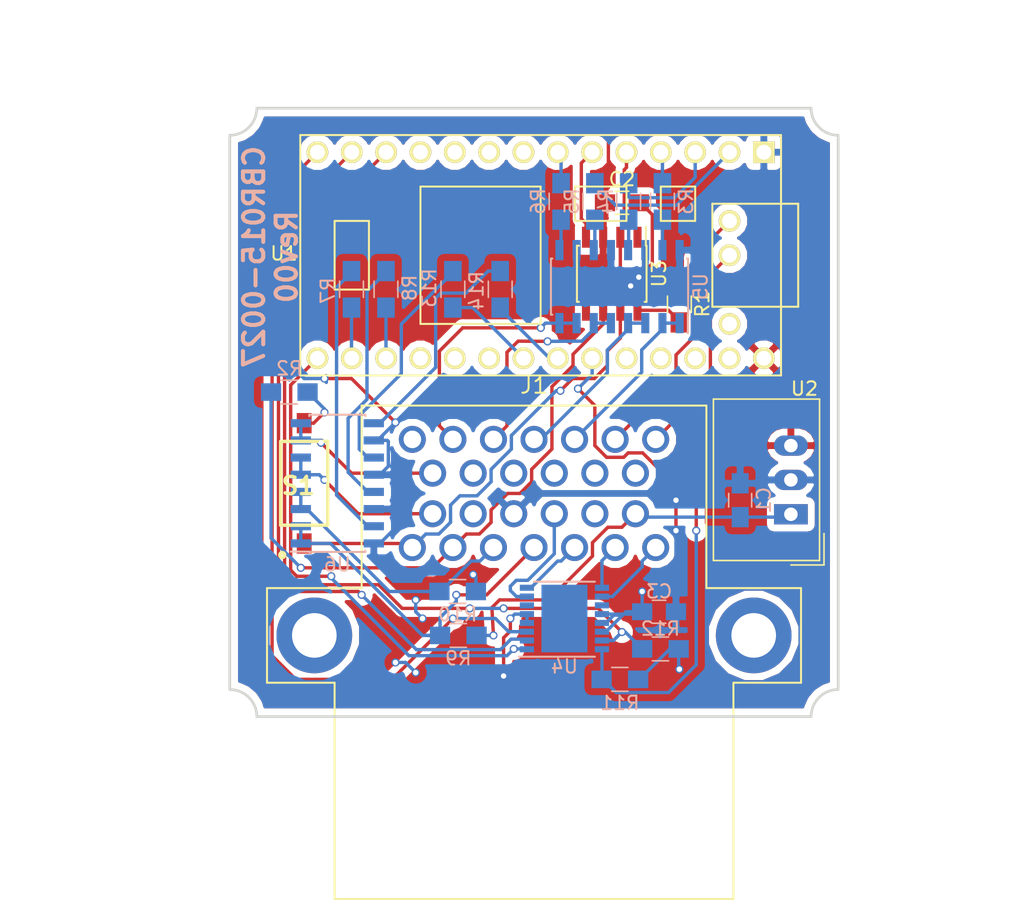
<source format=kicad_pcb>
(kicad_pcb (version 20171130) (host pcbnew "(5.0.0)")

  (general
    (thickness 1.6)
    (drawings 9)
    (tracks 372)
    (zones 0)
    (modules 25)
    (nets 68)
  )

  (page A4)
  (title_block
    (title "DASH CONTROLLER PCB")
    (date 03-02-20)
    (rev 00)
    (comment 3 "T Naughton")
    (comment 4 CBR015-0027)
  )

  (layers
    (0 F.Cu signal)
    (31 B.Cu signal)
    (32 B.Adhes user)
    (33 F.Adhes user)
    (34 B.Paste user)
    (35 F.Paste user)
    (36 B.SilkS user)
    (37 F.SilkS user)
    (38 B.Mask user)
    (39 F.Mask user)
    (40 Dwgs.User user)
    (41 Cmts.User user)
    (42 Eco1.User user)
    (43 Eco2.User user)
    (44 Edge.Cuts user)
    (45 Margin user)
    (46 B.CrtYd user hide)
    (47 F.CrtYd user hide)
    (48 B.Fab user hide)
    (49 F.Fab user hide)
  )

  (setup
    (last_trace_width 0.25)
    (trace_clearance 0.2)
    (zone_clearance 0.508)
    (zone_45_only no)
    (trace_min 0.2)
    (segment_width 0.2)
    (edge_width 0.1)
    (via_size 0.6)
    (via_drill 0.4)
    (via_min_size 0.4)
    (via_min_drill 0.3)
    (uvia_size 0.3)
    (uvia_drill 0.1)
    (uvias_allowed no)
    (uvia_min_size 0.2)
    (uvia_min_drill 0.1)
    (pcb_text_width 0.3)
    (pcb_text_size 1.5 1.5)
    (mod_edge_width 0.15)
    (mod_text_size 1 1)
    (mod_text_width 0.15)
    (pad_size 1.5 1.5)
    (pad_drill 0.6)
    (pad_to_mask_clearance 0)
    (aux_axis_origin 0 0)
    (grid_origin 123.4 130.2)
    (visible_elements 7FFFFFFF)
    (pcbplotparams
      (layerselection 0x010a0_7fffffff)
      (usegerberextensions true)
      (usegerberattributes false)
      (usegerberadvancedattributes false)
      (creategerberjobfile false)
      (excludeedgelayer true)
      (linewidth 0.100000)
      (plotframeref false)
      (viasonmask false)
      (mode 1)
      (useauxorigin false)
      (hpglpennumber 1)
      (hpglpenspeed 20)
      (hpglpendiameter 15.000000)
      (psnegative false)
      (psa4output false)
      (plotreference true)
      (plotvalue true)
      (plotinvisibletext false)
      (padsonsilk false)
      (subtractmaskfromsilk false)
      (outputformat 4)
      (mirror false)
      (drillshape 0)
      (scaleselection 1)
      (outputdirectory "./"))
  )

  (net 0 "")
  (net 1 Earth)
  (net 2 +12V)
  (net 3 +5V)
  (net 4 SHIFT_G)
  (net 5 SHIFT_Y)
  (net 6 SHIFT_B)
  (net 7 CANL)
  (net 8 SHIFT_R)
  (net 9 CANH)
  (net 10 EOBD)
  (net 11 TACH)
  (net 12 OIL_P)
  (net 13 VSS)
  (net 14 CLT_T)
  (net 15 OIL_T)
  (net 16 "Net-(R1-Pad2)")
  (net 17 TERML)
  (net 18 BASE_B)
  (net 19 "Net-(R3-Pad2)")
  (net 20 "Net-(R4-Pad2)")
  (net 21 BASE_R)
  (net 22 BASE_Y)
  (net 23 "Net-(R5-Pad2)")
  (net 24 "Net-(R6-Pad2)")
  (net 25 BASE_G)
  (net 26 "Net-(R7-Pad2)")
  (net 27 BASE_TACH)
  (net 28 BASE_VSS)
  (net 29 "Net-(R8-Pad2)")
  (net 30 SPI_SCK)
  (net 31 SPI_DIN)
  (net 32 "Net-(U1-Pad18)")
  (net 33 "Net-(U1-Pad19)")
  (net 34 "Net-(U1-Pad20)")
  (net 35 "Net-(U1-Pad24)")
  (net 36 "Net-(U1-Pad25)")
  (net 37 "Net-(U1-Pad26)")
  (net 38 "Net-(U1-Pad27)")
  (net 39 SPI_DOUT)
  (net 40 POT_CS)
  (net 41 "Net-(U1-Pad11)")
  (net 42 "Net-(U1-Pad10)")
  (net 43 "Net-(U1-Pad9)")
  (net 44 "Net-(U1-Pad8)")
  (net 45 RX_CAN)
  (net 46 TX_CAN)
  (net 47 "Net-(U4-Pad11)")
  (net 48 "Net-(U4-Pad6)")
  (net 49 "Net-(U3-Pad5)")
  (net 50 "Net-(U1-Pad31)")
  (net 51 USB_D-)
  (net 52 USB_D+)
  (net 53 "Net-(J1-Pad26)")
  (net 54 CLT_GND)
  (net 55 OIL_GND)
  (net 56 POT_RDY)
  (net 57 BASE_EOBD)
  (net 58 "Net-(R13-Pad2)")
  (net 59 "Net-(R14-Pad2)")
  (net 60 BASE_OILP)
  (net 61 "Net-(J1-Pad18)")
  (net 62 "Net-(J1-Pad12)")
  (net 63 "Net-(J1-Pad17)")
  (net 64 "Net-(J1-Pad16)")
  (net 65 "Net-(J1-Pad15)")
  (net 66 "Net-(J1-Pad14)")
  (net 67 "Net-(J1-Pad9)")

  (net_class Default "This is the default net class."
    (clearance 0.2)
    (trace_width 0.25)
    (via_dia 0.6)
    (via_drill 0.4)
    (uvia_dia 0.3)
    (uvia_drill 0.1)
    (add_net +12V)
    (add_net +5V)
    (add_net BASE_B)
    (add_net BASE_EOBD)
    (add_net BASE_G)
    (add_net BASE_OILP)
    (add_net BASE_R)
    (add_net BASE_TACH)
    (add_net BASE_VSS)
    (add_net BASE_Y)
    (add_net CANH)
    (add_net CANL)
    (add_net CLT_GND)
    (add_net CLT_T)
    (add_net EOBD)
    (add_net Earth)
    (add_net "Net-(J1-Pad12)")
    (add_net "Net-(J1-Pad14)")
    (add_net "Net-(J1-Pad15)")
    (add_net "Net-(J1-Pad16)")
    (add_net "Net-(J1-Pad17)")
    (add_net "Net-(J1-Pad18)")
    (add_net "Net-(J1-Pad26)")
    (add_net "Net-(J1-Pad9)")
    (add_net "Net-(R1-Pad2)")
    (add_net "Net-(R13-Pad2)")
    (add_net "Net-(R14-Pad2)")
    (add_net "Net-(R3-Pad2)")
    (add_net "Net-(R4-Pad2)")
    (add_net "Net-(R5-Pad2)")
    (add_net "Net-(R6-Pad2)")
    (add_net "Net-(R7-Pad2)")
    (add_net "Net-(R8-Pad2)")
    (add_net "Net-(U1-Pad10)")
    (add_net "Net-(U1-Pad11)")
    (add_net "Net-(U1-Pad18)")
    (add_net "Net-(U1-Pad19)")
    (add_net "Net-(U1-Pad20)")
    (add_net "Net-(U1-Pad24)")
    (add_net "Net-(U1-Pad25)")
    (add_net "Net-(U1-Pad26)")
    (add_net "Net-(U1-Pad27)")
    (add_net "Net-(U1-Pad31)")
    (add_net "Net-(U1-Pad8)")
    (add_net "Net-(U1-Pad9)")
    (add_net "Net-(U3-Pad5)")
    (add_net "Net-(U4-Pad11)")
    (add_net "Net-(U4-Pad6)")
    (add_net OIL_GND)
    (add_net OIL_P)
    (add_net OIL_T)
    (add_net POT_CS)
    (add_net POT_RDY)
    (add_net RX_CAN)
    (add_net SHIFT_B)
    (add_net SHIFT_G)
    (add_net SHIFT_R)
    (add_net SHIFT_Y)
    (add_net SPI_DIN)
    (add_net SPI_DOUT)
    (add_net SPI_SCK)
    (add_net TACH)
    (add_net TERML)
    (add_net TX_CAN)
    (add_net USB_D+)
    (add_net USB_D-)
    (add_net VSS)
  )

  (module "User Libraries:TEENSY_3.2_BASIC_W_USB" (layer F.Cu) (tedit 5DC3375C) (tstamp 5DC3513C)
    (at 146.39 96.08 180)
    (path /5DC6219D)
    (fp_text reference U1 (at 18.99 0.13 180) (layer F.SilkS)
      (effects (font (size 1 1) (thickness 0.15)))
    )
    (fp_text value TEENSY_3.2_BASIC_W_USB (at 0 10.16 180) (layer F.Fab)
      (effects (font (size 1 1) (thickness 0.15)))
    )
    (fp_line (start -17.78 8.89) (end -17.78 -8.89) (layer F.SilkS) (width 0.15))
    (fp_line (start 17.78 8.89) (end -17.78 8.89) (layer F.SilkS) (width 0.15))
    (fp_line (start 17.78 -8.89) (end 17.78 8.89) (layer F.SilkS) (width 0.15))
    (fp_line (start -17.78 -8.89) (end 17.78 -8.89) (layer F.SilkS) (width 0.15))
    (fp_line (start 8.89 5.08) (end 0 5.08) (layer F.SilkS) (width 0.15))
    (fp_line (start 8.89 -5.08) (end 0 -5.08) (layer F.SilkS) (width 0.15))
    (fp_line (start 0 -5.08) (end 0 5.08) (layer F.SilkS) (width 0.15))
    (fp_line (start 8.89 5.08) (end 8.89 -5.08) (layer F.SilkS) (width 0.15))
    (fp_line (start 12.7 -2.54) (end 15.24 -2.54) (layer F.SilkS) (width 0.15))
    (fp_line (start 12.7 2.54) (end 12.7 -2.54) (layer F.SilkS) (width 0.15))
    (fp_line (start 15.24 2.54) (end 12.7 2.54) (layer F.SilkS) (width 0.15))
    (fp_line (start 15.24 -2.54) (end 15.24 2.54) (layer F.SilkS) (width 0.15))
    (fp_line (start -11.43 2.54) (end -11.43 5.08) (layer F.SilkS) (width 0.15))
    (fp_line (start -8.89 2.54) (end -11.43 2.54) (layer F.SilkS) (width 0.15))
    (fp_line (start -8.89 5.08) (end -8.89 2.54) (layer F.SilkS) (width 0.15))
    (fp_line (start -11.43 5.08) (end -8.89 5.08) (layer F.SilkS) (width 0.15))
    (fp_line (start -12.7 3.81) (end -17.78 3.81) (layer F.SilkS) (width 0.15))
    (fp_line (start -12.7 -3.81) (end -17.78 -3.81) (layer F.SilkS) (width 0.15))
    (fp_line (start -12.7 3.81) (end -12.7 -3.81) (layer F.SilkS) (width 0.15))
    (fp_line (start -6.35 2.54) (end -6.35 5.08) (layer F.SilkS) (width 0.15))
    (fp_line (start -2.54 2.54) (end -6.35 2.54) (layer F.SilkS) (width 0.15))
    (fp_line (start -2.54 5.08) (end -2.54 2.54) (layer F.SilkS) (width 0.15))
    (fp_line (start -6.35 5.08) (end -2.54 5.08) (layer F.SilkS) (width 0.15))
    (fp_line (start -19.05 -3.81) (end -17.78 -3.81) (layer F.SilkS) (width 0.15))
    (fp_line (start -19.05 3.81) (end -19.05 -3.81) (layer F.SilkS) (width 0.15))
    (fp_line (start -17.78 3.81) (end -19.05 3.81) (layer F.SilkS) (width 0.15))
    (pad 1 thru_hole rect (at -16.51 7.62 180) (size 1.6 1.6) (drill 1.1) (layers *.Cu *.Mask F.SilkS)
      (net 1 Earth))
    (pad 2 thru_hole circle (at -13.97 7.62 180) (size 1.6 1.6) (drill 1.1) (layers *.Cu *.Mask F.SilkS)
      (net 22 BASE_Y))
    (pad 3 thru_hole circle (at -11.43 7.62 180) (size 1.6 1.6) (drill 1.1) (layers *.Cu *.Mask F.SilkS)
      (net 21 BASE_R))
    (pad 4 thru_hole circle (at -8.89 7.62 180) (size 1.6 1.6) (drill 1.1) (layers *.Cu *.Mask F.SilkS)
      (net 18 BASE_B))
    (pad 5 thru_hole circle (at -6.35 7.62 180) (size 1.6 1.6) (drill 1.1) (layers *.Cu *.Mask F.SilkS)
      (net 46 TX_CAN))
    (pad 6 thru_hole circle (at -3.81 7.62 180) (size 1.6 1.6) (drill 1.1) (layers *.Cu *.Mask F.SilkS)
      (net 45 RX_CAN))
    (pad 7 thru_hole circle (at -1.27 7.62 180) (size 1.6 1.6) (drill 1.1) (layers *.Cu *.Mask F.SilkS)
      (net 25 BASE_G))
    (pad 8 thru_hole circle (at 1.27 7.62 180) (size 1.6 1.6) (drill 1.1) (layers *.Cu *.Mask F.SilkS)
      (net 44 "Net-(U1-Pad8)"))
    (pad 9 thru_hole circle (at 3.81 7.62 180) (size 1.6 1.6) (drill 1.1) (layers *.Cu *.Mask F.SilkS)
      (net 43 "Net-(U1-Pad9)"))
    (pad 10 thru_hole circle (at 6.35 7.62 180) (size 1.6 1.6) (drill 1.1) (layers *.Cu *.Mask F.SilkS)
      (net 42 "Net-(U1-Pad10)"))
    (pad 11 thru_hole circle (at 8.89 7.62 180) (size 1.6 1.6) (drill 1.1) (layers *.Cu *.Mask F.SilkS)
      (net 41 "Net-(U1-Pad11)"))
    (pad 12 thru_hole circle (at 11.43 7.62 180) (size 1.6 1.6) (drill 1.1) (layers *.Cu *.Mask F.SilkS)
      (net 40 POT_CS))
    (pad 13 thru_hole circle (at 13.97 7.62 180) (size 1.6 1.6) (drill 1.1) (layers *.Cu *.Mask F.SilkS)
      (net 39 SPI_DOUT))
    (pad 28 thru_hole circle (at -16.51 -7.62 180) (size 1.6 1.6) (drill 1.1) (layers *.Cu *.Mask F.SilkS)
      (net 3 +5V))
    (pad 27 thru_hole circle (at -13.97 -7.62 180) (size 1.6 1.6) (drill 1.1) (layers *.Cu *.Mask F.SilkS)
      (net 38 "Net-(U1-Pad27)"))
    (pad 26 thru_hole circle (at -11.43 -7.62 180) (size 1.6 1.6) (drill 1.1) (layers *.Cu *.Mask F.SilkS)
      (net 37 "Net-(U1-Pad26)"))
    (pad 25 thru_hole circle (at -8.89 -7.62 180) (size 1.6 1.6) (drill 1.1) (layers *.Cu *.Mask F.SilkS)
      (net 36 "Net-(U1-Pad25)"))
    (pad 24 thru_hole circle (at -6.35 -7.62 180) (size 1.6 1.6) (drill 1.1) (layers *.Cu *.Mask F.SilkS)
      (net 35 "Net-(U1-Pad24)"))
    (pad 23 thru_hole circle (at -3.81 -7.62 180) (size 1.6 1.6) (drill 1.1) (layers *.Cu *.Mask F.SilkS)
      (net 56 POT_RDY))
    (pad 22 thru_hole circle (at -1.27 -7.62 180) (size 1.6 1.6) (drill 1.1) (layers *.Cu *.Mask F.SilkS)
      (net 60 BASE_OILP))
    (pad 21 thru_hole circle (at 1.27 -7.62 180) (size 1.6 1.6) (drill 1.1) (layers *.Cu *.Mask F.SilkS)
      (net 57 BASE_EOBD))
    (pad 20 thru_hole circle (at 3.81 -7.62 180) (size 1.6 1.6) (drill 1.1) (layers *.Cu *.Mask F.SilkS)
      (net 34 "Net-(U1-Pad20)"))
    (pad 19 thru_hole circle (at 6.35 -7.62 180) (size 1.6 1.6) (drill 1.1) (layers *.Cu *.Mask F.SilkS)
      (net 33 "Net-(U1-Pad19)"))
    (pad 18 thru_hole circle (at 8.89 -7.62 180) (size 1.6 1.6) (drill 1.1) (layers *.Cu *.Mask F.SilkS)
      (net 32 "Net-(U1-Pad18)"))
    (pad 17 thru_hole circle (at 11.43 -7.62 180) (size 1.6 1.6) (drill 1.1) (layers *.Cu *.Mask F.SilkS)
      (net 28 BASE_VSS))
    (pad 16 thru_hole circle (at 13.97 -7.62 180) (size 1.6 1.6) (drill 1.1) (layers *.Cu *.Mask F.SilkS)
      (net 27 BASE_TACH))
    (pad 14 thru_hole circle (at 16.51 7.62 180) (size 1.6 1.6) (drill 1.1) (layers *.Cu *.Mask F.SilkS)
      (net 31 SPI_DIN))
    (pad 15 thru_hole circle (at 16.51 -7.62 180) (size 1.6 1.6) (drill 1.1) (layers *.Cu *.Mask F.SilkS)
      (net 30 SPI_SCK))
    (pad 31 thru_hole circle (at -13.97 -5.08 180) (size 1.6 1.6) (drill 1.1) (layers *.Cu *.Mask F.SilkS)
      (net 50 "Net-(U1-Pad31)"))
    (pad 30 thru_hole circle (at -13.97 0 180) (size 1.6 1.6) (drill 1.1) (layers *.Cu *.Mask F.SilkS)
      (net 51 USB_D-))
    (pad 29 thru_hole circle (at -13.97 2.54 180) (size 1.6 1.6) (drill 1.1) (layers *.Cu *.Mask F.SilkS)
      (net 52 USB_D+))
  )

  (module Capacitors_SMD:C_0805_HandSoldering (layer B.Cu) (tedit 58AA84A8) (tstamp 5DC133D3)
    (at 161.15 114.2 90)
    (descr "Capacitor SMD 0805, hand soldering")
    (tags "capacitor 0805")
    (path /5DA6C917)
    (attr smd)
    (fp_text reference C1 (at 0 1.75 90) (layer B.SilkS)
      (effects (font (size 1 1) (thickness 0.15)) (justify mirror))
    )
    (fp_text value 22µF (at 0 -1.75 90) (layer B.Fab)
      (effects (font (size 1 1) (thickness 0.15)) (justify mirror))
    )
    (fp_text user %R (at 0 1.75 90) (layer B.Fab)
      (effects (font (size 1 1) (thickness 0.15)) (justify mirror))
    )
    (fp_line (start -1 -0.62) (end -1 0.62) (layer B.Fab) (width 0.1))
    (fp_line (start 1 -0.62) (end -1 -0.62) (layer B.Fab) (width 0.1))
    (fp_line (start 1 0.62) (end 1 -0.62) (layer B.Fab) (width 0.1))
    (fp_line (start -1 0.62) (end 1 0.62) (layer B.Fab) (width 0.1))
    (fp_line (start 0.5 0.85) (end -0.5 0.85) (layer B.SilkS) (width 0.12))
    (fp_line (start -0.5 -0.85) (end 0.5 -0.85) (layer B.SilkS) (width 0.12))
    (fp_line (start -2.25 0.88) (end 2.25 0.88) (layer B.CrtYd) (width 0.05))
    (fp_line (start -2.25 0.88) (end -2.25 -0.87) (layer B.CrtYd) (width 0.05))
    (fp_line (start 2.25 -0.87) (end 2.25 0.88) (layer B.CrtYd) (width 0.05))
    (fp_line (start 2.25 -0.87) (end -2.25 -0.87) (layer B.CrtYd) (width 0.05))
    (pad 1 smd rect (at -1.25 0 90) (size 1.5 1.25) (layers B.Cu B.Paste B.Mask)
      (net 2 +12V))
    (pad 2 smd rect (at 1.25 0 90) (size 1.5 1.25) (layers B.Cu B.Paste B.Mask)
      (net 1 Earth))
    (model Capacitors_SMD.3dshapes/C_0805.wrl
      (at (xyz 0 0 0))
      (scale (xyz 1 1 1))
      (rotate (xyz 0 0 0))
    )
  )

  (module Capacitors_SMD:C_0805_HandSoldering (layer F.Cu) (tedit 58AA84A8) (tstamp 5DC133E4)
    (at 152.4 92.2)
    (descr "Capacitor SMD 0805, hand soldering")
    (tags "capacitor 0805")
    (path /5DA86A6A)
    (attr smd)
    (fp_text reference C2 (at 0 -1.75) (layer F.SilkS)
      (effects (font (size 1 1) (thickness 0.15)))
    )
    (fp_text value 100nF (at 0 1.75) (layer F.Fab)
      (effects (font (size 1 1) (thickness 0.15)))
    )
    (fp_line (start 2.25 0.87) (end -2.25 0.87) (layer F.CrtYd) (width 0.05))
    (fp_line (start 2.25 0.87) (end 2.25 -0.88) (layer F.CrtYd) (width 0.05))
    (fp_line (start -2.25 -0.88) (end -2.25 0.87) (layer F.CrtYd) (width 0.05))
    (fp_line (start -2.25 -0.88) (end 2.25 -0.88) (layer F.CrtYd) (width 0.05))
    (fp_line (start -0.5 0.85) (end 0.5 0.85) (layer F.SilkS) (width 0.12))
    (fp_line (start 0.5 -0.85) (end -0.5 -0.85) (layer F.SilkS) (width 0.12))
    (fp_line (start -1 -0.62) (end 1 -0.62) (layer F.Fab) (width 0.1))
    (fp_line (start 1 -0.62) (end 1 0.62) (layer F.Fab) (width 0.1))
    (fp_line (start 1 0.62) (end -1 0.62) (layer F.Fab) (width 0.1))
    (fp_line (start -1 0.62) (end -1 -0.62) (layer F.Fab) (width 0.1))
    (fp_text user %R (at 0 -1.75) (layer F.Fab)
      (effects (font (size 1 1) (thickness 0.15)))
    )
    (pad 2 smd rect (at 1.25 0) (size 1.5 1.25) (layers F.Cu F.Paste F.Mask)
      (net 1 Earth))
    (pad 1 smd rect (at -1.25 0) (size 1.5 1.25) (layers F.Cu F.Paste F.Mask)
      (net 3 +5V))
    (model Capacitors_SMD.3dshapes/C_0805.wrl
      (at (xyz 0 0 0))
      (scale (xyz 1 1 1))
      (rotate (xyz 0 0 0))
    )
  )

  (module Resistors_SMD:R_0805_HandSoldering (layer F.Cu) (tedit 58E0A804) (tstamp 5DC13419)
    (at 156.65 99.7 270)
    (descr "Resistor SMD 0805, hand soldering")
    (tags "resistor 0805")
    (path /5DA86811)
    (attr smd)
    (fp_text reference R1 (at 0 -1.7 270) (layer F.SilkS)
      (effects (font (size 1 1) (thickness 0.15)))
    )
    (fp_text value 18K (at 0 1.75 270) (layer F.Fab)
      (effects (font (size 1 1) (thickness 0.15)))
    )
    (fp_text user %R (at 0 0 270) (layer F.Fab)
      (effects (font (size 0.5 0.5) (thickness 0.075)))
    )
    (fp_line (start -1 0.62) (end -1 -0.62) (layer F.Fab) (width 0.1))
    (fp_line (start 1 0.62) (end -1 0.62) (layer F.Fab) (width 0.1))
    (fp_line (start 1 -0.62) (end 1 0.62) (layer F.Fab) (width 0.1))
    (fp_line (start -1 -0.62) (end 1 -0.62) (layer F.Fab) (width 0.1))
    (fp_line (start 0.6 0.88) (end -0.6 0.88) (layer F.SilkS) (width 0.12))
    (fp_line (start -0.6 -0.88) (end 0.6 -0.88) (layer F.SilkS) (width 0.12))
    (fp_line (start -2.35 -0.9) (end 2.35 -0.9) (layer F.CrtYd) (width 0.05))
    (fp_line (start -2.35 -0.9) (end -2.35 0.9) (layer F.CrtYd) (width 0.05))
    (fp_line (start 2.35 0.9) (end 2.35 -0.9) (layer F.CrtYd) (width 0.05))
    (fp_line (start 2.35 0.9) (end -2.35 0.9) (layer F.CrtYd) (width 0.05))
    (pad 1 smd rect (at -1.35 0 270) (size 1.5 1.3) (layers F.Cu F.Paste F.Mask)
      (net 1 Earth))
    (pad 2 smd rect (at 1.35 0 270) (size 1.5 1.3) (layers F.Cu F.Paste F.Mask)
      (net 16 "Net-(R1-Pad2)"))
    (model ${KISYS3DMOD}/Resistors_SMD.3dshapes/R_0805.wrl
      (at (xyz 0 0 0))
      (scale (xyz 1 1 1))
      (rotate (xyz 0 0 0))
    )
  )

  (module Resistors_SMD:R_0805_HandSoldering (layer B.Cu) (tedit 58E0A804) (tstamp 5DC1342A)
    (at 127.8 106.2)
    (descr "Resistor SMD 0805, hand soldering")
    (tags "resistor 0805")
    (path /5DA86504)
    (attr smd)
    (fp_text reference R2 (at 0 -1.75) (layer B.SilkS)
      (effects (font (size 1 1) (thickness 0.15)) (justify mirror))
    )
    (fp_text value 120 (at 0 -1.75) (layer B.Fab)
      (effects (font (size 1 1) (thickness 0.15)) (justify mirror))
    )
    (fp_line (start 2.35 -0.9) (end -2.35 -0.9) (layer B.CrtYd) (width 0.05))
    (fp_line (start 2.35 -0.9) (end 2.35 0.9) (layer B.CrtYd) (width 0.05))
    (fp_line (start -2.35 0.9) (end -2.35 -0.9) (layer B.CrtYd) (width 0.05))
    (fp_line (start -2.35 0.9) (end 2.35 0.9) (layer B.CrtYd) (width 0.05))
    (fp_line (start -0.6 0.88) (end 0.6 0.88) (layer B.SilkS) (width 0.12))
    (fp_line (start 0.6 -0.88) (end -0.6 -0.88) (layer B.SilkS) (width 0.12))
    (fp_line (start -1 0.62) (end 1 0.62) (layer B.Fab) (width 0.1))
    (fp_line (start 1 0.62) (end 1 -0.62) (layer B.Fab) (width 0.1))
    (fp_line (start 1 -0.62) (end -1 -0.62) (layer B.Fab) (width 0.1))
    (fp_line (start -1 -0.62) (end -1 0.62) (layer B.Fab) (width 0.1))
    (fp_text user %R (at 0 0) (layer B.Fab)
      (effects (font (size 0.5 0.5) (thickness 0.075)) (justify mirror))
    )
    (pad 2 smd rect (at 1.35 0) (size 1.5 1.3) (layers B.Cu B.Paste B.Mask)
      (net 17 TERML))
    (pad 1 smd rect (at -1.35 0) (size 1.5 1.3) (layers B.Cu B.Paste B.Mask)
      (net 7 CANL))
    (model ${KISYS3DMOD}/Resistors_SMD.3dshapes/R_0805.wrl
      (at (xyz 0 0 0))
      (scale (xyz 1 1 1))
      (rotate (xyz 0 0 0))
    )
  )

  (module Resistors_SMD:R_0805_HandSoldering (layer B.Cu) (tedit 58E0A804) (tstamp 5E37198F)
    (at 155.4 92.1 270)
    (descr "Resistor SMD 0805, hand soldering")
    (tags "resistor 0805")
    (path /5DA6CB94)
    (attr smd)
    (fp_text reference R3 (at 0 -1.75 270) (layer B.SilkS)
      (effects (font (size 1 1) (thickness 0.15)) (justify mirror))
    )
    (fp_text value 523 (at 0 -1.75 270) (layer B.Fab)
      (effects (font (size 1 1) (thickness 0.15)) (justify mirror))
    )
    (fp_text user %R (at 0 0 270) (layer B.Fab)
      (effects (font (size 0.5 0.5) (thickness 0.075)) (justify mirror))
    )
    (fp_line (start -1 -0.62) (end -1 0.62) (layer B.Fab) (width 0.1))
    (fp_line (start 1 -0.62) (end -1 -0.62) (layer B.Fab) (width 0.1))
    (fp_line (start 1 0.62) (end 1 -0.62) (layer B.Fab) (width 0.1))
    (fp_line (start -1 0.62) (end 1 0.62) (layer B.Fab) (width 0.1))
    (fp_line (start 0.6 -0.88) (end -0.6 -0.88) (layer B.SilkS) (width 0.12))
    (fp_line (start -0.6 0.88) (end 0.6 0.88) (layer B.SilkS) (width 0.12))
    (fp_line (start -2.35 0.9) (end 2.35 0.9) (layer B.CrtYd) (width 0.05))
    (fp_line (start -2.35 0.9) (end -2.35 -0.9) (layer B.CrtYd) (width 0.05))
    (fp_line (start 2.35 -0.9) (end 2.35 0.9) (layer B.CrtYd) (width 0.05))
    (fp_line (start 2.35 -0.9) (end -2.35 -0.9) (layer B.CrtYd) (width 0.05))
    (pad 1 smd rect (at -1.35 0 270) (size 1.5 1.3) (layers B.Cu B.Paste B.Mask)
      (net 18 BASE_B))
    (pad 2 smd rect (at 1.35 0 270) (size 1.5 1.3) (layers B.Cu B.Paste B.Mask)
      (net 19 "Net-(R3-Pad2)"))
    (model ${KISYS3DMOD}/Resistors_SMD.3dshapes/R_0805.wrl
      (at (xyz 0 0 0))
      (scale (xyz 1 1 1))
      (rotate (xyz 0 0 0))
    )
  )

  (module Resistors_SMD:R_0805_HandSoldering (layer B.Cu) (tedit 58E0A804) (tstamp 5E3719BF)
    (at 152.9 92.1 270)
    (descr "Resistor SMD 0805, hand soldering")
    (tags "resistor 0805")
    (path /5DA6CD09)
    (attr smd)
    (fp_text reference R4 (at 0 1.7 270) (layer B.SilkS)
      (effects (font (size 1 1) (thickness 0.15)) (justify mirror))
    )
    (fp_text value 523 (at 0 -1.75 270) (layer B.Fab)
      (effects (font (size 1 1) (thickness 0.15)) (justify mirror))
    )
    (fp_line (start 2.35 -0.9) (end -2.35 -0.9) (layer B.CrtYd) (width 0.05))
    (fp_line (start 2.35 -0.9) (end 2.35 0.9) (layer B.CrtYd) (width 0.05))
    (fp_line (start -2.35 0.9) (end -2.35 -0.9) (layer B.CrtYd) (width 0.05))
    (fp_line (start -2.35 0.9) (end 2.35 0.9) (layer B.CrtYd) (width 0.05))
    (fp_line (start -0.6 0.88) (end 0.6 0.88) (layer B.SilkS) (width 0.12))
    (fp_line (start 0.6 -0.88) (end -0.6 -0.88) (layer B.SilkS) (width 0.12))
    (fp_line (start -1 0.62) (end 1 0.62) (layer B.Fab) (width 0.1))
    (fp_line (start 1 0.62) (end 1 -0.62) (layer B.Fab) (width 0.1))
    (fp_line (start 1 -0.62) (end -1 -0.62) (layer B.Fab) (width 0.1))
    (fp_line (start -1 -0.62) (end -1 0.62) (layer B.Fab) (width 0.1))
    (fp_text user %R (at 0 0 270) (layer B.Fab)
      (effects (font (size 0.5 0.5) (thickness 0.075)) (justify mirror))
    )
    (pad 2 smd rect (at 1.35 0 270) (size 1.5 1.3) (layers B.Cu B.Paste B.Mask)
      (net 20 "Net-(R4-Pad2)"))
    (pad 1 smd rect (at -1.35 0 270) (size 1.5 1.3) (layers B.Cu B.Paste B.Mask)
      (net 21 BASE_R))
    (model ${KISYS3DMOD}/Resistors_SMD.3dshapes/R_0805.wrl
      (at (xyz 0 0 0))
      (scale (xyz 1 1 1))
      (rotate (xyz 0 0 0))
    )
  )

  (module Resistors_SMD:R_0805_HandSoldering (layer B.Cu) (tedit 5E36E924) (tstamp 5E3719EF)
    (at 150.4 92.1 270)
    (descr "Resistor SMD 0805, hand soldering")
    (tags "resistor 0805")
    (path /5DA6CD37)
    (attr smd)
    (fp_text reference R5 (at 0 1.7 270) (layer B.SilkS)
      (effects (font (size 1 1) (thickness 0.15)) (justify mirror))
    )
    (fp_text value 523 (at 0 -1.75 270) (layer B.Fab)
      (effects (font (size 1 1) (thickness 0.15)) (justify mirror))
    )
    (fp_text user %R (at 0 0 270) (layer B.Fab)
      (effects (font (size 0.5 0.5) (thickness 0.075)) (justify mirror))
    )
    (fp_line (start -1 -0.62) (end -1 0.62) (layer B.Fab) (width 0.1))
    (fp_line (start 1 -0.62) (end -1 -0.62) (layer B.Fab) (width 0.1))
    (fp_line (start 1 0.62) (end 1 -0.62) (layer B.Fab) (width 0.1))
    (fp_line (start -1 0.62) (end 1 0.62) (layer B.Fab) (width 0.1))
    (fp_line (start 0.6 -0.88) (end -0.6 -0.88) (layer B.SilkS) (width 0.12))
    (fp_line (start -0.6 0.88) (end 0.6 0.88) (layer B.SilkS) (width 0.12))
    (fp_line (start -2.35 0.9) (end 2.35 0.9) (layer B.CrtYd) (width 0.05))
    (fp_line (start -2.35 0.9) (end -2.35 -0.9) (layer B.CrtYd) (width 0.05))
    (fp_line (start 2.35 -0.9) (end 2.35 0.9) (layer B.CrtYd) (width 0.05))
    (fp_line (start 2.35 -0.9) (end -2.35 -0.9) (layer B.CrtYd) (width 0.05))
    (pad 1 smd rect (at -1.35 0 270) (size 1.5 1.3) (layers B.Cu B.Paste B.Mask)
      (net 22 BASE_Y))
    (pad 2 smd rect (at 1.35 0 270) (size 1.5 1.3) (layers B.Cu B.Paste B.Mask)
      (net 23 "Net-(R5-Pad2)"))
    (model ${KISYS3DMOD}/Resistors_SMD.3dshapes/R_0805.wrl
      (at (xyz 0 0 0))
      (scale (xyz 1 1 1))
      (rotate (xyz 0 0 0))
    )
  )

  (module Resistors_SMD:R_0805_HandSoldering (layer B.Cu) (tedit 58E0A804) (tstamp 5E371A1F)
    (at 147.9 92.1 270)
    (descr "Resistor SMD 0805, hand soldering")
    (tags "resistor 0805")
    (path /5DA6CD65)
    (attr smd)
    (fp_text reference R6 (at 0 1.7 270) (layer B.SilkS)
      (effects (font (size 1 1) (thickness 0.15)) (justify mirror))
    )
    (fp_text value 523 (at 0 -1.75 270) (layer B.Fab)
      (effects (font (size 1 1) (thickness 0.15)) (justify mirror))
    )
    (fp_line (start 2.35 -0.9) (end -2.35 -0.9) (layer B.CrtYd) (width 0.05))
    (fp_line (start 2.35 -0.9) (end 2.35 0.9) (layer B.CrtYd) (width 0.05))
    (fp_line (start -2.35 0.9) (end -2.35 -0.9) (layer B.CrtYd) (width 0.05))
    (fp_line (start -2.35 0.9) (end 2.35 0.9) (layer B.CrtYd) (width 0.05))
    (fp_line (start -0.6 0.88) (end 0.6 0.88) (layer B.SilkS) (width 0.12))
    (fp_line (start 0.6 -0.88) (end -0.6 -0.88) (layer B.SilkS) (width 0.12))
    (fp_line (start -1 0.62) (end 1 0.62) (layer B.Fab) (width 0.1))
    (fp_line (start 1 0.62) (end 1 -0.62) (layer B.Fab) (width 0.1))
    (fp_line (start 1 -0.62) (end -1 -0.62) (layer B.Fab) (width 0.1))
    (fp_line (start -1 -0.62) (end -1 0.62) (layer B.Fab) (width 0.1))
    (fp_text user %R (at 0 0 270) (layer B.Fab)
      (effects (font (size 0.5 0.5) (thickness 0.075)) (justify mirror))
    )
    (pad 2 smd rect (at 1.35 0 270) (size 1.5 1.3) (layers B.Cu B.Paste B.Mask)
      (net 24 "Net-(R6-Pad2)"))
    (pad 1 smd rect (at -1.35 0 270) (size 1.5 1.3) (layers B.Cu B.Paste B.Mask)
      (net 25 BASE_G))
    (model ${KISYS3DMOD}/Resistors_SMD.3dshapes/R_0805.wrl
      (at (xyz 0 0 0))
      (scale (xyz 1 1 1))
      (rotate (xyz 0 0 0))
    )
  )

  (module Resistors_SMD:R_0805_HandSoldering (layer B.Cu) (tedit 58E0A804) (tstamp 5DC1347F)
    (at 132.4 98.6 90)
    (descr "Resistor SMD 0805, hand soldering")
    (tags "resistor 0805")
    (path /5DCBF993)
    (attr smd)
    (fp_text reference R7 (at -0.1 -1.75 90) (layer B.SilkS)
      (effects (font (size 1 1) (thickness 0.15)) (justify mirror))
    )
    (fp_text value 523 (at 0 -1.75 90) (layer B.Fab)
      (effects (font (size 1 1) (thickness 0.15)) (justify mirror))
    )
    (fp_line (start 2.35 -0.9) (end -2.35 -0.9) (layer B.CrtYd) (width 0.05))
    (fp_line (start 2.35 -0.9) (end 2.35 0.9) (layer B.CrtYd) (width 0.05))
    (fp_line (start -2.35 0.9) (end -2.35 -0.9) (layer B.CrtYd) (width 0.05))
    (fp_line (start -2.35 0.9) (end 2.35 0.9) (layer B.CrtYd) (width 0.05))
    (fp_line (start -0.6 0.88) (end 0.6 0.88) (layer B.SilkS) (width 0.12))
    (fp_line (start 0.6 -0.88) (end -0.6 -0.88) (layer B.SilkS) (width 0.12))
    (fp_line (start -1 0.62) (end 1 0.62) (layer B.Fab) (width 0.1))
    (fp_line (start 1 0.62) (end 1 -0.62) (layer B.Fab) (width 0.1))
    (fp_line (start 1 -0.62) (end -1 -0.62) (layer B.Fab) (width 0.1))
    (fp_line (start -1 -0.62) (end -1 0.62) (layer B.Fab) (width 0.1))
    (fp_text user %R (at 0 0 90) (layer B.Fab)
      (effects (font (size 0.5 0.5) (thickness 0.075)) (justify mirror))
    )
    (pad 2 smd rect (at 1.35 0 90) (size 1.5 1.3) (layers B.Cu B.Paste B.Mask)
      (net 26 "Net-(R7-Pad2)"))
    (pad 1 smd rect (at -1.35 0 90) (size 1.5 1.3) (layers B.Cu B.Paste B.Mask)
      (net 27 BASE_TACH))
    (model ${KISYS3DMOD}/Resistors_SMD.3dshapes/R_0805.wrl
      (at (xyz 0 0 0))
      (scale (xyz 1 1 1))
      (rotate (xyz 0 0 0))
    )
  )

  (module Resistors_SMD:R_0805_HandSoldering (layer B.Cu) (tedit 58E0A804) (tstamp 5DC13490)
    (at 134.95 98.6 90)
    (descr "Resistor SMD 0805, hand soldering")
    (tags "resistor 0805")
    (path /5DCBFA0F)
    (attr smd)
    (fp_text reference R8 (at 0.1 1.75 90) (layer B.SilkS)
      (effects (font (size 1 1) (thickness 0.15)) (justify mirror))
    )
    (fp_text value 523 (at 0 -1.75 90) (layer B.Fab)
      (effects (font (size 1 1) (thickness 0.15)) (justify mirror))
    )
    (fp_text user %R (at 0 0 90) (layer B.Fab)
      (effects (font (size 0.5 0.5) (thickness 0.075)) (justify mirror))
    )
    (fp_line (start -1 -0.62) (end -1 0.62) (layer B.Fab) (width 0.1))
    (fp_line (start 1 -0.62) (end -1 -0.62) (layer B.Fab) (width 0.1))
    (fp_line (start 1 0.62) (end 1 -0.62) (layer B.Fab) (width 0.1))
    (fp_line (start -1 0.62) (end 1 0.62) (layer B.Fab) (width 0.1))
    (fp_line (start 0.6 -0.88) (end -0.6 -0.88) (layer B.SilkS) (width 0.12))
    (fp_line (start -0.6 0.88) (end 0.6 0.88) (layer B.SilkS) (width 0.12))
    (fp_line (start -2.35 0.9) (end 2.35 0.9) (layer B.CrtYd) (width 0.05))
    (fp_line (start -2.35 0.9) (end -2.35 -0.9) (layer B.CrtYd) (width 0.05))
    (fp_line (start 2.35 -0.9) (end 2.35 0.9) (layer B.CrtYd) (width 0.05))
    (fp_line (start 2.35 -0.9) (end -2.35 -0.9) (layer B.CrtYd) (width 0.05))
    (pad 1 smd rect (at -1.35 0 90) (size 1.5 1.3) (layers B.Cu B.Paste B.Mask)
      (net 28 BASE_VSS))
    (pad 2 smd rect (at 1.35 0 90) (size 1.5 1.3) (layers B.Cu B.Paste B.Mask)
      (net 29 "Net-(R8-Pad2)"))
    (model ${KISYS3DMOD}/Resistors_SMD.3dshapes/R_0805.wrl
      (at (xyz 0 0 0))
      (scale (xyz 1 1 1))
      (rotate (xyz 0 0 0))
    )
  )

  (module Resistors_SMD:R_0805_HandSoldering (layer B.Cu) (tedit 58E0A804) (tstamp 5DC1724C)
    (at 140.3 124.2)
    (descr "Resistor SMD 0805, hand soldering")
    (tags "resistor 0805")
    (path /5DD5F160)
    (attr smd)
    (fp_text reference R9 (at 0 1.7) (layer B.SilkS)
      (effects (font (size 1 1) (thickness 0.15)) (justify mirror))
    )
    (fp_text value 10K (at 0 -1.75) (layer B.Fab)
      (effects (font (size 1 1) (thickness 0.15)) (justify mirror))
    )
    (fp_line (start 2.35 -0.9) (end -2.35 -0.9) (layer B.CrtYd) (width 0.05))
    (fp_line (start 2.35 -0.9) (end 2.35 0.9) (layer B.CrtYd) (width 0.05))
    (fp_line (start -2.35 0.9) (end -2.35 -0.9) (layer B.CrtYd) (width 0.05))
    (fp_line (start -2.35 0.9) (end 2.35 0.9) (layer B.CrtYd) (width 0.05))
    (fp_line (start -0.6 0.88) (end 0.6 0.88) (layer B.SilkS) (width 0.12))
    (fp_line (start 0.6 -0.88) (end -0.6 -0.88) (layer B.SilkS) (width 0.12))
    (fp_line (start -1 0.62) (end 1 0.62) (layer B.Fab) (width 0.1))
    (fp_line (start 1 0.62) (end 1 -0.62) (layer B.Fab) (width 0.1))
    (fp_line (start 1 -0.62) (end -1 -0.62) (layer B.Fab) (width 0.1))
    (fp_line (start -1 -0.62) (end -1 0.62) (layer B.Fab) (width 0.1))
    (fp_text user %R (at 0 0) (layer B.Fab)
      (effects (font (size 0.5 0.5) (thickness 0.075)) (justify mirror))
    )
    (pad 2 smd rect (at 1.35 0) (size 1.5 1.3) (layers B.Cu B.Paste B.Mask)
      (net 2 +12V))
    (pad 1 smd rect (at -1.35 0) (size 1.5 1.3) (layers B.Cu B.Paste B.Mask)
      (net 11 TACH))
    (model ${KISYS3DMOD}/Resistors_SMD.3dshapes/R_0805.wrl
      (at (xyz 0 0 0))
      (scale (xyz 1 1 1))
      (rotate (xyz 0 0 0))
    )
  )

  (module Resistors_SMD:R_0805_HandSoldering (layer B.Cu) (tedit 58E0A804) (tstamp 5DC1712B)
    (at 140.25 120.95)
    (descr "Resistor SMD 0805, hand soldering")
    (tags "resistor 0805")
    (path /5DD72F12)
    (attr smd)
    (fp_text reference R10 (at 0 1.7) (layer B.SilkS)
      (effects (font (size 1 1) (thickness 0.15)) (justify mirror))
    )
    (fp_text value 10K (at 0 -1.75) (layer B.Fab)
      (effects (font (size 1 1) (thickness 0.15)) (justify mirror))
    )
    (fp_text user %R (at 0 0) (layer B.Fab)
      (effects (font (size 0.5 0.5) (thickness 0.075)) (justify mirror))
    )
    (fp_line (start -1 -0.62) (end -1 0.62) (layer B.Fab) (width 0.1))
    (fp_line (start 1 -0.62) (end -1 -0.62) (layer B.Fab) (width 0.1))
    (fp_line (start 1 0.62) (end 1 -0.62) (layer B.Fab) (width 0.1))
    (fp_line (start -1 0.62) (end 1 0.62) (layer B.Fab) (width 0.1))
    (fp_line (start 0.6 -0.88) (end -0.6 -0.88) (layer B.SilkS) (width 0.12))
    (fp_line (start -0.6 0.88) (end 0.6 0.88) (layer B.SilkS) (width 0.12))
    (fp_line (start -2.35 0.9) (end 2.35 0.9) (layer B.CrtYd) (width 0.05))
    (fp_line (start -2.35 0.9) (end -2.35 -0.9) (layer B.CrtYd) (width 0.05))
    (fp_line (start 2.35 -0.9) (end 2.35 0.9) (layer B.CrtYd) (width 0.05))
    (fp_line (start 2.35 -0.9) (end -2.35 -0.9) (layer B.CrtYd) (width 0.05))
    (pad 1 smd rect (at -1.35 0) (size 1.5 1.3) (layers B.Cu B.Paste B.Mask)
      (net 13 VSS))
    (pad 2 smd rect (at 1.35 0) (size 1.5 1.3) (layers B.Cu B.Paste B.Mask)
      (net 3 +5V))
    (model ${KISYS3DMOD}/Resistors_SMD.3dshapes/R_0805.wrl
      (at (xyz 0 0 0))
      (scale (xyz 1 1 1))
      (rotate (xyz 0 0 0))
    )
  )

  (module SamacSys_PCB_Library:IKD0103101 (layer F.Cu) (tedit 5B4E5CFC) (tstamp 5DC134C1)
    (at 128.9 112.95)
    (descr IKD0103101)
    (tags Switch)
    (path /5DC2CA9A)
    (attr smd)
    (fp_text reference S1 (at -0.44 0.188) (layer F.SilkS)
      (effects (font (size 1.27 1.27) (thickness 0.254)))
    )
    (fp_text value IKD0103101 (at -0.44 0.188) (layer F.SilkS) hide
      (effects (font (size 1.27 1.27) (thickness 0.254)))
    )
    (fp_line (start -1.74 -3.1) (end 1.74 -3.1) (layer Dwgs.User) (width 0.254))
    (fp_line (start 1.74 -3.1) (end 1.74 3.1) (layer Dwgs.User) (width 0.254))
    (fp_line (start 1.74 3.1) (end -1.74 3.1) (layer Dwgs.User) (width 0.254))
    (fp_line (start -1.74 3.1) (end -1.74 -3.1) (layer Dwgs.User) (width 0.254))
    (fp_line (start -1.74 3.1) (end -1.74 -3.1) (layer F.SilkS) (width 0.254))
    (fp_line (start -1.74 -3.1) (end 1.74 -3.1) (layer F.SilkS) (width 0.254))
    (fp_line (start 1.74 -3.1) (end 1.74 3.1) (layer F.SilkS) (width 0.254))
    (fp_line (start 1.74 3.1) (end -1.74 3.1) (layer F.SilkS) (width 0.254))
    (fp_circle (center -1.624 5.304) (end -1.802 5.304) (layer F.SilkS) (width 0.254))
    (pad 1 smd rect (at 0 4.45) (size 1.1 1.5) (layers F.Cu F.Paste F.Mask)
      (net 9 CANH))
    (pad 2 smd rect (at 0 -4.45) (size 1.1 1.5) (layers F.Cu F.Paste F.Mask)
      (net 17 TERML))
  )

  (module Converters_DCDC_ACDC:DCDC-Conv_TRACO_TSR-1 (layer F.Cu) (tedit 59FE1FB7) (tstamp 5DC13512)
    (at 164.9 115.24 90)
    (descr "DCDC-Converter, TRACO, TSR 1-xxxx")
    (tags "DCDC-Converter TRACO TSR-1")
    (path /5DA5A03F)
    (fp_text reference U2 (at 9.29 1 180) (layer F.SilkS)
      (effects (font (size 1 1) (thickness 0.15)))
    )
    (fp_text value TSR_1-2450 (at 2.5 3.25 90) (layer F.Fab)
      (effects (font (size 1 1) (thickness 0.15)))
    )
    (fp_line (start -2.3 2) (end 8.4 2) (layer F.Fab) (width 0.1))
    (fp_line (start -3.42 2.12) (end -3.42 -5.73) (layer F.SilkS) (width 0.12))
    (fp_line (start -3.42 -5.73) (end 8.52 -5.73) (layer F.SilkS) (width 0.12))
    (fp_line (start 8.52 -5.73) (end 8.52 2.12) (layer F.SilkS) (width 0.12))
    (fp_line (start 8.52 2.12) (end -3.42 2.12) (layer F.SilkS) (width 0.12))
    (fp_line (start -3.55 -5.85) (end 8.65 -5.85) (layer F.CrtYd) (width 0.05))
    (fp_line (start 8.65 -5.85) (end 8.65 2.25) (layer F.CrtYd) (width 0.05))
    (fp_line (start 8.65 2.25) (end -3.55 2.25) (layer F.CrtYd) (width 0.05))
    (fp_line (start -3.55 2.25) (end -3.55 -5.85) (layer F.CrtYd) (width 0.05))
    (fp_line (start -3.3 -5.6) (end 8.4 -5.6) (layer F.Fab) (width 0.1))
    (fp_line (start 8.4 2) (end 8.4 -5.6) (layer F.Fab) (width 0.1))
    (fp_line (start -3.3 1) (end -3.3 -5.6) (layer F.Fab) (width 0.1))
    (fp_line (start -3.3 1) (end -2.3 2) (layer F.Fab) (width 0.1))
    (fp_line (start -3.75 0) (end -3.75 2.45) (layer F.SilkS) (width 0.12))
    (fp_line (start -3.75 2.45) (end -1.42 2.45) (layer F.SilkS) (width 0.12))
    (fp_text user %R (at 3 -3 90) (layer F.Fab)
      (effects (font (size 1 1) (thickness 0.15)))
    )
    (pad 3 thru_hole oval (at 5.08 0 90) (size 1.5 2.5) (drill 1) (layers *.Cu *.Mask)
      (net 3 +5V))
    (pad 2 thru_hole oval (at 2.54 0 90) (size 1.5 2.5) (drill 1) (layers *.Cu *.Mask)
      (net 1 Earth))
    (pad 1 thru_hole rect (at 0 0 90) (size 1.5 2.5) (drill 1) (layers *.Cu *.Mask)
      (net 2 +12V))
    (model ${KISYS3DMOD}/Converters_DCDC_ACDC.3dshapes/DCDC-Conv_TRACO_TSR-1.wrl
      (at (xyz 0 0 0))
      (scale (xyz 1 1 1))
      (rotate (xyz 0 0 0))
    )
  )

  (module Housings_SSOP:HTSSOP-16-1EP_4.4x5mm_Pitch0.65mm (layer B.Cu) (tedit 59BA355A) (tstamp 5DC13533)
    (at 148.15 122.95)
    (descr "16-Lead Plastic HTSSOP (4.4x5x1.2mm); Thermal pad; (http://www.ti.com/lit/ds/symlink/drv8833.pdf)")
    (tags "SSOP 0.65")
    (path /5DA6E539)
    (attr smd)
    (fp_text reference U4 (at 0 3.55) (layer B.SilkS)
      (effects (font (size 1 1) (thickness 0.15)) (justify mirror))
    )
    (fp_text value AD5235 (at 0 -3.55) (layer B.Fab)
      (effects (font (size 1 1) (thickness 0.15)) (justify mirror))
    )
    (fp_line (start -3.375 2.825) (end 2.25 2.825) (layer B.SilkS) (width 0.15))
    (fp_line (start -2.25 -2.725) (end 2.25 -2.725) (layer B.SilkS) (width 0.15))
    (fp_line (start -3.5 -2.8) (end 3.5 -2.8) (layer B.CrtYd) (width 0.05))
    (fp_line (start -3.5 2.9) (end 3.5 2.9) (layer B.CrtYd) (width 0.05))
    (fp_line (start 3.5 2.9) (end 3.5 -2.8) (layer B.CrtYd) (width 0.05))
    (fp_line (start -3.5 2.9) (end -3.5 -2.8) (layer B.CrtYd) (width 0.05))
    (fp_line (start -2.2 1.5) (end -1.2 2.5) (layer B.Fab) (width 0.15))
    (fp_line (start -2.2 -2.5) (end -2.2 1.5) (layer B.Fab) (width 0.15))
    (fp_line (start 2.2 -2.5) (end -2.2 -2.5) (layer B.Fab) (width 0.15))
    (fp_line (start 2.2 2.5) (end 2.2 -2.5) (layer B.Fab) (width 0.15))
    (fp_line (start -1.2 2.5) (end 2.2 2.5) (layer B.Fab) (width 0.15))
    (fp_text user %R (at 0 0) (layer B.Fab)
      (effects (font (size 1 1) (thickness 0.15)) (justify mirror))
    )
    (pad 17 smd rect (at 0 0) (size 3.4 5) (layers B.Cu B.Paste B.Mask)
      (solder_paste_margin_ratio -0.2))
    (pad 16 smd rect (at 2.775 2.275) (size 1.05 0.45) (layers B.Cu B.Paste B.Mask)
      (net 56 POT_RDY))
    (pad 15 smd rect (at 2.775 1.625) (size 1.05 0.45) (layers B.Cu B.Paste B.Mask)
      (net 40 POT_CS))
    (pad 14 smd rect (at 2.775 0.975) (size 1.05 0.45) (layers B.Cu B.Paste B.Mask)
      (net 3 +5V))
    (pad 13 smd rect (at 2.775 0.325) (size 1.05 0.45) (layers B.Cu B.Paste B.Mask)
      (net 3 +5V))
    (pad 12 smd rect (at 2.775 -0.325) (size 1.05 0.45) (layers B.Cu B.Paste B.Mask)
      (net 3 +5V))
    (pad 11 smd rect (at 2.775 -0.975) (size 1.05 0.45) (layers B.Cu B.Paste B.Mask)
      (net 47 "Net-(U4-Pad11)"))
    (pad 10 smd rect (at 2.775 -1.625) (size 1.05 0.45) (layers B.Cu B.Paste B.Mask)
      (net 15 OIL_T))
    (pad 9 smd rect (at 2.775 -2.275) (size 1.05 0.45) (layers B.Cu B.Paste B.Mask)
      (net 55 OIL_GND))
    (pad 8 smd rect (at -2.775 -2.275) (size 1.05 0.45) (layers B.Cu B.Paste B.Mask)
      (net 54 CLT_GND))
    (pad 7 smd rect (at -2.775 -1.625) (size 1.05 0.45) (layers B.Cu B.Paste B.Mask)
      (net 14 CLT_T))
    (pad 6 smd rect (at -2.775 -0.975) (size 1.05 0.45) (layers B.Cu B.Paste B.Mask)
      (net 48 "Net-(U4-Pad6)"))
    (pad 5 smd rect (at -2.775 -0.325) (size 1.05 0.45) (layers B.Cu B.Paste B.Mask)
      (net 1 Earth))
    (pad 4 smd rect (at -2.775 0.325) (size 1.05 0.45) (layers B.Cu B.Paste B.Mask)
      (net 1 Earth))
    (pad 3 smd rect (at -2.775 0.975) (size 1.05 0.45) (layers B.Cu B.Paste B.Mask)
      (net 31 SPI_DIN))
    (pad 2 smd rect (at -2.775 1.625) (size 1.05 0.45) (layers B.Cu B.Paste B.Mask)
      (net 39 SPI_DOUT))
    (pad 1 smd rect (at -2.775 2.275) (size 1.05 0.45) (layers B.Cu B.Paste B.Mask)
      (net 30 SPI_SCK))
    (model ${KISYS3DMOD}/Housings_SSOP.3dshapes/TSSOP-16-1EP_4.4x5mm_Pitch0.65mm.wrl
      (at (xyz 0 0 0))
      (scale (xyz 1 1 1))
      (rotate (xyz 0 0 0))
    )
  )

  (module Housings_SOIC:SOIC-16_3.9x9.9mm_Pitch1.27mm (layer B.Cu) (tedit 58CC8F64) (tstamp 5E371A63)
    (at 152.225 98.4 90)
    (descr "16-Lead Plastic Small Outline (SL) - Narrow, 3.90 mm Body [SOIC] (see Microchip Packaging Specification 00000049BS.pdf)")
    (tags "SOIC 1.27")
    (path /5DA6CA7A)
    (attr smd)
    (fp_text reference U5 (at 0 6 90) (layer B.SilkS)
      (effects (font (size 1 1) (thickness 0.15)) (justify mirror))
    )
    (fp_text value MMPQ3904 (at 0 -6 90) (layer B.Fab)
      (effects (font (size 1 1) (thickness 0.15)) (justify mirror))
    )
    (fp_text user %R (at 0 0 90) (layer B.Fab)
      (effects (font (size 0.9 0.9) (thickness 0.135)) (justify mirror))
    )
    (fp_line (start -0.95 4.95) (end 1.95 4.95) (layer B.Fab) (width 0.15))
    (fp_line (start 1.95 4.95) (end 1.95 -4.95) (layer B.Fab) (width 0.15))
    (fp_line (start 1.95 -4.95) (end -1.95 -4.95) (layer B.Fab) (width 0.15))
    (fp_line (start -1.95 -4.95) (end -1.95 3.95) (layer B.Fab) (width 0.15))
    (fp_line (start -1.95 3.95) (end -0.95 4.95) (layer B.Fab) (width 0.15))
    (fp_line (start -3.7 5.25) (end -3.7 -5.25) (layer B.CrtYd) (width 0.05))
    (fp_line (start 3.7 5.25) (end 3.7 -5.25) (layer B.CrtYd) (width 0.05))
    (fp_line (start -3.7 5.25) (end 3.7 5.25) (layer B.CrtYd) (width 0.05))
    (fp_line (start -3.7 -5.25) (end 3.7 -5.25) (layer B.CrtYd) (width 0.05))
    (fp_line (start -2.075 5.075) (end -2.075 5.05) (layer B.SilkS) (width 0.15))
    (fp_line (start 2.075 5.075) (end 2.075 4.97) (layer B.SilkS) (width 0.15))
    (fp_line (start 2.075 -5.075) (end 2.075 -4.97) (layer B.SilkS) (width 0.15))
    (fp_line (start -2.075 -5.075) (end -2.075 -4.97) (layer B.SilkS) (width 0.15))
    (fp_line (start -2.075 5.075) (end 2.075 5.075) (layer B.SilkS) (width 0.15))
    (fp_line (start -2.075 -5.075) (end 2.075 -5.075) (layer B.SilkS) (width 0.15))
    (fp_line (start -2.075 5.05) (end -3.45 5.05) (layer B.SilkS) (width 0.15))
    (pad 1 smd rect (at -2.7 4.445 90) (size 1.5 0.6) (layers B.Cu B.Paste B.Mask)
      (net 6 SHIFT_B))
    (pad 2 smd rect (at -2.7 3.175 90) (size 1.5 0.6) (layers B.Cu B.Paste B.Mask)
      (net 6 SHIFT_B))
    (pad 3 smd rect (at -2.7 1.905 90) (size 1.5 0.6) (layers B.Cu B.Paste B.Mask)
      (net 8 SHIFT_R))
    (pad 4 smd rect (at -2.7 0.635 90) (size 1.5 0.6) (layers B.Cu B.Paste B.Mask)
      (net 8 SHIFT_R))
    (pad 5 smd rect (at -2.7 -0.635 90) (size 1.5 0.6) (layers B.Cu B.Paste B.Mask)
      (net 5 SHIFT_Y))
    (pad 6 smd rect (at -2.7 -1.905 90) (size 1.5 0.6) (layers B.Cu B.Paste B.Mask)
      (net 5 SHIFT_Y))
    (pad 7 smd rect (at -2.7 -3.175 90) (size 1.5 0.6) (layers B.Cu B.Paste B.Mask)
      (net 4 SHIFT_G))
    (pad 8 smd rect (at -2.7 -4.445 90) (size 1.5 0.6) (layers B.Cu B.Paste B.Mask)
      (net 4 SHIFT_G))
    (pad 9 smd rect (at 2.7 -4.445 90) (size 1.5 0.6) (layers B.Cu B.Paste B.Mask)
      (net 24 "Net-(R6-Pad2)"))
    (pad 10 smd rect (at 2.7 -3.175 90) (size 1.5 0.6) (layers B.Cu B.Paste B.Mask)
      (net 1 Earth))
    (pad 11 smd rect (at 2.7 -1.905 90) (size 1.5 0.6) (layers B.Cu B.Paste B.Mask)
      (net 23 "Net-(R5-Pad2)"))
    (pad 12 smd rect (at 2.7 -0.635 90) (size 1.5 0.6) (layers B.Cu B.Paste B.Mask)
      (net 1 Earth))
    (pad 13 smd rect (at 2.7 0.635 90) (size 1.5 0.6) (layers B.Cu B.Paste B.Mask)
      (net 20 "Net-(R4-Pad2)"))
    (pad 14 smd rect (at 2.7 1.905 90) (size 1.5 0.6) (layers B.Cu B.Paste B.Mask)
      (net 1 Earth))
    (pad 15 smd rect (at 2.7 3.175 90) (size 1.5 0.6) (layers B.Cu B.Paste B.Mask)
      (net 19 "Net-(R3-Pad2)"))
    (pad 16 smd rect (at 2.7 4.445 90) (size 1.5 0.6) (layers B.Cu B.Paste B.Mask)
      (net 1 Earth))
    (model ${KISYS3DMOD}/Housings_SOIC.3dshapes/SOIC-16_3.9x9.9mm_Pitch1.27mm.wrl
      (at (xyz 0 0 0))
      (scale (xyz 1 1 1))
      (rotate (xyz 0 0 0))
    )
  )

  (module Housings_SOIC:SOIC-16_3.9x9.9mm_Pitch1.27mm (layer B.Cu) (tedit 58CC8F64) (tstamp 5E370E8F)
    (at 131.35 112.95)
    (descr "16-Lead Plastic Small Outline (SL) - Narrow, 3.90 mm Body [SOIC] (see Microchip Packaging Specification 00000049BS.pdf)")
    (tags "SOIC 1.27")
    (path /5DC824B0)
    (attr smd)
    (fp_text reference U6 (at 0 6) (layer B.SilkS)
      (effects (font (size 1 1) (thickness 0.15)) (justify mirror))
    )
    (fp_text value MMPQ3904 (at 0 -6) (layer B.Fab)
      (effects (font (size 1 1) (thickness 0.15)) (justify mirror))
    )
    (fp_line (start -2.075 5.05) (end -3.45 5.05) (layer B.SilkS) (width 0.15))
    (fp_line (start -2.075 -5.075) (end 2.075 -5.075) (layer B.SilkS) (width 0.15))
    (fp_line (start -2.075 5.075) (end 2.075 5.075) (layer B.SilkS) (width 0.15))
    (fp_line (start -2.075 -5.075) (end -2.075 -4.97) (layer B.SilkS) (width 0.15))
    (fp_line (start 2.075 -5.075) (end 2.075 -4.97) (layer B.SilkS) (width 0.15))
    (fp_line (start 2.075 5.075) (end 2.075 4.97) (layer B.SilkS) (width 0.15))
    (fp_line (start -2.075 5.075) (end -2.075 5.05) (layer B.SilkS) (width 0.15))
    (fp_line (start -3.7 -5.25) (end 3.7 -5.25) (layer B.CrtYd) (width 0.05))
    (fp_line (start -3.7 5.25) (end 3.7 5.25) (layer B.CrtYd) (width 0.05))
    (fp_line (start 3.7 5.25) (end 3.7 -5.25) (layer B.CrtYd) (width 0.05))
    (fp_line (start -3.7 5.25) (end -3.7 -5.25) (layer B.CrtYd) (width 0.05))
    (fp_line (start -1.95 3.95) (end -0.95 4.95) (layer B.Fab) (width 0.15))
    (fp_line (start -1.95 -4.95) (end -1.95 3.95) (layer B.Fab) (width 0.15))
    (fp_line (start 1.95 -4.95) (end -1.95 -4.95) (layer B.Fab) (width 0.15))
    (fp_line (start 1.95 4.95) (end 1.95 -4.95) (layer B.Fab) (width 0.15))
    (fp_line (start -0.95 4.95) (end 1.95 4.95) (layer B.Fab) (width 0.15))
    (fp_text user %R (at 0 0) (layer B.Fab)
      (effects (font (size 0.9 0.9) (thickness 0.135)) (justify mirror))
    )
    (pad 16 smd rect (at 2.7 4.445) (size 1.5 0.6) (layers B.Cu B.Paste B.Mask)
      (net 1 Earth))
    (pad 15 smd rect (at 2.7 3.175) (size 1.5 0.6) (layers B.Cu B.Paste B.Mask)
      (net 26 "Net-(R7-Pad2)"))
    (pad 14 smd rect (at 2.7 1.905) (size 1.5 0.6) (layers B.Cu B.Paste B.Mask)
      (net 1 Earth))
    (pad 13 smd rect (at 2.7 0.635) (size 1.5 0.6) (layers B.Cu B.Paste B.Mask)
      (net 29 "Net-(R8-Pad2)"))
    (pad 12 smd rect (at 2.7 -0.635) (size 1.5 0.6) (layers B.Cu B.Paste B.Mask)
      (net 1 Earth))
    (pad 11 smd rect (at 2.7 -1.905) (size 1.5 0.6) (layers B.Cu B.Paste B.Mask)
      (net 58 "Net-(R13-Pad2)"))
    (pad 10 smd rect (at 2.7 -3.175) (size 1.5 0.6) (layers B.Cu B.Paste B.Mask)
      (net 1 Earth))
    (pad 9 smd rect (at 2.7 -4.445) (size 1.5 0.6) (layers B.Cu B.Paste B.Mask)
      (net 59 "Net-(R14-Pad2)"))
    (pad 8 smd rect (at -2.7 -4.445) (size 1.5 0.6) (layers B.Cu B.Paste B.Mask)
      (net 12 OIL_P))
    (pad 7 smd rect (at -2.7 -3.175) (size 1.5 0.6) (layers B.Cu B.Paste B.Mask)
      (net 12 OIL_P))
    (pad 6 smd rect (at -2.7 -1.905) (size 1.5 0.6) (layers B.Cu B.Paste B.Mask)
      (net 10 EOBD))
    (pad 5 smd rect (at -2.7 -0.635) (size 1.5 0.6) (layers B.Cu B.Paste B.Mask)
      (net 10 EOBD))
    (pad 4 smd rect (at -2.7 0.635) (size 1.5 0.6) (layers B.Cu B.Paste B.Mask)
      (net 13 VSS))
    (pad 3 smd rect (at -2.7 1.905) (size 1.5 0.6) (layers B.Cu B.Paste B.Mask)
      (net 13 VSS))
    (pad 2 smd rect (at -2.7 3.175) (size 1.5 0.6) (layers B.Cu B.Paste B.Mask)
      (net 11 TACH))
    (pad 1 smd rect (at -2.7 4.445) (size 1.5 0.6) (layers B.Cu B.Paste B.Mask)
      (net 11 TACH))
    (model ${KISYS3DMOD}/Housings_SOIC.3dshapes/SOIC-16_3.9x9.9mm_Pitch1.27mm.wrl
      (at (xyz 0 0 0))
      (scale (xyz 1 1 1))
      (rotate (xyz 0 0 0))
    )
  )

  (module Housings_SOIC:SOIC-8_3.9x4.9mm_Pitch1.27mm (layer F.Cu) (tedit 58CD0CDA) (tstamp 5DC1701F)
    (at 151.65 97.45 270)
    (descr "8-Lead Plastic Small Outline (SN) - Narrow, 3.90 mm Body [SOIC] (see Microchip Packaging Specification 00000049BS.pdf)")
    (tags "SOIC 1.27")
    (path /5DA8604B)
    (attr smd)
    (fp_text reference U3 (at 0 -3.5 270) (layer F.SilkS)
      (effects (font (size 1 1) (thickness 0.15)))
    )
    (fp_text value MCP2551-I-SN (at 0 3.5 270) (layer F.Fab)
      (effects (font (size 1 1) (thickness 0.15)))
    )
    (fp_line (start -2.075 -2.525) (end -3.475 -2.525) (layer F.SilkS) (width 0.15))
    (fp_line (start -2.075 2.575) (end 2.075 2.575) (layer F.SilkS) (width 0.15))
    (fp_line (start -2.075 -2.575) (end 2.075 -2.575) (layer F.SilkS) (width 0.15))
    (fp_line (start -2.075 2.575) (end -2.075 2.43) (layer F.SilkS) (width 0.15))
    (fp_line (start 2.075 2.575) (end 2.075 2.43) (layer F.SilkS) (width 0.15))
    (fp_line (start 2.075 -2.575) (end 2.075 -2.43) (layer F.SilkS) (width 0.15))
    (fp_line (start -2.075 -2.575) (end -2.075 -2.525) (layer F.SilkS) (width 0.15))
    (fp_line (start -3.73 2.7) (end 3.73 2.7) (layer F.CrtYd) (width 0.05))
    (fp_line (start -3.73 -2.7) (end 3.73 -2.7) (layer F.CrtYd) (width 0.05))
    (fp_line (start 3.73 -2.7) (end 3.73 2.7) (layer F.CrtYd) (width 0.05))
    (fp_line (start -3.73 -2.7) (end -3.73 2.7) (layer F.CrtYd) (width 0.05))
    (fp_line (start -1.95 -1.45) (end -0.95 -2.45) (layer F.Fab) (width 0.1))
    (fp_line (start -1.95 2.45) (end -1.95 -1.45) (layer F.Fab) (width 0.1))
    (fp_line (start 1.95 2.45) (end -1.95 2.45) (layer F.Fab) (width 0.1))
    (fp_line (start 1.95 -2.45) (end 1.95 2.45) (layer F.Fab) (width 0.1))
    (fp_line (start -0.95 -2.45) (end 1.95 -2.45) (layer F.Fab) (width 0.1))
    (fp_text user %R (at 0 0 270) (layer F.Fab)
      (effects (font (size 1 1) (thickness 0.15)))
    )
    (pad 8 smd rect (at 2.7 -1.905 270) (size 1.55 0.6) (layers F.Cu F.Paste F.Mask)
      (net 16 "Net-(R1-Pad2)"))
    (pad 7 smd rect (at 2.7 -0.635 270) (size 1.55 0.6) (layers F.Cu F.Paste F.Mask)
      (net 9 CANH))
    (pad 6 smd rect (at 2.7 0.635 270) (size 1.55 0.6) (layers F.Cu F.Paste F.Mask)
      (net 7 CANL))
    (pad 5 smd rect (at 2.7 1.905 270) (size 1.55 0.6) (layers F.Cu F.Paste F.Mask)
      (net 49 "Net-(U3-Pad5)"))
    (pad 4 smd rect (at -2.7 1.905 270) (size 1.55 0.6) (layers F.Cu F.Paste F.Mask)
      (net 45 RX_CAN))
    (pad 3 smd rect (at -2.7 0.635 270) (size 1.55 0.6) (layers F.Cu F.Paste F.Mask)
      (net 3 +5V))
    (pad 2 smd rect (at -2.7 -0.635 270) (size 1.55 0.6) (layers F.Cu F.Paste F.Mask)
      (net 1 Earth))
    (pad 1 smd rect (at -2.7 -1.905 270) (size 1.55 0.6) (layers F.Cu F.Paste F.Mask)
      (net 46 TX_CAN))
    (model ${KISYS3DMOD}/Housings_SOIC.3dshapes/SOIC-8_3.9x4.9mm_Pitch1.27mm.wrl
      (at (xyz 0 0 0))
      (scale (xyz 1 1 1))
      (rotate (xyz 0 0 0))
    )
  )

  (module Capacitors_SMD:C_0805_HandSoldering (layer B.Cu) (tedit 58AA84A8) (tstamp 5E36FAAD)
    (at 155.15 122.45)
    (descr "Capacitor SMD 0805, hand soldering")
    (tags "capacitor 0805")
    (path /5E39F1C6)
    (attr smd)
    (fp_text reference C3 (at 0 -1.5) (layer B.SilkS)
      (effects (font (size 1 1) (thickness 0.15)) (justify mirror))
    )
    (fp_text value 100nF (at 0 -1.75) (layer B.Fab)
      (effects (font (size 1 1) (thickness 0.15)) (justify mirror))
    )
    (fp_line (start 2.25 -0.87) (end -2.25 -0.87) (layer B.CrtYd) (width 0.05))
    (fp_line (start 2.25 -0.87) (end 2.25 0.88) (layer B.CrtYd) (width 0.05))
    (fp_line (start -2.25 0.88) (end -2.25 -0.87) (layer B.CrtYd) (width 0.05))
    (fp_line (start -2.25 0.88) (end 2.25 0.88) (layer B.CrtYd) (width 0.05))
    (fp_line (start -0.5 -0.85) (end 0.5 -0.85) (layer B.SilkS) (width 0.12))
    (fp_line (start 0.5 0.85) (end -0.5 0.85) (layer B.SilkS) (width 0.12))
    (fp_line (start -1 0.62) (end 1 0.62) (layer B.Fab) (width 0.1))
    (fp_line (start 1 0.62) (end 1 -0.62) (layer B.Fab) (width 0.1))
    (fp_line (start 1 -0.62) (end -1 -0.62) (layer B.Fab) (width 0.1))
    (fp_line (start -1 -0.62) (end -1 0.62) (layer B.Fab) (width 0.1))
    (fp_text user %R (at 0 1.75) (layer B.Fab)
      (effects (font (size 1 1) (thickness 0.15)) (justify mirror))
    )
    (pad 2 smd rect (at 1.25 0) (size 1.5 1.25) (layers B.Cu B.Paste B.Mask)
      (net 1 Earth))
    (pad 1 smd rect (at -1.25 0) (size 1.5 1.25) (layers B.Cu B.Paste B.Mask)
      (net 3 +5V))
    (model Capacitors_SMD.3dshapes/C_0805.wrl
      (at (xyz 0 0 0))
      (scale (xyz 1 1 1))
      (rotate (xyz 0 0 0))
    )
  )

  (module Resistors_SMD:R_0805_HandSoldering (layer B.Cu) (tedit 58E0A804) (tstamp 5E36FABE)
    (at 152.25 127.45 180)
    (descr "Resistor SMD 0805, hand soldering")
    (tags "resistor 0805")
    (path /5DC80CB2)
    (attr smd)
    (fp_text reference R11 (at 0 -1.75 180) (layer B.SilkS)
      (effects (font (size 1 1) (thickness 0.15)) (justify mirror))
    )
    (fp_text value 2.2K (at 0 -1.75 180) (layer B.Fab)
      (effects (font (size 1 1) (thickness 0.15)) (justify mirror))
    )
    (fp_text user %R (at 0 0 180) (layer B.Fab)
      (effects (font (size 0.5 0.5) (thickness 0.075)) (justify mirror))
    )
    (fp_line (start -1 -0.62) (end -1 0.62) (layer B.Fab) (width 0.1))
    (fp_line (start 1 -0.62) (end -1 -0.62) (layer B.Fab) (width 0.1))
    (fp_line (start 1 0.62) (end 1 -0.62) (layer B.Fab) (width 0.1))
    (fp_line (start -1 0.62) (end 1 0.62) (layer B.Fab) (width 0.1))
    (fp_line (start 0.6 -0.88) (end -0.6 -0.88) (layer B.SilkS) (width 0.12))
    (fp_line (start -0.6 0.88) (end 0.6 0.88) (layer B.SilkS) (width 0.12))
    (fp_line (start -2.35 0.9) (end 2.35 0.9) (layer B.CrtYd) (width 0.05))
    (fp_line (start -2.35 0.9) (end -2.35 -0.9) (layer B.CrtYd) (width 0.05))
    (fp_line (start 2.35 -0.9) (end 2.35 0.9) (layer B.CrtYd) (width 0.05))
    (fp_line (start 2.35 -0.9) (end -2.35 -0.9) (layer B.CrtYd) (width 0.05))
    (pad 1 smd rect (at -1.35 0 180) (size 1.5 1.3) (layers B.Cu B.Paste B.Mask)
      (net 3 +5V))
    (pad 2 smd rect (at 1.35 0 180) (size 1.5 1.3) (layers B.Cu B.Paste B.Mask)
      (net 56 POT_RDY))
    (model ${KISYS3DMOD}/Resistors_SMD.3dshapes/R_0805.wrl
      (at (xyz 0 0 0))
      (scale (xyz 1 1 1))
      (rotate (xyz 0 0 0))
    )
  )

  (module Resistors_SMD:R_0805_HandSoldering (layer B.Cu) (tedit 58E0A804) (tstamp 5E36FACF)
    (at 155.25 125.2 180)
    (descr "Resistor SMD 0805, hand soldering")
    (tags "resistor 0805")
    (path /5DCB45BF)
    (attr smd)
    (fp_text reference R12 (at 0 1.5 180) (layer B.SilkS)
      (effects (font (size 1 1) (thickness 0.15)) (justify mirror))
    )
    (fp_text value 2.2K (at 0 -1.75 180) (layer B.Fab)
      (effects (font (size 1 1) (thickness 0.15)) (justify mirror))
    )
    (fp_line (start 2.35 -0.9) (end -2.35 -0.9) (layer B.CrtYd) (width 0.05))
    (fp_line (start 2.35 -0.9) (end 2.35 0.9) (layer B.CrtYd) (width 0.05))
    (fp_line (start -2.35 0.9) (end -2.35 -0.9) (layer B.CrtYd) (width 0.05))
    (fp_line (start -2.35 0.9) (end 2.35 0.9) (layer B.CrtYd) (width 0.05))
    (fp_line (start -0.6 0.88) (end 0.6 0.88) (layer B.SilkS) (width 0.12))
    (fp_line (start 0.6 -0.88) (end -0.6 -0.88) (layer B.SilkS) (width 0.12))
    (fp_line (start -1 0.62) (end 1 0.62) (layer B.Fab) (width 0.1))
    (fp_line (start 1 0.62) (end 1 -0.62) (layer B.Fab) (width 0.1))
    (fp_line (start 1 -0.62) (end -1 -0.62) (layer B.Fab) (width 0.1))
    (fp_line (start -1 -0.62) (end -1 0.62) (layer B.Fab) (width 0.1))
    (fp_text user %R (at 0 0 180) (layer B.Fab)
      (effects (font (size 0.5 0.5) (thickness 0.075)) (justify mirror))
    )
    (pad 2 smd rect (at 1.35 0 180) (size 1.5 1.3) (layers B.Cu B.Paste B.Mask)
      (net 40 POT_CS))
    (pad 1 smd rect (at -1.35 0 180) (size 1.5 1.3) (layers B.Cu B.Paste B.Mask)
      (net 3 +5V))
    (model ${KISYS3DMOD}/Resistors_SMD.3dshapes/R_0805.wrl
      (at (xyz 0 0 0))
      (scale (xyz 1 1 1))
      (rotate (xyz 0 0 0))
    )
  )

  (module Resistors_SMD:R_0805_HandSoldering (layer B.Cu) (tedit 58E0A804) (tstamp 5E36FAE0)
    (at 139.9 98.6 90)
    (descr "Resistor SMD 0805, hand soldering")
    (tags "resistor 0805")
    (path /5DD72BA2)
    (attr smd)
    (fp_text reference R13 (at 0.1 -1.75 90) (layer B.SilkS)
      (effects (font (size 1 1) (thickness 0.15)) (justify mirror))
    )
    (fp_text value 523 (at 0 -1.75 90) (layer B.Fab)
      (effects (font (size 1 1) (thickness 0.15)) (justify mirror))
    )
    (fp_text user %R (at 0 0 90) (layer B.Fab)
      (effects (font (size 0.5 0.5) (thickness 0.075)) (justify mirror))
    )
    (fp_line (start -1 -0.62) (end -1 0.62) (layer B.Fab) (width 0.1))
    (fp_line (start 1 -0.62) (end -1 -0.62) (layer B.Fab) (width 0.1))
    (fp_line (start 1 0.62) (end 1 -0.62) (layer B.Fab) (width 0.1))
    (fp_line (start -1 0.62) (end 1 0.62) (layer B.Fab) (width 0.1))
    (fp_line (start 0.6 -0.88) (end -0.6 -0.88) (layer B.SilkS) (width 0.12))
    (fp_line (start -0.6 0.88) (end 0.6 0.88) (layer B.SilkS) (width 0.12))
    (fp_line (start -2.35 0.9) (end 2.35 0.9) (layer B.CrtYd) (width 0.05))
    (fp_line (start -2.35 0.9) (end -2.35 -0.9) (layer B.CrtYd) (width 0.05))
    (fp_line (start 2.35 -0.9) (end 2.35 0.9) (layer B.CrtYd) (width 0.05))
    (fp_line (start 2.35 -0.9) (end -2.35 -0.9) (layer B.CrtYd) (width 0.05))
    (pad 1 smd rect (at -1.35 0 90) (size 1.5 1.3) (layers B.Cu B.Paste B.Mask)
      (net 57 BASE_EOBD))
    (pad 2 smd rect (at 1.35 0 90) (size 1.5 1.3) (layers B.Cu B.Paste B.Mask)
      (net 58 "Net-(R13-Pad2)"))
    (model ${KISYS3DMOD}/Resistors_SMD.3dshapes/R_0805.wrl
      (at (xyz 0 0 0))
      (scale (xyz 1 1 1))
      (rotate (xyz 0 0 0))
    )
  )

  (module Resistors_SMD:R_0805_HandSoldering (layer B.Cu) (tedit 58E0A804) (tstamp 5E36FAF1)
    (at 143.4 98.6 90)
    (descr "Resistor SMD 0805, hand soldering")
    (tags "resistor 0805")
    (path /5DD72BA8)
    (attr smd)
    (fp_text reference R14 (at -0.1 -1.75 90) (layer B.SilkS)
      (effects (font (size 1 1) (thickness 0.15)) (justify mirror))
    )
    (fp_text value 523 (at 0 -1.75 90) (layer B.Fab)
      (effects (font (size 1 1) (thickness 0.15)) (justify mirror))
    )
    (fp_line (start 2.35 -0.9) (end -2.35 -0.9) (layer B.CrtYd) (width 0.05))
    (fp_line (start 2.35 -0.9) (end 2.35 0.9) (layer B.CrtYd) (width 0.05))
    (fp_line (start -2.35 0.9) (end -2.35 -0.9) (layer B.CrtYd) (width 0.05))
    (fp_line (start -2.35 0.9) (end 2.35 0.9) (layer B.CrtYd) (width 0.05))
    (fp_line (start -0.6 0.88) (end 0.6 0.88) (layer B.SilkS) (width 0.12))
    (fp_line (start 0.6 -0.88) (end -0.6 -0.88) (layer B.SilkS) (width 0.12))
    (fp_line (start -1 0.62) (end 1 0.62) (layer B.Fab) (width 0.1))
    (fp_line (start 1 0.62) (end 1 -0.62) (layer B.Fab) (width 0.1))
    (fp_line (start 1 -0.62) (end -1 -0.62) (layer B.Fab) (width 0.1))
    (fp_line (start -1 -0.62) (end -1 0.62) (layer B.Fab) (width 0.1))
    (fp_text user %R (at 0 0 90) (layer B.Fab)
      (effects (font (size 0.5 0.5) (thickness 0.075)) (justify mirror))
    )
    (pad 2 smd rect (at 1.35 0 90) (size 1.5 1.3) (layers B.Cu B.Paste B.Mask)
      (net 59 "Net-(R14-Pad2)"))
    (pad 1 smd rect (at -1.35 0 90) (size 1.5 1.3) (layers B.Cu B.Paste B.Mask)
      (net 60 BASE_OILP))
    (model ${KISYS3DMOD}/Resistors_SMD.3dshapes/R_0805.wrl
      (at (xyz 0 0 0))
      (scale (xyz 1 1 1))
      (rotate (xyz 0 0 0))
    )
  )

  (module "User Libraries:TE_SUPERSEAL_1.0_26-WAY" (layer F.Cu) (tedit 5E3730B4) (tstamp 5E37458A)
    (at 145.9 113.7)
    (path /5DC3E539)
    (fp_text reference J1 (at 0 -8 180) (layer F.SilkS)
      (effects (font (size 1.2 1.2) (thickness 0.15)))
    )
    (fp_text value Conn_02x13_Odd_Even (at 0 10.5) (layer F.Fab)
      (effects (font (size 1.2 1.2) (thickness 0.15)))
    )
    (fp_line (start -12.75 7) (end -19.75 7) (layer F.SilkS) (width 0.15))
    (fp_line (start -12.75 -6.5) (end -12.75 7) (layer F.SilkS) (width 0.15))
    (fp_line (start 12.75 -6.5) (end -12.75 -6.5) (layer F.SilkS) (width 0.15))
    (fp_line (start 12.75 7) (end 12.75 -6.5) (layer F.SilkS) (width 0.15))
    (fp_line (start 19.75 7) (end 12.75 7) (layer F.SilkS) (width 0.15))
    (fp_line (start 19.75 14) (end 19.75 7) (layer F.SilkS) (width 0.15))
    (fp_line (start 14.75 14) (end 19.75 14) (layer F.SilkS) (width 0.15))
    (fp_line (start 14.75 30) (end 14.75 14) (layer F.SilkS) (width 0.15))
    (fp_line (start -14.75 30) (end 14.75 30) (layer F.SilkS) (width 0.15))
    (fp_line (start -14.75 14) (end -14.75 30) (layer F.SilkS) (width 0.15))
    (fp_line (start -19.75 14) (end -14.75 14) (layer F.SilkS) (width 0.15))
    (fp_line (start -19.75 7) (end -19.75 14) (layer F.SilkS) (width 0.15))
    (pad 26 thru_hole circle (at -9 -4) (size 2 2) (drill 1.3) (layers *.Cu *.Mask)
      (net 53 "Net-(J1-Pad26)"))
    (pad 7 thru_hole circle (at -9 4) (size 2 2) (drill 1.3) (layers *.Cu *.Mask)
      (net 9 CANH))
    (pad 25 thru_hole circle (at -6 -4) (size 2 2) (drill 1.3) (layers *.Cu *.Mask)
      (net 4 SHIFT_G))
    (pad 6 thru_hole circle (at -6 4) (size 2 2) (drill 1.3) (layers *.Cu *.Mask)
      (net 7 CANL))
    (pad 24 thru_hole circle (at -3 -4) (size 2 2) (drill 1.3) (layers *.Cu *.Mask)
      (net 5 SHIFT_Y))
    (pad 5 thru_hole circle (at -3 4) (size 2 2) (drill 1.3) (layers *.Cu *.Mask)
      (net 13 VSS))
    (pad 23 thru_hole circle (at 0 -4) (size 2 2) (drill 1.3) (layers *.Cu *.Mask)
      (net 8 SHIFT_R))
    (pad 4 thru_hole circle (at 0 4) (size 2 2) (drill 1.3) (layers *.Cu *.Mask)
      (net 11 TACH))
    (pad 22 thru_hole circle (at 3 -4) (size 2 2) (drill 1.3) (layers *.Cu *.Mask)
      (net 6 SHIFT_B))
    (pad 3 thru_hole circle (at 3 4) (size 2 2) (drill 1.3) (layers *.Cu *.Mask)
      (net 54 CLT_GND))
    (pad 21 thru_hole circle (at 6 -4) (size 2 2) (drill 1.3) (layers *.Cu *.Mask)
      (net 52 USB_D+))
    (pad 2 thru_hole circle (at 6 4) (size 2 2) (drill 1.3) (layers *.Cu *.Mask)
      (net 55 OIL_GND))
    (pad 20 thru_hole circle (at 9 -4) (size 2 2) (drill 1.3) (layers *.Cu *.Mask)
      (net 51 USB_D-))
    (pad 1 thru_hole circle (at 9 4) (size 2 2) (drill 1.3) (layers *.Cu *.Mask)
      (net 15 OIL_T))
    (pad 19 thru_hole circle (at -7.5 -1.5) (size 2 2) (drill 1.3) (layers *.Cu *.Mask)
      (net 12 OIL_P))
    (pad 13 thru_hole circle (at -7.5 1.5) (size 2 2) (drill 1.3) (layers *.Cu *.Mask)
      (net 10 EOBD))
    (pad 18 thru_hole circle (at -4.5 -1.5) (size 2 2) (drill 1.3) (layers *.Cu *.Mask)
      (net 61 "Net-(J1-Pad18)"))
    (pad 12 thru_hole circle (at -4.5 1.5) (size 2 2) (drill 1.3) (layers *.Cu *.Mask)
      (net 62 "Net-(J1-Pad12)"))
    (pad 17 thru_hole circle (at -1.5 -1.5) (size 2 2) (drill 1.3) (layers *.Cu *.Mask)
      (net 63 "Net-(J1-Pad17)"))
    (pad 11 thru_hole circle (at -1.5 1.5) (size 2 2) (drill 1.3) (layers *.Cu *.Mask)
      (net 1 Earth))
    (pad 10 thru_hole circle (at 1.5 1.5) (size 2 2) (drill 1.3) (layers *.Cu *.Mask)
      (net 14 CLT_T))
    (pad 16 thru_hole circle (at 1.5 -1.5) (size 2 2) (drill 1.3) (layers *.Cu *.Mask)
      (net 64 "Net-(J1-Pad16)"))
    (pad 15 thru_hole circle (at 4.5 -1.5) (size 2 2) (drill 1.3) (layers *.Cu *.Mask)
      (net 65 "Net-(J1-Pad15)"))
    (pad 9 thru_hole circle (at 4.5 1.5) (size 2 2) (drill 1.3) (layers *.Cu *.Mask)
      (net 67 "Net-(J1-Pad9)"))
    (pad 8 thru_hole circle (at 7.5 1.5) (size 2 2) (drill 1.3) (layers *.Cu *.Mask)
      (net 2 +12V))
    (pad 14 thru_hole circle (at 7.5 -1.5) (size 2 2) (drill 1.3) (layers *.Cu *.Mask)
      (net 66 "Net-(J1-Pad14)"))
    (pad "" thru_hole circle (at -16.25 10.5) (size 5.6 5.6) (drill 3.3) (layers *.Cu *.Mask))
    (pad "" thru_hole circle (at 16.25 10.5) (size 5.6 5.6) (drill 3.3) (layers *.Cu *.Mask))
  )

  (gr_text "CBR015-0027\nRev00" (at 126.4 96.2 90) (layer B.SilkS)
    (effects (font (size 1.5 1.5) (thickness 0.3)) (justify mirror))
  )
  (gr_arc (start 123.396829 130.203372) (end 125.396829 130.203372) (angle -90.000003) (layer Edge.Cuts) (width 0.2) (tstamp 5E36E3D2))
  (gr_line (start 125.396829 130.203372) (end 166.396829 130.203372) (layer Edge.Cuts) (width 0.2) (tstamp 5E36E3D5))
  (gr_arc (start 168.396829 130.203372) (end 168.396829 128.203372) (angle -90.000002) (layer Edge.Cuts) (width 0.2) (tstamp 5E36E3D8))
  (gr_arc (start 168.396829 85.203372) (end 166.396829 85.203372) (angle -89.999992) (layer Edge.Cuts) (width 0.2) (tstamp 5E36E3DB))
  (gr_arc (start 123.396829 85.203372) (end 123.396829 87.203372) (angle -90.000003) (layer Edge.Cuts) (width 0.2) (tstamp 5E36E3DE))
  (gr_line (start 123.396829 87.203372) (end 123.396829 128.203372) (layer Edge.Cuts) (width 0.2) (tstamp 5E36E3E1))
  (gr_line (start 166.396829 85.203372) (end 125.396829 85.203372) (layer Edge.Cuts) (width 0.2) (tstamp 5E36E3E4))
  (gr_line (start 168.396829 128.203372) (end 168.396829 87.203372) (layer Edge.Cuts) (width 0.2) (tstamp 5E36E3E7))

  (segment (start 156.65 98.35) (end 153.05 98.35) (width 0.25) (layer F.Cu) (net 1))
  (segment (start 153.05 98.35) (end 152.65 97.95) (width 0.25) (layer F.Cu) (net 1))
  (segment (start 152.285 97.585) (end 152.65 97.95) (width 0.25) (layer F.Cu) (net 1))
  (segment (start 152.285 94.75) (end 152.285 97.585) (width 0.25) (layer F.Cu) (net 1))
  (segment (start 153.05 98.35) (end 153.05 98.35) (width 0.25) (layer F.Cu) (net 1) (tstamp 5E374B69))
  (via (at 153.05 98.35) (size 0.6) (drill 0.4) (layers F.Cu B.Cu) (net 1))
  (via (at 153.65 97.7) (size 0.6) (drill 0.4) (layers F.Cu B.Cu) (net 1))
  (segment (start 154.65 96.7) (end 153.65 97.7) (width 0.25) (layer F.Cu) (net 1))
  (segment (start 154.65 93.075) (end 154.65 96.7) (width 0.25) (layer F.Cu) (net 1))
  (segment (start 153.65 92.2) (end 153.775 92.2) (width 0.25) (layer F.Cu) (net 1))
  (segment (start 153.775 92.2) (end 154.65 93.075) (width 0.25) (layer F.Cu) (net 1))
  (segment (start 160.275 112.95) (end 161.15 112.95) (width 0.25) (layer B.Cu) (net 1))
  (segment (start 159.4 113.7) (end 160.275 112.95) (width 0.25) (layer B.Cu) (net 1))
  (segment (start 144.4 115.2) (end 145.9 113.7) (width 0.25) (layer B.Cu) (net 1))
  (segment (start 145.9 113.7) (end 159.4 113.7) (width 0.5) (layer B.Cu) (net 1))
  (segment (start 134.5 112.315) (end 134.05 112.315) (width 0.25) (layer B.Cu) (net 1))
  (segment (start 135.125001 111.689999) (end 134.5 112.315) (width 0.25) (layer B.Cu) (net 1))
  (segment (start 135.125001 109.850001) (end 135.125001 111.689999) (width 0.25) (layer B.Cu) (net 1))
  (segment (start 135.05 109.775) (end 135.125001 109.850001) (width 0.25) (layer B.Cu) (net 1))
  (segment (start 134.05 109.775) (end 135.05 109.775) (width 0.25) (layer B.Cu) (net 1))
  (via (at 135.65 108.45) (size 0.6) (drill 0.4) (layers F.Cu B.Cu) (net 1))
  (segment (start 134.05 109.775) (end 134.325 109.775) (width 0.25) (layer B.Cu) (net 1))
  (segment (start 134.325 109.775) (end 135.65 108.45) (width 0.25) (layer B.Cu) (net 1))
  (via (at 130.4 105.2) (size 0.6) (drill 0.4) (layers F.Cu B.Cu) (net 1))
  (segment (start 135.65 108.45) (end 132.4 105.2) (width 0.25) (layer F.Cu) (net 1))
  (segment (start 132.4 105.2) (end 130.4 105.2) (width 0.25) (layer F.Cu) (net 1))
  (segment (start 145.375 122.625) (end 145.375 123.275) (width 0.25) (layer B.Cu) (net 1))
  (via (at 144.15 122.95) (size 0.6) (drill 0.4) (layers F.Cu B.Cu) (net 1))
  (segment (start 145.375 122.625) (end 144.475 122.625) (width 0.25) (layer B.Cu) (net 1))
  (segment (start 144.475 122.625) (end 144.15 122.95) (width 0.25) (layer B.Cu) (net 1))
  (segment (start 144.15 123.875002) (end 143.65 124.375002) (width 0.25) (layer F.Cu) (net 1))
  (segment (start 144.15 122.95) (end 144.15 123.875002) (width 0.25) (layer F.Cu) (net 1))
  (via (at 143.65 127.2) (size 0.6) (drill 0.4) (layers F.Cu B.Cu) (net 1))
  (segment (start 143.65 124.375002) (end 143.65 127.2) (width 0.25) (layer F.Cu) (net 1))
  (segment (start 130.4 105.2) (end 128.9 105.2) (width 0.25) (layer B.Cu) (net 1))
  (segment (start 128.9 105.2) (end 128.15 104.45) (width 0.25) (layer B.Cu) (net 1))
  (via (at 156.4 116.45) (size 0.6) (drill 0.4) (layers F.Cu B.Cu) (net 1))
  (segment (start 156.4 122.45) (end 156.4 116.45) (width 0.25) (layer B.Cu) (net 1))
  (via (at 156.4 114.2) (size 0.6) (drill 0.4) (layers F.Cu B.Cu) (net 1))
  (segment (start 156.4 116.45) (end 156.4 114.2) (width 0.25) (layer F.Cu) (net 1))
  (segment (start 134.5 117.395) (end 135.9 115.995) (width 0.25) (layer B.Cu) (net 1))
  (segment (start 134.05 117.395) (end 134.5 117.395) (width 0.25) (layer B.Cu) (net 1))
  (segment (start 164.69 115.45) (end 164.9 115.24) (width 0.25) (layer B.Cu) (net 2))
  (segment (start 161.15 115.45) (end 164.69 115.45) (width 0.25) (layer B.Cu) (net 2))
  (segment (start 153.65 115.45) (end 153.4 115.2) (width 0.25) (layer B.Cu) (net 2))
  (segment (start 161.15 115.45) (end 153.65 115.45) (width 0.25) (layer B.Cu) (net 2))
  (via (at 142.9 124.2) (size 0.6) (drill 0.4) (layers F.Cu B.Cu) (net 2))
  (segment (start 150.225001 118.336001) (end 150.225001 117.336001) (width 0.25) (layer F.Cu) (net 2))
  (segment (start 146.986003 121.574999) (end 150.225001 118.336001) (width 0.25) (layer F.Cu) (net 2))
  (segment (start 142.9 124.2) (end 142.783059 122.141939) (width 0.25) (layer F.Cu) (net 2))
  (segment (start 143.349999 121.574999) (end 146.986003 121.574999) (width 0.25) (layer F.Cu) (net 2))
  (segment (start 142.783059 122.141939) (end 143.349999 121.574999) (width 0.25) (layer F.Cu) (net 2))
  (segment (start 150.225001 117.336001) (end 151.361003 116.199999) (width 0.25) (layer F.Cu) (net 2))
  (segment (start 151.361003 116.199999) (end 152.400001 116.199999) (width 0.25) (layer F.Cu) (net 2))
  (segment (start 152.400001 116.199999) (end 153.4 115.2) (width 0.25) (layer F.Cu) (net 2))
  (segment (start 142.9 124.2) (end 141.65 124.2) (width 0.25) (layer B.Cu) (net 2))
  (segment (start 151.15 94.615) (end 151.015 94.75) (width 0.25) (layer F.Cu) (net 3))
  (segment (start 151.15 92.2) (end 151.15 94.615) (width 0.25) (layer F.Cu) (net 3))
  (segment (start 153.725 122.625) (end 153.9 122.45) (width 0.25) (layer B.Cu) (net 3))
  (segment (start 150.925 122.625) (end 153.725 122.625) (width 0.25) (layer B.Cu) (net 3))
  (segment (start 141.6 120.95) (end 141.9 120.95) (width 0.25) (layer B.Cu) (net 3))
  (via (at 153.9 120.95) (size 0.6) (drill 0.4) (layers F.Cu B.Cu) (net 3))
  (segment (start 153.9 122.45) (end 153.9 120.95) (width 0.25) (layer B.Cu) (net 3))
  (segment (start 152.9 122.45) (end 153.9 122.45) (width 0.25) (layer B.Cu) (net 3))
  (segment (start 152.7 122.45) (end 152.9 122.45) (width 0.25) (layer B.Cu) (net 3))
  (segment (start 150.925 123.925) (end 151.225 123.925) (width 0.25) (layer B.Cu) (net 3))
  (segment (start 151.8 122.7) (end 152.45 122.7) (width 0.25) (layer B.Cu) (net 3))
  (segment (start 151.225 123.275) (end 151.8 122.7) (width 0.25) (layer B.Cu) (net 3))
  (segment (start 150.925 123.275) (end 151.225 123.275) (width 0.25) (layer B.Cu) (net 3))
  (segment (start 151.225 123.925) (end 152.45 122.7) (width 0.25) (layer B.Cu) (net 3))
  (segment (start 152.45 122.7) (end 152.7 122.45) (width 0.25) (layer B.Cu) (net 3))
  (segment (start 155.95 125.2) (end 156.6 125.2) (width 0.25) (layer B.Cu) (net 3))
  (segment (start 153.7 127.45) (end 155.95 125.2) (width 0.25) (layer B.Cu) (net 3))
  (segment (start 153.6 127.45) (end 153.7 127.45) (width 0.25) (layer B.Cu) (net 3))
  (via (at 156.65 126.7) (size 0.6) (drill 0.4) (layers F.Cu B.Cu) (net 3))
  (segment (start 156.6 125.2) (end 156.6 126.65) (width 0.25) (layer B.Cu) (net 3))
  (segment (start 156.6 126.65) (end 156.65 126.7) (width 0.25) (layer B.Cu) (net 3))
  (via (at 141.4 119.7) (size 0.6) (drill 0.4) (layers F.Cu B.Cu) (net 3))
  (segment (start 141.6 120.95) (end 141.6 119.9) (width 0.25) (layer B.Cu) (net 3))
  (segment (start 141.6 119.9) (end 141.4 119.7) (width 0.25) (layer B.Cu) (net 3))
  (via (at 137.15 121.575) (size 0.6) (drill 0.4) (layers F.Cu B.Cu) (net 3))
  (segment (start 137.4 121.575) (end 137.15 121.575) (width 0.25) (layer F.Cu) (net 3))
  (segment (start 141.4 119.7) (end 139.275 119.7) (width 0.25) (layer F.Cu) (net 3))
  (segment (start 139.275 119.7) (end 137.4 121.575) (width 0.25) (layer F.Cu) (net 3))
  (via (at 137.65 122.95) (size 0.6) (drill 0.4) (layers F.Cu B.Cu) (net 3))
  (segment (start 137.15 121.575) (end 137.15 122.45) (width 0.25) (layer B.Cu) (net 3))
  (segment (start 137.15 122.45) (end 137.65 122.95) (width 0.25) (layer B.Cu) (net 3))
  (via (at 135.65 126.2) (size 0.6) (drill 0.4) (layers F.Cu B.Cu) (net 3))
  (segment (start 137.65 122.95) (end 135.65 124.95) (width 0.25) (layer F.Cu) (net 3))
  (segment (start 135.65 124.95) (end 135.65 126.2) (width 0.25) (layer F.Cu) (net 3))
  (via (at 137.15 126.95) (size 0.6) (drill 0.4) (layers F.Cu B.Cu) (net 3))
  (segment (start 135.65 126.2) (end 136.4 126.2) (width 0.25) (layer B.Cu) (net 3))
  (segment (start 136.4 126.2) (end 137.15 126.95) (width 0.25) (layer B.Cu) (net 3))
  (segment (start 151.15 91.325) (end 151.4 91.075) (width 0.25) (layer F.Cu) (net 3))
  (segment (start 151.15 92.2) (end 151.15 91.325) (width 0.25) (layer F.Cu) (net 3))
  (segment (start 151.4 91.075) (end 151.4 86.45) (width 0.25) (layer F.Cu) (net 3))
  (via (at 146.4 101.45) (size 0.6) (drill 0.4) (layers F.Cu B.Cu) (net 4))
  (segment (start 147.78 101.1) (end 146.75 101.1) (width 0.25) (layer B.Cu) (net 4))
  (segment (start 146.75 101.1) (end 146.4 101.45) (width 0.25) (layer B.Cu) (net 4))
  (segment (start 138.900001 108.700001) (end 139.9 109.7) (width 0.25) (layer F.Cu) (net 4))
  (segment (start 138.900001 103.175) (end 138.900001 108.700001) (width 0.25) (layer F.Cu) (net 4))
  (segment (start 140.625001 101.45) (end 138.900001 103.175) (width 0.25) (layer F.Cu) (net 4))
  (segment (start 146.4 101.45) (end 140.625001 101.45) (width 0.25) (layer F.Cu) (net 4))
  (segment (start 147.78 101.1) (end 149.05 101.1) (width 0.25) (layer B.Cu) (net 4))
  (segment (start 150.32 101.1) (end 151.59 101.1) (width 0.25) (layer B.Cu) (net 5))
  (segment (start 143.899999 108.700001) (end 142.9 109.7) (width 0.25) (layer F.Cu) (net 5))
  (segment (start 146.9 102.45) (end 149.436942 102.433058) (width 0.25) (layer B.Cu) (net 5))
  (segment (start 149.436942 102.433058) (end 150.32 101.55) (width 0.25) (layer B.Cu) (net 5))
  (segment (start 150.32 101.55) (end 150.32 101.1) (width 0.25) (layer B.Cu) (net 5))
  (segment (start 146.9 102.45) (end 144.72194 102.433058) (width 0.25) (layer F.Cu) (net 5))
  (segment (start 143.899999 103.254999) (end 143.899999 108.700001) (width 0.25) (layer F.Cu) (net 5))
  (segment (start 144.72194 102.433058) (end 143.899999 103.254999) (width 0.25) (layer F.Cu) (net 5))
  (via (at 146.9 102.45) (size 0.6) (drill 0.4) (layers F.Cu B.Cu) (net 5))
  (segment (start 155.4 101.1) (end 156.67 101.1) (width 0.25) (layer B.Cu) (net 6))
  (segment (start 149.899999 108.700001) (end 148.9 109.7) (width 0.25) (layer B.Cu) (net 6))
  (segment (start 153.865001 104.734999) (end 149.899999 108.700001) (width 0.25) (layer B.Cu) (net 6))
  (segment (start 153.865001 103.084999) (end 153.865001 104.734999) (width 0.25) (layer B.Cu) (net 6))
  (segment (start 155.4 101.55) (end 153.865001 103.084999) (width 0.25) (layer B.Cu) (net 6))
  (segment (start 155.4 101.1) (end 155.4 101.55) (width 0.25) (layer B.Cu) (net 6))
  (via (at 128.65 119.2) (size 0.6) (drill 0.4) (layers F.Cu B.Cu) (net 7))
  (segment (start 126.45 106.2) (end 126.45 117) (width 0.25) (layer B.Cu) (net 7))
  (segment (start 126.45 117) (end 128.65 119.2) (width 0.25) (layer B.Cu) (net 7))
  (segment (start 138.4 119.2) (end 139.9 117.7) (width 0.25) (layer F.Cu) (net 7))
  (segment (start 128.65 119.2) (end 138.4 119.2) (width 0.25) (layer F.Cu) (net 7))
  (segment (start 147.225001 105.800001) (end 148.785001 104.240001) (width 0.25) (layer F.Cu) (net 7))
  (segment (start 145.725001 111.913997) (end 147.225001 110.413997) (width 0.25) (layer F.Cu) (net 7))
  (segment (start 145.725001 112.836001) (end 145.725001 111.913997) (width 0.25) (layer F.Cu) (net 7))
  (segment (start 147.225001 110.413997) (end 147.225001 105.800001) (width 0.25) (layer F.Cu) (net 7))
  (segment (start 140.899999 116.700001) (end 141.861001 116.700001) (width 0.25) (layer F.Cu) (net 7))
  (segment (start 148.785001 103.404999) (end 151.015 101.175) (width 0.25) (layer F.Cu) (net 7))
  (segment (start 139.9 117.7) (end 140.899999 116.700001) (width 0.25) (layer F.Cu) (net 7))
  (segment (start 148.785001 104.240001) (end 148.785001 103.404999) (width 0.25) (layer F.Cu) (net 7))
  (segment (start 141.861001 116.700001) (end 142.725001 115.836001) (width 0.25) (layer F.Cu) (net 7))
  (segment (start 144.861002 113.7) (end 145.725001 112.836001) (width 0.25) (layer F.Cu) (net 7))
  (segment (start 142.725001 115.836001) (end 142.725001 114.913997) (width 0.25) (layer F.Cu) (net 7))
  (segment (start 151.015 101.175) (end 151.015 100.15) (width 0.25) (layer F.Cu) (net 7))
  (segment (start 142.725001 114.913997) (end 143.938998 113.7) (width 0.25) (layer F.Cu) (net 7))
  (segment (start 143.938998 113.7) (end 144.861002 113.7) (width 0.25) (layer F.Cu) (net 7))
  (segment (start 152.86 101.1) (end 154.13 101.1) (width 0.25) (layer B.Cu) (net 8))
  (segment (start 146.4 109.7) (end 145.9 109.7) (width 0.25) (layer B.Cu) (net 8))
  (segment (start 151.325001 104.774999) (end 146.4 109.7) (width 0.25) (layer B.Cu) (net 8))
  (segment (start 151.325001 103.084999) (end 151.325001 104.774999) (width 0.25) (layer B.Cu) (net 8))
  (segment (start 152.86 101.1) (end 152.86 101.55) (width 0.25) (layer B.Cu) (net 8))
  (segment (start 152.86 101.55) (end 151.325001 103.084999) (width 0.25) (layer B.Cu) (net 8))
  (segment (start 136.6 117.4) (end 136.9 117.7) (width 0.25) (layer F.Cu) (net 9))
  (segment (start 128.9 117.4) (end 136.6 117.4) (width 0.25) (layer F.Cu) (net 9))
  (segment (start 137.899999 116.700001) (end 136.9 117.7) (width 0.25) (layer B.Cu) (net 9))
  (segment (start 138.861001 116.700001) (end 137.899999 116.700001) (width 0.25) (layer B.Cu) (net 9))
  (segment (start 152.285 102.2) (end 152.285 100.15) (width 0.25) (layer F.Cu) (net 9))
  (segment (start 151.325001 103.159999) (end 152.285 102.2) (width 0.25) (layer F.Cu) (net 9))
  (segment (start 151.325001 104.240001) (end 151.325001 103.159999) (width 0.25) (layer F.Cu) (net 9))
  (segment (start 140.414001 113.874999) (end 139.725001 114.563999) (width 0.25) (layer B.Cu) (net 9))
  (segment (start 150.365002 105.2) (end 151.325001 104.240001) (width 0.25) (layer F.Cu) (net 9))
  (segment (start 142.725001 111.913997) (end 142.725001 112.836001) (width 0.25) (layer B.Cu) (net 9))
  (segment (start 142.725001 112.836001) (end 141.686003 113.874999) (width 0.25) (layer B.Cu) (net 9))
  (segment (start 144.225001 109.413997) (end 144.225001 110.413997) (width 0.25) (layer B.Cu) (net 9))
  (segment (start 141.686003 113.874999) (end 140.414001 113.874999) (width 0.25) (layer B.Cu) (net 9))
  (segment (start 144.225001 110.413997) (end 142.725001 111.913997) (width 0.25) (layer B.Cu) (net 9))
  (segment (start 139.725001 114.563999) (end 139.725001 115.836001) (width 0.25) (layer B.Cu) (net 9))
  (segment (start 139.725001 115.836001) (end 138.861001 116.700001) (width 0.25) (layer B.Cu) (net 9))
  (via (at 147.850001 106.104443) (size 0.6) (drill 0.4) (layers F.Cu B.Cu) (net 9))
  (segment (start 144.225001 109.413997) (end 147.534555 106.104443) (width 0.25) (layer B.Cu) (net 9))
  (segment (start 147.534555 106.104443) (end 147.850001 106.104443) (width 0.25) (layer B.Cu) (net 9))
  (segment (start 147.850001 106.104443) (end 148.754444 105.2) (width 0.25) (layer F.Cu) (net 9))
  (segment (start 148.754444 105.2) (end 150.365002 105.2) (width 0.25) (layer F.Cu) (net 9))
  (segment (start 128.65 111.045) (end 128.65 112.315) (width 0.25) (layer B.Cu) (net 10))
  (via (at 130.4 112.7) (size 0.6) (drill 0.4) (layers F.Cu B.Cu) (net 10))
  (segment (start 128.65 112.315) (end 130.015 112.315) (width 0.25) (layer B.Cu) (net 10))
  (segment (start 130.015 112.315) (end 130.4 112.7) (width 0.25) (layer B.Cu) (net 10))
  (segment (start 132.9 115.2) (end 138.4 115.2) (width 0.25) (layer F.Cu) (net 10))
  (segment (start 130.4 112.7) (end 132.9 115.2) (width 0.25) (layer F.Cu) (net 10))
  (segment (start 128.65 116.125) (end 128.65 117.395) (width 0.25) (layer B.Cu) (net 11))
  (segment (start 137.95 124.2) (end 138.95 124.2) (width 0.25) (layer B.Cu) (net 11))
  (segment (start 128.65 117.395) (end 130.845 117.395) (width 0.25) (layer B.Cu) (net 11))
  (segment (start 137.65 124.2) (end 138.95 124.2) (width 0.25) (layer B.Cu) (net 11))
  (segment (start 130.845 117.395) (end 137.65 124.2) (width 0.25) (layer B.Cu) (net 11))
  (via (at 140.15 121.2) (size 0.6) (drill 0.4) (layers F.Cu B.Cu) (net 11))
  (segment (start 140.15 121.685002) (end 140.15 121.2) (width 0.25) (layer B.Cu) (net 11))
  (segment (start 138.95 124.2) (end 138.95 122.885002) (width 0.25) (layer B.Cu) (net 11))
  (segment (start 138.95 122.885002) (end 140.15 121.685002) (width 0.25) (layer B.Cu) (net 11))
  (segment (start 142.4 121.2) (end 145.9 117.7) (width 0.25) (layer F.Cu) (net 11))
  (segment (start 140.15 121.2) (end 142.4 121.2) (width 0.25) (layer F.Cu) (net 11))
  (segment (start 128.65 108.505) (end 128.65 109.775) (width 0.25) (layer B.Cu) (net 12))
  (via (at 130.15 109.95) (size 0.6) (drill 0.4) (layers F.Cu B.Cu) (net 12))
  (segment (start 128.65 109.775) (end 129.975 109.775) (width 0.25) (layer B.Cu) (net 12))
  (segment (start 129.975 109.775) (end 130.15 109.95) (width 0.25) (layer B.Cu) (net 12))
  (segment (start 132.4 112.2) (end 138.4 112.2) (width 0.25) (layer F.Cu) (net 12))
  (segment (start 130.15 109.95) (end 132.4 112.2) (width 0.25) (layer F.Cu) (net 12))
  (segment (start 128.65 114.855) (end 128.65 113.585) (width 0.25) (layer B.Cu) (net 13))
  (segment (start 137.9 120.95) (end 138.9 120.95) (width 0.25) (layer B.Cu) (net 13))
  (segment (start 135.195 120.95) (end 137.9 120.95) (width 0.25) (layer B.Cu) (net 13))
  (segment (start 129.1 114.855) (end 135.195 120.95) (width 0.25) (layer B.Cu) (net 13))
  (segment (start 128.65 114.855) (end 129.1 114.855) (width 0.25) (layer B.Cu) (net 13))
  (segment (start 142.25 117.7) (end 142.9 117.7) (width 0.25) (layer B.Cu) (net 13))
  (segment (start 141.900001 118.699999) (end 142.9 117.7) (width 0.25) (layer B.Cu) (net 13))
  (segment (start 141.250001 118.699999) (end 141.900001 118.699999) (width 0.25) (layer B.Cu) (net 13))
  (segment (start 139 120.95) (end 141.250001 118.699999) (width 0.25) (layer B.Cu) (net 13))
  (segment (start 138.9 120.95) (end 139 120.95) (width 0.25) (layer B.Cu) (net 13))
  (segment (start 144.589999 120.124999) (end 144.15 120.564998) (width 0.25) (layer B.Cu) (net 14))
  (segment (start 145.436003 120.124999) (end 144.589999 120.124999) (width 0.25) (layer B.Cu) (net 14))
  (segment (start 147.4 115.2) (end 147.4 118.161002) (width 0.25) (layer B.Cu) (net 14))
  (segment (start 147.4 118.161002) (end 145.436003 120.124999) (width 0.25) (layer B.Cu) (net 14))
  (segment (start 144.6 121.325) (end 145.375 121.325) (width 0.25) (layer B.Cu) (net 14))
  (segment (start 144.15 120.875) (end 144.6 121.325) (width 0.25) (layer B.Cu) (net 14))
  (segment (start 144.15 120.564998) (end 144.15 120.875) (width 0.25) (layer B.Cu) (net 14))
  (segment (start 151.7 121.325) (end 150.925 121.325) (width 0.25) (layer B.Cu) (net 15))
  (segment (start 153.900001 119.124999) (end 151.7 121.325) (width 0.25) (layer B.Cu) (net 15))
  (segment (start 153.900001 118.699999) (end 153.900001 119.124999) (width 0.25) (layer B.Cu) (net 15))
  (segment (start 154.9 117.7) (end 153.900001 118.699999) (width 0.25) (layer B.Cu) (net 15))
  (segment (start 154.105 100.15) (end 153.555 100.15) (width 0.25) (layer F.Cu) (net 16))
  (segment (start 155.85 100.15) (end 154.105 100.15) (width 0.25) (layer F.Cu) (net 16))
  (segment (start 156.65 100.95) (end 155.85 100.15) (width 0.25) (layer F.Cu) (net 16))
  (segment (start 156.65 101.05) (end 156.65 100.95) (width 0.25) (layer F.Cu) (net 16))
  (via (at 130.4 107.7) (size 0.6) (drill 0.4) (layers F.Cu B.Cu) (net 17))
  (segment (start 128.9 108.5) (end 129.6 108.5) (width 0.25) (layer F.Cu) (net 17))
  (segment (start 129.6 108.5) (end 130.4 107.7) (width 0.25) (layer F.Cu) (net 17))
  (segment (start 130.4 107.45) (end 129.15 106.2) (width 0.25) (layer B.Cu) (net 17))
  (segment (start 130.4 107.7) (end 130.4 107.45) (width 0.25) (layer B.Cu) (net 17))
  (segment (start 155.4 88.58) (end 155.28 88.46) (width 0.25) (layer B.Cu) (net 18))
  (segment (start 155.4 90.75) (end 155.4 88.58) (width 0.25) (layer B.Cu) (net 18))
  (segment (start 155.4 93.45) (end 155.4 95.7) (width 0.25) (layer B.Cu) (net 19) (tstamp 5E371AAC))
  (segment (start 152.9 95.66) (end 152.86 95.7) (width 0.25) (layer B.Cu) (net 20) (tstamp 5E371ABE))
  (segment (start 152.9 93.45) (end 152.9 95.66) (width 0.25) (layer B.Cu) (net 20) (tstamp 5E371ABB))
  (segment (start 157.82 89.59137) (end 157.82 88.46) (width 0.25) (layer B.Cu) (net 21))
  (segment (start 157.82 90.315002) (end 157.82 89.59137) (width 0.25) (layer B.Cu) (net 21))
  (segment (start 156.310001 91.825001) (end 157.82 90.315002) (width 0.25) (layer B.Cu) (net 21))
  (segment (start 152.975001 91.825001) (end 156.310001 91.825001) (width 0.25) (layer B.Cu) (net 21))
  (segment (start 152.9 91.75) (end 152.975001 91.825001) (width 0.25) (layer B.Cu) (net 21))
  (segment (start 152.9 90.75) (end 152.9 91.75) (width 0.25) (layer B.Cu) (net 21))
  (segment (start 159.560001 89.259999) (end 160.36 88.46) (width 0.25) (layer B.Cu) (net 22))
  (segment (start 156.445001 92.374999) (end 159.560001 89.259999) (width 0.25) (layer B.Cu) (net 22))
  (segment (start 151.924999 92.374999) (end 156.445001 92.374999) (width 0.25) (layer B.Cu) (net 22))
  (segment (start 150.4 90.85) (end 151.924999 92.374999) (width 0.25) (layer B.Cu) (net 22))
  (segment (start 150.4 90.75) (end 150.4 90.85) (width 0.25) (layer B.Cu) (net 22))
  (segment (start 150.4 95.62) (end 150.32 95.7) (width 0.25) (layer B.Cu) (net 23) (tstamp 5E371AB8))
  (segment (start 150.4 93.45) (end 150.4 95.62) (width 0.25) (layer B.Cu) (net 23) (tstamp 5E371AB5))
  (segment (start 147.9 95.58) (end 147.78 95.7) (width 0.25) (layer B.Cu) (net 24) (tstamp 5E371AAF))
  (segment (start 147.9 93.45) (end 147.9 95.58) (width 0.25) (layer B.Cu) (net 24) (tstamp 5E371AB2))
  (segment (start 147.9 88.7) (end 147.66 88.46) (width 0.25) (layer B.Cu) (net 25))
  (segment (start 147.9 90.75) (end 147.9 88.7) (width 0.25) (layer B.Cu) (net 25))
  (segment (start 133.6 116.125) (end 134.05 116.125) (width 0.25) (layer B.Cu) (net 26))
  (segment (start 131.294999 113.819999) (end 133.6 116.125) (width 0.25) (layer B.Cu) (net 26))
  (segment (start 131.294999 98.455001) (end 131.294999 113.819999) (width 0.25) (layer B.Cu) (net 26))
  (segment (start 132.4 97.35) (end 131.294999 98.455001) (width 0.25) (layer B.Cu) (net 26))
  (segment (start 132.4 97.25) (end 132.4 97.35) (width 0.25) (layer B.Cu) (net 26))
  (segment (start 132.4 103.68) (end 132.42 103.7) (width 0.25) (layer B.Cu) (net 27))
  (segment (start 132.4 99.95) (end 132.4 103.68) (width 0.25) (layer B.Cu) (net 27))
  (segment (start 134.95 103.69) (end 134.96 103.7) (width 0.25) (layer B.Cu) (net 28))
  (segment (start 134.95 99.95) (end 134.95 103.69) (width 0.25) (layer B.Cu) (net 28))
  (segment (start 133.545001 106.738587) (end 132.15 108.133588) (width 0.25) (layer B.Cu) (net 29))
  (segment (start 133.545001 98.754999) (end 133.545001 106.738587) (width 0.25) (layer B.Cu) (net 29))
  (segment (start 134.95 97.25) (end 134.95 97.35) (width 0.25) (layer B.Cu) (net 29))
  (segment (start 134.95 97.35) (end 133.545001 98.754999) (width 0.25) (layer B.Cu) (net 29))
  (segment (start 133.6 113.585) (end 134.05 113.585) (width 0.25) (layer B.Cu) (net 29))
  (segment (start 132.15 112.135) (end 133.6 113.585) (width 0.25) (layer B.Cu) (net 29))
  (segment (start 132.15 108.133588) (end 132.15 112.135) (width 0.25) (layer B.Cu) (net 29))
  (segment (start 129.88 103.7) (end 127.9 105.68) (width 0.25) (layer F.Cu) (net 30))
  (segment (start 127.9 105.68) (end 127.9 119.375002) (width 0.25) (layer F.Cu) (net 30))
  (segment (start 144.4 125.2) (end 145.35 125.2) (width 0.25) (layer B.Cu) (net 30))
  (segment (start 145.35 125.2) (end 145.375 125.225) (width 0.25) (layer B.Cu) (net 30))
  (via (at 144.4 125.2) (size 0.6) (drill 0.4) (layers F.Cu B.Cu) (net 30))
  (segment (start 136.65 125.7) (end 136.4 125.45) (width 0.25) (layer B.Cu) (net 30))
  (segment (start 144.4 125.2) (end 143.9 125.7) (width 0.25) (layer B.Cu) (net 30))
  (segment (start 143.9 125.7) (end 136.65 125.7) (width 0.25) (layer B.Cu) (net 30))
  (via (at 130.9 119.825) (size 0.6) (drill 0.4) (layers F.Cu B.Cu) (net 30))
  (segment (start 136.4 125.45) (end 130.9 119.95) (width 0.25) (layer B.Cu) (net 30))
  (segment (start 130.9 119.95) (end 130.9 119.825) (width 0.25) (layer B.Cu) (net 30))
  (segment (start 128.349998 119.825) (end 127.974998 119.45) (width 0.25) (layer F.Cu) (net 30))
  (segment (start 130.9 119.825) (end 128.349998 119.825) (width 0.25) (layer F.Cu) (net 30))
  (segment (start 127.9 119.375002) (end 127.974998 119.45) (width 0.25) (layer F.Cu) (net 30))
  (segment (start 129.88 88.46) (end 126.524999 91.815001) (width 0.25) (layer F.Cu) (net 31))
  (segment (start 128.274998 127.45) (end 133.15 127.45) (width 0.25) (layer F.Cu) (net 31))
  (segment (start 126.524999 125.700001) (end 128.274998 127.45) (width 0.25) (layer F.Cu) (net 31))
  (segment (start 126.524999 91.815001) (end 126.524999 125.700001) (width 0.25) (layer F.Cu) (net 31))
  (segment (start 133.15 127.45) (end 135.4 127.45) (width 0.25) (layer F.Cu) (net 31))
  (via (at 139.9 122.95) (size 0.6) (drill 0.4) (layers F.Cu B.Cu) (net 31))
  (segment (start 135.4 127.45) (end 139.9 122.95) (width 0.25) (layer F.Cu) (net 31))
  (segment (start 144.6 123.925) (end 145.375 123.925) (width 0.25) (layer B.Cu) (net 31))
  (segment (start 144.025001 123.925) (end 144.6 123.925) (width 0.25) (layer B.Cu) (net 31))
  (segment (start 143.050001 122.95) (end 144.025001 123.925) (width 0.25) (layer B.Cu) (net 31))
  (segment (start 139.9 122.95) (end 143.050001 122.95) (width 0.25) (layer B.Cu) (net 31))
  (segment (start 143.424999 125.249999) (end 144.199997 124.475001) (width 0.25) (layer B.Cu) (net 39))
  (segment (start 137.199999 125.249999) (end 143.424999 125.249999) (width 0.25) (layer B.Cu) (net 39))
  (segment (start 133.15 121.2) (end 137.199999 125.249999) (width 0.25) (layer B.Cu) (net 39))
  (segment (start 133.15 121.2) (end 132.9 120.95) (width 0.25) (layer F.Cu) (net 39))
  (segment (start 145.275001 124.475001) (end 145.375 124.575) (width 0.25) (layer B.Cu) (net 39))
  (segment (start 132.9 120.95) (end 128.202178 120.95) (width 0.25) (layer F.Cu) (net 39))
  (segment (start 144.199997 124.475001) (end 145.275001 124.475001) (width 0.25) (layer B.Cu) (net 39))
  (segment (start 128.202178 120.95) (end 126.999982 119.747804) (width 0.25) (layer F.Cu) (net 39))
  (segment (start 126.999982 119.747804) (end 126.999981 93.880019) (width 0.25) (layer F.Cu) (net 39))
  (via (at 133.15 121.2) (size 0.6) (drill 0.4) (layers F.Cu B.Cu) (net 39))
  (segment (start 126.999981 93.880019) (end 132.42 88.46) (width 0.25) (layer F.Cu) (net 39))
  (segment (start 127.449991 119.561403) (end 128.338588 120.45) (width 0.25) (layer F.Cu) (net 40))
  (segment (start 134.96 88.46) (end 127.449991 95.970009) (width 0.25) (layer F.Cu) (net 40))
  (segment (start 127.449991 95.970009) (end 127.449991 119.561403) (width 0.25) (layer F.Cu) (net 40))
  (segment (start 128.338588 120.45) (end 132.4 120.45) (width 0.25) (layer F.Cu) (net 40))
  (via (at 143.65 122.2) (size 0.6) (drill 0.4) (layers F.Cu B.Cu) (net 40))
  (via (at 152.4 123.95) (size 0.6) (drill 0.4) (layers F.Cu B.Cu) (net 40))
  (segment (start 143.65 122.2) (end 150.65 122.2) (width 0.25) (layer F.Cu) (net 40))
  (segment (start 150.65 122.2) (end 152.4 123.95) (width 0.25) (layer F.Cu) (net 40))
  (segment (start 151.775 124.575) (end 150.925 124.575) (width 0.25) (layer B.Cu) (net 40))
  (segment (start 152.4 123.95) (end 151.775 124.575) (width 0.25) (layer B.Cu) (net 40))
  (segment (start 152.65 123.95) (end 153.9 125.2) (width 0.25) (layer B.Cu) (net 40))
  (segment (start 152.4 123.95) (end 152.65 123.95) (width 0.25) (layer B.Cu) (net 40))
  (via (at 141.15 122.2) (size 0.6) (drill 0.4) (layers F.Cu B.Cu) (net 40))
  (segment (start 141.15 122.2) (end 143.65 122.2) (width 0.25) (layer B.Cu) (net 40))
  (segment (start 136.15 122.2) (end 134.4 120.45) (width 0.25) (layer F.Cu) (net 40))
  (segment (start 141.15 122.2) (end 136.15 122.2) (width 0.25) (layer F.Cu) (net 40))
  (segment (start 132.4 120.45) (end 134.4 120.45) (width 0.25) (layer F.Cu) (net 40))
  (segment (start 149.400001 89.259999) (end 150.2 88.46) (width 0.25) (layer F.Cu) (net 45))
  (segment (start 149.400001 93.380001) (end 149.400001 89.259999) (width 0.25) (layer F.Cu) (net 45))
  (segment (start 149.745 93.725) (end 149.400001 93.380001) (width 0.25) (layer F.Cu) (net 45))
  (segment (start 149.745 94.75) (end 149.745 93.725) (width 0.25) (layer F.Cu) (net 45))
  (segment (start 153.555 94.275) (end 153.555 94.75) (width 0.25) (layer F.Cu) (net 46))
  (segment (start 152.574999 93.294999) (end 153.555 94.275) (width 0.25) (layer F.Cu) (net 46))
  (segment (start 152.574999 89.756371) (end 152.574999 93.294999) (width 0.25) (layer F.Cu) (net 46))
  (segment (start 152.74 89.59137) (end 152.574999 89.756371) (width 0.25) (layer F.Cu) (net 46))
  (segment (start 152.74 88.46) (end 152.74 89.59137) (width 0.25) (layer F.Cu) (net 46))
  (segment (start 155.899999 108.700001) (end 154.9 109.7) (width 0.25) (layer F.Cu) (net 51))
  (segment (start 158.945001 105.654999) (end 155.899999 108.700001) (width 0.25) (layer F.Cu) (net 51))
  (segment (start 158.945001 97.494999) (end 158.945001 105.654999) (width 0.25) (layer F.Cu) (net 51))
  (segment (start 160.36 96.08) (end 158.945001 97.494999) (width 0.25) (layer F.Cu) (net 51))
  (segment (start 152.899999 108.700001) (end 151.9 109.7) (width 0.25) (layer F.Cu) (net 52))
  (segment (start 156.405001 105.194999) (end 152.899999 108.700001) (width 0.25) (layer F.Cu) (net 52))
  (segment (start 156.405001 103.449997) (end 156.405001 105.194999) (width 0.25) (layer F.Cu) (net 52))
  (segment (start 157.625001 102.229997) (end 156.405001 103.449997) (width 0.25) (layer F.Cu) (net 52))
  (segment (start 157.625001 96.274999) (end 157.625001 102.229997) (width 0.25) (layer F.Cu) (net 52))
  (segment (start 160.36 93.54) (end 157.625001 96.274999) (width 0.25) (layer F.Cu) (net 52))
  (segment (start 145.675 120.675) (end 145.375 120.675) (width 0.25) (layer B.Cu) (net 54))
  (segment (start 147.650001 118.699999) (end 145.675 120.675) (width 0.25) (layer B.Cu) (net 54))
  (segment (start 147.900001 118.699999) (end 147.650001 118.699999) (width 0.25) (layer B.Cu) (net 54))
  (segment (start 148.9 117.7) (end 147.900001 118.699999) (width 0.25) (layer B.Cu) (net 54))
  (segment (start 150.925 118.675) (end 151.9 117.7) (width 0.25) (layer B.Cu) (net 55))
  (segment (start 150.925 120.675) (end 150.925 118.675) (width 0.25) (layer B.Cu) (net 55))
  (segment (start 150.925 127.425) (end 150.9 127.45) (width 0.25) (layer B.Cu) (net 56))
  (segment (start 150.925 125.225) (end 150.925 127.425) (width 0.25) (layer B.Cu) (net 56))
  (via (at 157.9 116.45) (size 0.6) (drill 0.4) (layers F.Cu B.Cu) (net 56))
  (segment (start 157.9 126.375002) (end 157.9 116.45) (width 0.25) (layer B.Cu) (net 56))
  (segment (start 155.850001 128.425001) (end 157.9 126.375002) (width 0.25) (layer B.Cu) (net 56))
  (segment (start 151.975001 128.425001) (end 155.850001 128.425001) (width 0.25) (layer B.Cu) (net 56))
  (segment (start 150.9 127.45) (end 151 127.45) (width 0.25) (layer B.Cu) (net 56))
  (segment (start 151 127.45) (end 151.975001 128.425001) (width 0.25) (layer B.Cu) (net 56))
  (via (at 149.15 105.95) (size 0.6) (drill 0.4) (layers F.Cu B.Cu) (net 56))
  (segment (start 150.2 104.9) (end 150.2 103.7) (width 0.25) (layer B.Cu) (net 56))
  (segment (start 149.15 105.95) (end 150.2 104.9) (width 0.25) (layer B.Cu) (net 56))
  (segment (start 157.9 114.661002) (end 157.9 116.45) (width 0.25) (layer F.Cu) (net 56))
  (segment (start 150.4 107.2) (end 150.4 110.161002) (width 0.25) (layer F.Cu) (net 56))
  (segment (start 149.15 105.95) (end 150.4 107.2) (width 0.25) (layer F.Cu) (net 56))
  (segment (start 150.4 110.161002) (end 151.263999 111.025001) (width 0.25) (layer F.Cu) (net 56))
  (segment (start 151.263999 111.025001) (end 152.536001 111.025001) (width 0.25) (layer F.Cu) (net 56))
  (segment (start 152.861002 110.7) (end 153.938998 110.7) (width 0.25) (layer F.Cu) (net 56))
  (segment (start 152.536001 111.025001) (end 152.861002 110.7) (width 0.25) (layer F.Cu) (net 56))
  (segment (start 153.938998 110.7) (end 157.9 114.661002) (width 0.25) (layer F.Cu) (net 56))
  (segment (start 141.37 99.95) (end 139.9 99.95) (width 0.25) (layer B.Cu) (net 57))
  (segment (start 145.12 103.7) (end 141.37 99.95) (width 0.25) (layer B.Cu) (net 57))
  (segment (start 132.974999 110.419999) (end 133.6 111.045) (width 0.25) (layer B.Cu) (net 58))
  (segment (start 132.974999 107.944999) (end 132.974999 110.419999) (width 0.25) (layer B.Cu) (net 58))
  (segment (start 133.6 111.045) (end 134.05 111.045) (width 0.25) (layer B.Cu) (net 58))
  (segment (start 136.085001 101.164999) (end 136.085001 104.834997) (width 0.25) (layer B.Cu) (net 58))
  (segment (start 139.9 97.35) (end 136.085001 101.164999) (width 0.25) (layer B.Cu) (net 58))
  (segment (start 136.085001 104.834997) (end 132.974999 107.944999) (width 0.25) (layer B.Cu) (net 58))
  (segment (start 139.9 97.25) (end 139.9 97.35) (width 0.25) (layer B.Cu) (net 58))
  (segment (start 140.875001 98.874999) (end 139.011411 98.874999) (width 0.25) (layer B.Cu) (net 59))
  (segment (start 143.4 97.25) (end 142.5 97.25) (width 0.25) (layer B.Cu) (net 59))
  (segment (start 142.5 97.25) (end 140.875001 98.874999) (width 0.25) (layer B.Cu) (net 59))
  (segment (start 134.5 108.505) (end 134.05 108.505) (width 0.25) (layer B.Cu) (net 59))
  (segment (start 138.625001 104.379999) (end 134.5 108.505) (width 0.25) (layer B.Cu) (net 59))
  (segment (start 138.625001 99.261409) (end 138.625001 104.379999) (width 0.25) (layer B.Cu) (net 59))
  (segment (start 139.011411 98.874999) (end 138.625001 99.261409) (width 0.25) (layer B.Cu) (net 59))
  (segment (start 147.05 103.7) (end 147.66 103.7) (width 0.25) (layer B.Cu) (net 60))
  (segment (start 143.4 100.05) (end 147.05 103.7) (width 0.25) (layer B.Cu) (net 60))
  (segment (start 143.4 99.95) (end 143.4 100.05) (width 0.25) (layer B.Cu) (net 60))

  (zone (net 1) (net_name Earth) (layer B.Cu) (tstamp 5F67A330) (hatch edge 0.508)
    (connect_pads (clearance 0.508))
    (min_thickness 0.254)
    (fill yes (arc_segments 16) (thermal_gap 0.508) (thermal_bridge_width 0.508))
    (polygon
      (pts
        (xy 119.9 83.95) (xy 173.65 83.2) (xy 170.65 134.7) (xy 113.9 135.45)
      )
    )
    (filled_polygon
      (pts
        (xy 165.87709 86.252872) (xy 165.918939 86.34344) (xy 165.959664 86.434483) (xy 165.964502 86.442048) (xy 166.27293 86.917893)
        (xy 166.33852 86.99308) (xy 166.403157 87.069029) (xy 166.409923 87.074932) (xy 166.839508 87.445087) (xy 166.923571 87.498848)
        (xy 167.00692 87.553598) (xy 167.015067 87.557362) (xy 167.01507 87.557364) (xy 167.015073 87.557365) (xy 167.53128 87.79207)
        (xy 167.62706 87.820078) (xy 167.66183 87.830708) (xy 167.661829 127.589578) (xy 167.347329 127.683634) (xy 167.256761 127.725482)
        (xy 167.165718 127.766208) (xy 167.158153 127.771045) (xy 166.682307 128.079473) (xy 166.607122 128.145062) (xy 166.531172 128.2097)
        (xy 166.525269 128.216466) (xy 166.155114 128.646051) (xy 166.101347 128.730124) (xy 166.046603 128.813464) (xy 166.042836 128.821615)
        (xy 165.808131 129.337823) (xy 165.780126 129.433593) (xy 165.769493 129.468372) (xy 126.010623 129.468372) (xy 125.916567 129.153872)
        (xy 125.874719 129.063304) (xy 125.833993 128.972261) (xy 125.829156 128.964696) (xy 125.520728 128.48885) (xy 125.455139 128.413665)
        (xy 125.390501 128.337715) (xy 125.383735 128.331812) (xy 124.95415 127.961657) (xy 124.870077 127.90789) (xy 124.786737 127.853146)
        (xy 124.778586 127.849379) (xy 124.262378 127.614674) (xy 124.166608 127.586669) (xy 124.131829 127.576036) (xy 124.131829 105.55)
        (xy 125.05256 105.55) (xy 125.05256 106.85) (xy 125.101843 107.097765) (xy 125.242191 107.307809) (xy 125.452235 107.448157)
        (xy 125.69 107.495451) (xy 125.690001 116.925148) (xy 125.675112 117) (xy 125.734097 117.296537) (xy 125.849903 117.469852)
        (xy 125.902072 117.547929) (xy 125.965528 117.590329) (xy 127.715 119.339802) (xy 127.715 119.385983) (xy 127.857345 119.729635)
        (xy 128.120365 119.992655) (xy 128.464017 120.135) (xy 128.835983 120.135) (xy 129.179635 119.992655) (xy 129.442655 119.729635)
        (xy 129.585 119.385983) (xy 129.585 119.014017) (xy 129.442655 118.670365) (xy 129.179635 118.407345) (xy 129.02294 118.34244)
        (xy 129.4 118.34244) (xy 129.647765 118.293157) (xy 129.85453 118.155) (xy 130.530199 118.155) (xy 131.391923 119.016724)
        (xy 131.085983 118.89) (xy 130.714017 118.89) (xy 130.370365 119.032345) (xy 130.107345 119.295365) (xy 129.965 119.639017)
        (xy 129.965 120.010983) (xy 130.107345 120.354635) (xy 130.370365 120.617655) (xy 130.579466 120.704267) (xy 130.857234 120.982035)
        (xy 130.333264 120.765) (xy 128.966736 120.765) (xy 127.704229 121.287947) (xy 126.737947 122.254229) (xy 126.215 123.516736)
        (xy 126.215 124.883264) (xy 126.737947 126.145771) (xy 127.704229 127.112053) (xy 128.966736 127.635) (xy 130.333264 127.635)
        (xy 131.595771 127.112053) (xy 132.562053 126.145771) (xy 133.085 124.883264) (xy 133.085 123.516736) (xy 132.867965 122.992766)
        (xy 135.235042 125.359844) (xy 135.120365 125.407345) (xy 134.857345 125.670365) (xy 134.715 126.014017) (xy 134.715 126.385983)
        (xy 134.857345 126.729635) (xy 135.120365 126.992655) (xy 135.464017 127.135) (xy 135.835983 127.135) (xy 136.135949 127.01075)
        (xy 136.215 127.089801) (xy 136.215 127.135983) (xy 136.357345 127.479635) (xy 136.620365 127.742655) (xy 136.964017 127.885)
        (xy 137.335983 127.885) (xy 137.679635 127.742655) (xy 137.942655 127.479635) (xy 138.085 127.135983) (xy 138.085 126.764017)
        (xy 137.959072 126.46) (xy 143.825153 126.46) (xy 143.9 126.474888) (xy 143.974847 126.46) (xy 143.974852 126.46)
        (xy 144.196537 126.415904) (xy 144.447929 126.247929) (xy 144.490331 126.184471) (xy 144.539801 126.135) (xy 144.585983 126.135)
        (xy 144.732896 126.074147) (xy 144.85 126.09744) (xy 145.9 126.09744) (xy 146.147765 126.048157) (xy 146.175 126.029959)
        (xy 146.202235 126.048157) (xy 146.45 126.09744) (xy 149.85 126.09744) (xy 150.097765 126.048157) (xy 150.125 126.029959)
        (xy 150.152235 126.048157) (xy 150.165 126.050696) (xy 150.165 126.15256) (xy 150.15 126.15256) (xy 149.902235 126.201843)
        (xy 149.692191 126.342191) (xy 149.551843 126.552235) (xy 149.50256 126.8) (xy 149.50256 128.1) (xy 149.551843 128.347765)
        (xy 149.692191 128.557809) (xy 149.902235 128.698157) (xy 150.15 128.74744) (xy 151.222638 128.74744) (xy 151.384672 128.909474)
        (xy 151.427072 128.97293) (xy 151.678464 129.140905) (xy 151.900149 129.185001) (xy 151.900153 129.185001) (xy 151.975001 129.199889)
        (xy 152.049849 129.185001) (xy 155.775154 129.185001) (xy 155.850001 129.199889) (xy 155.924848 129.185001) (xy 155.924853 129.185001)
        (xy 156.146538 129.140905) (xy 156.39793 128.97293) (xy 156.440332 128.909471) (xy 158.384476 126.965329) (xy 158.447929 126.922931)
        (xy 158.490327 126.859478) (xy 158.490329 126.859476) (xy 158.580281 126.724852) (xy 158.615904 126.671539) (xy 158.66 126.449854)
        (xy 158.66 126.44985) (xy 158.674888 126.375003) (xy 158.66 126.300156) (xy 158.66 123.516736) (xy 158.715 123.516736)
        (xy 158.715 124.883264) (xy 159.237947 126.145771) (xy 160.204229 127.112053) (xy 161.466736 127.635) (xy 162.833264 127.635)
        (xy 164.095771 127.112053) (xy 165.062053 126.145771) (xy 165.585 124.883264) (xy 165.585 123.516736) (xy 165.062053 122.254229)
        (xy 164.095771 121.287947) (xy 162.833264 120.765) (xy 161.466736 120.765) (xy 160.204229 121.287947) (xy 159.237947 122.254229)
        (xy 158.715 123.516736) (xy 158.66 123.516736) (xy 158.66 117.01229) (xy 158.692655 116.979635) (xy 158.835 116.635983)
        (xy 158.835 116.264017) (xy 158.812625 116.21) (xy 159.879549 116.21) (xy 159.926843 116.447765) (xy 160.067191 116.657809)
        (xy 160.277235 116.798157) (xy 160.525 116.84744) (xy 161.775 116.84744) (xy 162.022765 116.798157) (xy 162.232809 116.657809)
        (xy 162.373157 116.447765) (xy 162.420451 116.21) (xy 163.04632 116.21) (xy 163.051843 116.237765) (xy 163.192191 116.447809)
        (xy 163.402235 116.588157) (xy 163.65 116.63744) (xy 166.15 116.63744) (xy 166.397765 116.588157) (xy 166.607809 116.447809)
        (xy 166.748157 116.237765) (xy 166.79744 115.99) (xy 166.79744 114.49) (xy 166.748157 114.242235) (xy 166.607809 114.032191)
        (xy 166.397765 113.891843) (xy 166.155275 113.843609) (xy 166.469145 113.58954) (xy 166.728173 113.112684) (xy 166.742318 113.041185)
        (xy 166.619656 112.827) (xy 165.027 112.827) (xy 165.027 112.847) (xy 164.773 112.847) (xy 164.773 112.827)
        (xy 163.180344 112.827) (xy 163.057682 113.041185) (xy 163.071827 113.112684) (xy 163.330855 113.58954) (xy 163.644725 113.843609)
        (xy 163.402235 113.891843) (xy 163.192191 114.032191) (xy 163.051843 114.242235) (xy 163.00256 114.49) (xy 163.00256 114.69)
        (xy 162.420451 114.69) (xy 162.373157 114.452235) (xy 162.232809 114.242191) (xy 162.17168 114.201346) (xy 162.313327 114.059698)
        (xy 162.41 113.826309) (xy 162.41 113.23575) (xy 162.25125 113.077) (xy 161.277 113.077) (xy 161.277 113.097)
        (xy 161.023 113.097) (xy 161.023 113.077) (xy 160.04875 113.077) (xy 159.89 113.23575) (xy 159.89 113.826309)
        (xy 159.986673 114.059698) (xy 160.12832 114.201346) (xy 160.067191 114.242191) (xy 159.926843 114.452235) (xy 159.879549 114.69)
        (xy 154.958462 114.69) (xy 154.786086 114.273847) (xy 154.326153 113.813914) (xy 154.051141 113.7) (xy 154.326153 113.586086)
        (xy 154.786086 113.126153) (xy 155.035 112.525222) (xy 155.035 112.073691) (xy 159.89 112.073691) (xy 159.89 112.66425)
        (xy 160.04875 112.823) (xy 161.023 112.823) (xy 161.023 111.72375) (xy 161.277 111.72375) (xy 161.277 112.823)
        (xy 162.25125 112.823) (xy 162.41 112.66425) (xy 162.41 112.073691) (xy 162.313327 111.840302) (xy 162.134699 111.661673)
        (xy 161.90131 111.565) (xy 161.43575 111.565) (xy 161.277 111.72375) (xy 161.023 111.72375) (xy 160.86425 111.565)
        (xy 160.39869 111.565) (xy 160.165301 111.661673) (xy 159.986673 111.840302) (xy 159.89 112.073691) (xy 155.035 112.073691)
        (xy 155.035 111.874778) (xy 154.811416 111.335) (xy 155.225222 111.335) (xy 155.826153 111.086086) (xy 156.286086 110.626153)
        (xy 156.479173 110.16) (xy 162.987867 110.16) (xy 163.095359 110.7004) (xy 163.401471 111.158529) (xy 163.831316 111.445742)
        (xy 163.752651 111.469028) (xy 163.330855 111.81046) (xy 163.071827 112.287316) (xy 163.057682 112.358815) (xy 163.180344 112.573)
        (xy 164.773 112.573) (xy 164.773 112.553) (xy 165.027 112.553) (xy 165.027 112.573) (xy 166.619656 112.573)
        (xy 166.742318 112.358815) (xy 166.728173 112.287316) (xy 166.469145 111.81046) (xy 166.047349 111.469028) (xy 165.968684 111.445742)
        (xy 166.398529 111.158529) (xy 166.704641 110.7004) (xy 166.812133 110.16) (xy 166.704641 109.6196) (xy 166.398529 109.161471)
        (xy 165.9404 108.855359) (xy 165.536407 108.775) (xy 164.263593 108.775) (xy 163.8596 108.855359) (xy 163.401471 109.161471)
        (xy 163.095359 109.6196) (xy 162.987867 110.16) (xy 156.479173 110.16) (xy 156.535 110.025222) (xy 156.535 109.374778)
        (xy 156.286086 108.773847) (xy 155.826153 108.313914) (xy 155.225222 108.065) (xy 154.574778 108.065) (xy 153.973847 108.313914)
        (xy 153.513914 108.773847) (xy 153.4 109.048859) (xy 153.286086 108.773847) (xy 152.826153 108.313914) (xy 152.225222 108.065)
        (xy 151.609801 108.065) (xy 154.349474 105.325328) (xy 154.41293 105.282928) (xy 154.580905 105.031536) (xy 154.593379 104.968825)
        (xy 154.994561 105.135) (xy 155.565439 105.135) (xy 156.092862 104.916534) (xy 156.496534 104.512862) (xy 156.55 104.383784)
        (xy 156.603466 104.512862) (xy 157.007138 104.916534) (xy 157.534561 105.135) (xy 158.105439 105.135) (xy 158.632862 104.916534)
        (xy 159.036534 104.512862) (xy 159.09 104.383784) (xy 159.143466 104.512862) (xy 159.547138 104.916534) (xy 160.074561 105.135)
        (xy 160.645439 105.135) (xy 161.172862 104.916534) (xy 161.576534 104.512862) (xy 161.63 104.383784) (xy 161.683466 104.512862)
        (xy 162.087138 104.916534) (xy 162.614561 105.135) (xy 163.185439 105.135) (xy 163.712862 104.916534) (xy 164.116534 104.512862)
        (xy 164.335 103.985439) (xy 164.335 103.414561) (xy 164.116534 102.887138) (xy 163.712862 102.483466) (xy 163.185439 102.265)
        (xy 162.614561 102.265) (xy 162.087138 102.483466) (xy 161.683466 102.887138) (xy 161.63 103.016216) (xy 161.576534 102.887138)
        (xy 161.172862 102.483466) (xy 161.043784 102.43) (xy 161.172862 102.376534) (xy 161.576534 101.972862) (xy 161.795 101.445439)
        (xy 161.795 100.874561) (xy 161.576534 100.347138) (xy 161.172862 99.943466) (xy 160.645439 99.725) (xy 160.074561 99.725)
        (xy 159.547138 99.943466) (xy 159.143466 100.347138) (xy 158.925 100.874561) (xy 158.925 101.445439) (xy 159.143466 101.972862)
        (xy 159.547138 102.376534) (xy 159.676216 102.43) (xy 159.547138 102.483466) (xy 159.143466 102.887138) (xy 159.09 103.016216)
        (xy 159.036534 102.887138) (xy 158.632862 102.483466) (xy 158.105439 102.265) (xy 157.534561 102.265) (xy 157.42226 102.311516)
        (xy 157.427809 102.307809) (xy 157.568157 102.097765) (xy 157.61744 101.85) (xy 157.61744 100.35) (xy 157.568157 100.102235)
        (xy 157.427809 99.892191) (xy 157.217765 99.751843) (xy 156.97 99.70256) (xy 156.37 99.70256) (xy 156.122235 99.751843)
        (xy 156.035 99.810132) (xy 155.947765 99.751843) (xy 155.7 99.70256) (xy 155.1 99.70256) (xy 154.852235 99.751843)
        (xy 154.765 99.810132) (xy 154.677765 99.751843) (xy 154.43 99.70256) (xy 153.83 99.70256) (xy 153.582235 99.751843)
        (xy 153.495 99.810132) (xy 153.407765 99.751843) (xy 153.16 99.70256) (xy 152.56 99.70256) (xy 152.312235 99.751843)
        (xy 152.225 99.810132) (xy 152.137765 99.751843) (xy 151.89 99.70256) (xy 151.29 99.70256) (xy 151.042235 99.751843)
        (xy 150.955 99.810132) (xy 150.867765 99.751843) (xy 150.62 99.70256) (xy 150.02 99.70256) (xy 149.772235 99.751843)
        (xy 149.685 99.810132) (xy 149.597765 99.751843) (xy 149.35 99.70256) (xy 148.75 99.70256) (xy 148.502235 99.751843)
        (xy 148.415 99.810132) (xy 148.327765 99.751843) (xy 148.08 99.70256) (xy 147.48 99.70256) (xy 147.232235 99.751843)
        (xy 147.022191 99.892191) (xy 146.881843 100.102235) (xy 146.834549 100.34) (xy 146.824848 100.34) (xy 146.75 100.325112)
        (xy 146.675152 100.34) (xy 146.675148 100.34) (xy 146.501605 100.37452) (xy 146.453462 100.384096) (xy 146.444462 100.39011)
        (xy 146.257552 100.515) (xy 146.214017 100.515) (xy 145.870365 100.657345) (xy 145.607345 100.920365) (xy 145.530555 101.105753)
        (xy 144.69744 100.272639) (xy 144.69744 99.2) (xy 144.648157 98.952235) (xy 144.507809 98.742191) (xy 144.297765 98.601843)
        (xy 144.2885 98.6) (xy 144.297765 98.598157) (xy 144.507809 98.457809) (xy 144.648157 98.247765) (xy 144.69744 98)
        (xy 144.69744 96.5) (xy 144.648157 96.252235) (xy 144.507809 96.042191) (xy 144.297765 95.901843) (xy 144.05 95.85256)
        (xy 142.75 95.85256) (xy 142.502235 95.901843) (xy 142.292191 96.042191) (xy 142.151843 96.252235) (xy 142.10256 96.5)
        (xy 142.10256 96.601517) (xy 141.952071 96.702071) (xy 141.909671 96.765527) (xy 141.19744 97.477758) (xy 141.19744 96.5)
        (xy 141.148157 96.252235) (xy 141.007809 96.042191) (xy 140.797765 95.901843) (xy 140.55 95.85256) (xy 139.25 95.85256)
        (xy 139.002235 95.901843) (xy 138.792191 96.042191) (xy 138.651843 96.252235) (xy 138.60256 96.5) (xy 138.60256 97.572637)
        (xy 136.24744 99.927759) (xy 136.24744 99.2) (xy 136.198157 98.952235) (xy 136.057809 98.742191) (xy 135.847765 98.601843)
        (xy 135.8385 98.6) (xy 135.847765 98.598157) (xy 136.057809 98.457809) (xy 136.198157 98.247765) (xy 136.24744 98)
        (xy 136.24744 96.5) (xy 136.198157 96.252235) (xy 136.057809 96.042191) (xy 135.847765 95.901843) (xy 135.6 95.85256)
        (xy 134.3 95.85256) (xy 134.052235 95.901843) (xy 133.842191 96.042191) (xy 133.701843 96.252235) (xy 133.675 96.387185)
        (xy 133.648157 96.252235) (xy 133.507809 96.042191) (xy 133.297765 95.901843) (xy 133.05 95.85256) (xy 131.75 95.85256)
        (xy 131.502235 95.901843) (xy 131.292191 96.042191) (xy 131.151843 96.252235) (xy 131.10256 96.5) (xy 131.10256 97.572638)
        (xy 130.810528 97.86467) (xy 130.74707 97.907072) (xy 130.579095 98.158465) (xy 130.534999 98.38015) (xy 130.534999 98.380154)
        (xy 130.520111 98.455001) (xy 130.534999 98.529848) (xy 130.534999 102.418077) (xy 130.165439 102.265) (xy 129.594561 102.265)
        (xy 129.067138 102.483466) (xy 128.663466 102.887138) (xy 128.445 103.414561) (xy 128.445 103.985439) (xy 128.663466 104.512862)
        (xy 129.053164 104.90256) (xy 128.4 104.90256) (xy 128.152235 104.951843) (xy 127.942191 105.092191) (xy 127.801843 105.302235)
        (xy 127.8 105.3115) (xy 127.798157 105.302235) (xy 127.657809 105.092191) (xy 127.447765 104.951843) (xy 127.2 104.90256)
        (xy 125.7 104.90256) (xy 125.452235 104.951843) (xy 125.242191 105.092191) (xy 125.101843 105.302235) (xy 125.05256 105.55)
        (xy 124.131829 105.55) (xy 124.131829 88.174561) (xy 128.445 88.174561) (xy 128.445 88.745439) (xy 128.663466 89.272862)
        (xy 129.067138 89.676534) (xy 129.594561 89.895) (xy 130.165439 89.895) (xy 130.692862 89.676534) (xy 131.096534 89.272862)
        (xy 131.15 89.143784) (xy 131.203466 89.272862) (xy 131.607138 89.676534) (xy 132.134561 89.895) (xy 132.705439 89.895)
        (xy 133.232862 89.676534) (xy 133.636534 89.272862) (xy 133.69 89.143784) (xy 133.743466 89.272862) (xy 134.147138 89.676534)
        (xy 134.674561 89.895) (xy 135.245439 89.895) (xy 135.772862 89.676534) (xy 136.176534 89.272862) (xy 136.23 89.143784)
        (xy 136.283466 89.272862) (xy 136.687138 89.676534) (xy 137.214561 89.895) (xy 137.785439 89.895) (xy 138.312862 89.676534)
        (xy 138.716534 89.272862) (xy 138.77 89.143784) (xy 138.823466 89.272862) (xy 139.227138 89.676534) (xy 139.754561 89.895)
        (xy 140.325439 89.895) (xy 140.852862 89.676534) (xy 141.256534 89.272862) (xy 141.31 89.143784) (xy 141.363466 89.272862)
        (xy 141.767138 89.676534) (xy 142.294561 89.895) (xy 142.865439 89.895) (xy 143.392862 89.676534) (xy 143.796534 89.272862)
        (xy 143.85 89.143784) (xy 143.903466 89.272862) (xy 144.307138 89.676534) (xy 144.834561 89.895) (xy 145.405439 89.895)
        (xy 145.932862 89.676534) (xy 146.336534 89.272862) (xy 146.39 89.143784) (xy 146.443466 89.272862) (xy 146.760389 89.589785)
        (xy 146.651843 89.752235) (xy 146.60256 90) (xy 146.60256 91.5) (xy 146.651843 91.747765) (xy 146.792191 91.957809)
        (xy 147.002235 92.098157) (xy 147.0115 92.1) (xy 147.002235 92.101843) (xy 146.792191 92.242191) (xy 146.651843 92.452235)
        (xy 146.60256 92.7) (xy 146.60256 94.2) (xy 146.651843 94.447765) (xy 146.792191 94.657809) (xy 146.879125 94.715897)
        (xy 146.83256 94.95) (xy 146.83256 96.45) (xy 146.881843 96.697765) (xy 147.022191 96.907809) (xy 147.232235 97.048157)
        (xy 147.48 97.09744) (xy 148.08 97.09744) (xy 148.327765 97.048157) (xy 148.406972 96.995232) (xy 148.62369 97.085)
        (xy 148.76425 97.085) (xy 148.923 96.92625) (xy 148.923 95.827) (xy 148.903 95.827) (xy 148.903 95.573)
        (xy 148.923 95.573) (xy 148.923 95.553) (xy 149.177 95.553) (xy 149.177 95.573) (xy 149.197 95.573)
        (xy 149.197 95.827) (xy 149.177 95.827) (xy 149.177 96.92625) (xy 149.33575 97.085) (xy 149.47631 97.085)
        (xy 149.693028 96.995232) (xy 149.772235 97.048157) (xy 150.02 97.09744) (xy 150.62 97.09744) (xy 150.867765 97.048157)
        (xy 150.946972 96.995232) (xy 151.16369 97.085) (xy 151.30425 97.085) (xy 151.463 96.92625) (xy 151.463 95.827)
        (xy 151.443 95.827) (xy 151.443 95.573) (xy 151.463 95.573) (xy 151.463 95.553) (xy 151.717 95.553)
        (xy 151.717 95.573) (xy 151.737 95.573) (xy 151.737 95.827) (xy 151.717 95.827) (xy 151.717 96.92625)
        (xy 151.87575 97.085) (xy 152.01631 97.085) (xy 152.233028 96.995232) (xy 152.312235 97.048157) (xy 152.56 97.09744)
        (xy 153.16 97.09744) (xy 153.407765 97.048157) (xy 153.486972 96.995232) (xy 153.70369 97.085) (xy 153.84425 97.085)
        (xy 154.003 96.92625) (xy 154.003 95.827) (xy 153.983 95.827) (xy 153.983 95.573) (xy 154.003 95.573)
        (xy 154.003 95.553) (xy 154.257 95.553) (xy 154.257 95.573) (xy 154.277 95.573) (xy 154.277 95.827)
        (xy 154.257 95.827) (xy 154.257 96.92625) (xy 154.41575 97.085) (xy 154.55631 97.085) (xy 154.773028 96.995232)
        (xy 154.852235 97.048157) (xy 155.1 97.09744) (xy 155.7 97.09744) (xy 155.947765 97.048157) (xy 156.026972 96.995232)
        (xy 156.24369 97.085) (xy 156.38425 97.085) (xy 156.543 96.92625) (xy 156.543 95.827) (xy 156.797 95.827)
        (xy 156.797 96.92625) (xy 156.95575 97.085) (xy 157.09631 97.085) (xy 157.329699 96.988327) (xy 157.508327 96.809698)
        (xy 157.605 96.576309) (xy 157.605 95.98575) (xy 157.44625 95.827) (xy 156.797 95.827) (xy 156.543 95.827)
        (xy 156.523 95.827) (xy 156.523 95.573) (xy 156.543 95.573) (xy 156.543 95.553) (xy 156.797 95.553)
        (xy 156.797 95.573) (xy 157.44625 95.573) (xy 157.605 95.41425) (xy 157.605 94.823691) (xy 157.508327 94.590302)
        (xy 157.329699 94.411673) (xy 157.09631 94.315) (xy 156.95575 94.315) (xy 156.797002 94.473748) (xy 156.797002 94.315)
        (xy 156.674565 94.315) (xy 156.69744 94.2) (xy 156.69744 93.254561) (xy 158.925 93.254561) (xy 158.925 93.825439)
        (xy 159.143466 94.352862) (xy 159.547138 94.756534) (xy 159.676216 94.81) (xy 159.547138 94.863466) (xy 159.143466 95.267138)
        (xy 158.925 95.794561) (xy 158.925 96.365439) (xy 159.143466 96.892862) (xy 159.547138 97.296534) (xy 160.074561 97.515)
        (xy 160.645439 97.515) (xy 161.172862 97.296534) (xy 161.576534 96.892862) (xy 161.795 96.365439) (xy 161.795 95.794561)
        (xy 161.576534 95.267138) (xy 161.172862 94.863466) (xy 161.043784 94.81) (xy 161.172862 94.756534) (xy 161.576534 94.352862)
        (xy 161.795 93.825439) (xy 161.795 93.254561) (xy 161.576534 92.727138) (xy 161.172862 92.323466) (xy 160.645439 92.105)
        (xy 160.074561 92.105) (xy 159.547138 92.323466) (xy 159.143466 92.727138) (xy 158.925 93.254561) (xy 156.69744 93.254561)
        (xy 156.69744 93.099675) (xy 156.741538 93.090903) (xy 156.99293 92.922928) (xy 157.035332 92.859469) (xy 160.021698 89.873104)
        (xy 160.074561 89.895) (xy 160.645439 89.895) (xy 161.172862 89.676534) (xy 161.465 89.384396) (xy 161.465 89.38631)
        (xy 161.561673 89.619699) (xy 161.740302 89.798327) (xy 161.973691 89.895) (xy 162.61425 89.895) (xy 162.773 89.73625)
        (xy 162.773 88.587) (xy 163.027 88.587) (xy 163.027 89.73625) (xy 163.18575 89.895) (xy 163.826309 89.895)
        (xy 164.059698 89.798327) (xy 164.238327 89.619699) (xy 164.335 89.38631) (xy 164.335 88.74575) (xy 164.17625 88.587)
        (xy 163.027 88.587) (xy 162.773 88.587) (xy 162.753 88.587) (xy 162.753 88.333) (xy 162.773 88.333)
        (xy 162.773 87.18375) (xy 163.027 87.18375) (xy 163.027 88.333) (xy 164.17625 88.333) (xy 164.335 88.17425)
        (xy 164.335 87.53369) (xy 164.238327 87.300301) (xy 164.059698 87.121673) (xy 163.826309 87.025) (xy 163.18575 87.025)
        (xy 163.027 87.18375) (xy 162.773 87.18375) (xy 162.61425 87.025) (xy 161.973691 87.025) (xy 161.740302 87.121673)
        (xy 161.561673 87.300301) (xy 161.465 87.53369) (xy 161.465 87.535604) (xy 161.172862 87.243466) (xy 160.645439 87.025)
        (xy 160.074561 87.025) (xy 159.547138 87.243466) (xy 159.143466 87.647138) (xy 159.09 87.776216) (xy 159.036534 87.647138)
        (xy 158.632862 87.243466) (xy 158.105439 87.025) (xy 157.534561 87.025) (xy 157.007138 87.243466) (xy 156.603466 87.647138)
        (xy 156.55 87.776216) (xy 156.496534 87.647138) (xy 156.092862 87.243466) (xy 155.565439 87.025) (xy 154.994561 87.025)
        (xy 154.467138 87.243466) (xy 154.063466 87.647138) (xy 154.01 87.776216) (xy 153.956534 87.647138) (xy 153.552862 87.243466)
        (xy 153.025439 87.025) (xy 152.454561 87.025) (xy 151.927138 87.243466) (xy 151.523466 87.647138) (xy 151.47 87.776216)
        (xy 151.416534 87.647138) (xy 151.012862 87.243466) (xy 150.485439 87.025) (xy 149.914561 87.025) (xy 149.387138 87.243466)
        (xy 148.983466 87.647138) (xy 148.93 87.776216) (xy 148.876534 87.647138) (xy 148.472862 87.243466) (xy 147.945439 87.025)
        (xy 147.374561 87.025) (xy 146.847138 87.243466) (xy 146.443466 87.647138) (xy 146.39 87.776216) (xy 146.336534 87.647138)
        (xy 145.932862 87.243466) (xy 145.405439 87.025) (xy 144.834561 87.025) (xy 144.307138 87.243466) (xy 143.903466 87.647138)
        (xy 143.85 87.776216) (xy 143.796534 87.647138) (xy 143.392862 87.243466) (xy 142.865439 87.025) (xy 142.294561 87.025)
        (xy 141.767138 87.243466) (xy 141.363466 87.647138) (xy 141.31 87.776216) (xy 141.256534 87.647138) (xy 140.852862 87.243466)
        (xy 140.325439 87.025) (xy 139.754561 87.025) (xy 139.227138 87.243466) (xy 138.823466 87.647138) (xy 138.77 87.776216)
        (xy 138.716534 87.647138) (xy 138.312862 87.243466) (xy 137.785439 87.025) (xy 137.214561 87.025) (xy 136.687138 87.243466)
        (xy 136.283466 87.647138) (xy 136.23 87.776216) (xy 136.176534 87.647138) (xy 135.772862 87.243466) (xy 135.245439 87.025)
        (xy 134.674561 87.025) (xy 134.147138 87.243466) (xy 133.743466 87.647138) (xy 133.69 87.776216) (xy 133.636534 87.647138)
        (xy 133.232862 87.243466) (xy 132.705439 87.025) (xy 132.134561 87.025) (xy 131.607138 87.243466) (xy 131.203466 87.647138)
        (xy 131.15 87.776216) (xy 131.096534 87.647138) (xy 130.692862 87.243466) (xy 130.165439 87.025) (xy 129.594561 87.025)
        (xy 129.067138 87.243466) (xy 128.663466 87.647138) (xy 128.445 88.174561) (xy 124.131829 88.174561) (xy 124.131829 87.817166)
        (xy 124.446329 87.723111) (xy 124.536897 87.681262) (xy 124.62794 87.640537) (xy 124.635505 87.635699) (xy 125.11135 87.327271)
        (xy 125.186537 87.261681) (xy 125.262486 87.197044) (xy 125.268389 87.190278) (xy 125.638544 86.760693) (xy 125.692305 86.67663)
        (xy 125.747055 86.593281) (xy 125.750821 86.58513) (xy 125.985527 86.068921) (xy 126.013535 85.973141) (xy 126.024165 85.938372)
        (xy 165.783035 85.938372)
      )
    )
    (filled_polygon
      (pts
        (xy 156.965 116.264017) (xy 156.965 116.635983) (xy 157.107345 116.979635) (xy 157.140001 117.012291) (xy 157.140001 121.19)
        (xy 156.68575 121.19) (xy 156.527 121.34875) (xy 156.527 122.323) (xy 156.547 122.323) (xy 156.547 122.577)
        (xy 156.527 122.577) (xy 156.527 123.55125) (xy 156.68575 123.71) (xy 157.14 123.71) (xy 157.14 123.90256)
        (xy 155.85 123.90256) (xy 155.602235 123.951843) (xy 155.392191 124.092191) (xy 155.251843 124.302235) (xy 155.25 124.3115)
        (xy 155.248157 124.302235) (xy 155.107809 124.092191) (xy 154.897765 123.951843) (xy 154.65 123.90256) (xy 153.677361 123.90256)
        (xy 153.497241 123.72244) (xy 154.65 123.72244) (xy 154.897765 123.673157) (xy 155.107809 123.532809) (xy 155.148654 123.47168)
        (xy 155.290302 123.613327) (xy 155.523691 123.71) (xy 156.11425 123.71) (xy 156.273 123.55125) (xy 156.273 122.577)
        (xy 156.253 122.577) (xy 156.253 122.323) (xy 156.273 122.323) (xy 156.273 121.34875) (xy 156.11425 121.19)
        (xy 155.523691 121.19) (xy 155.290302 121.286673) (xy 155.148654 121.42832) (xy 155.107809 121.367191) (xy 154.897765 121.226843)
        (xy 154.805007 121.208392) (xy 154.835 121.135983) (xy 154.835 120.764017) (xy 154.692655 120.420365) (xy 154.429635 120.157345)
        (xy 154.085983 120.015) (xy 154.084802 120.015) (xy 154.384474 119.715328) (xy 154.44793 119.672928) (xy 154.615905 119.421536)
        (xy 154.633118 119.335) (xy 155.225222 119.335) (xy 155.826153 119.086086) (xy 156.286086 118.626153) (xy 156.535 118.025222)
        (xy 156.535 117.374778) (xy 156.286086 116.773847) (xy 155.826153 116.313914) (xy 155.575283 116.21) (xy 156.987375 116.21)
      )
    )
    (filled_polygon
      (pts
        (xy 144.215 123.00375) (xy 144.234403 123.023153) (xy 144.260175 123.085373) (xy 144.171024 122.996222) (xy 144.179635 122.992655)
        (xy 144.215 122.95729)
      )
    )
    (filled_polygon
      (pts
        (xy 134.177 117.268) (xy 134.197 117.268) (xy 134.197 117.522) (xy 134.177 117.522) (xy 134.177 118.17125)
        (xy 134.33575 118.33) (xy 134.926309 118.33) (xy 135.159698 118.233327) (xy 135.295111 118.097915) (xy 135.513914 118.626153)
        (xy 135.973847 119.086086) (xy 136.574778 119.335) (xy 137.225222 119.335) (xy 137.826153 119.086086) (xy 138.286086 118.626153)
        (xy 138.4 118.351141) (xy 138.513914 118.626153) (xy 138.973847 119.086086) (xy 139.550327 119.324872) (xy 139.222639 119.65256)
        (xy 138.15 119.65256) (xy 137.902235 119.701843) (xy 137.692191 119.842191) (xy 137.551843 120.052235) (xy 137.52444 120.19)
        (xy 135.509802 120.19) (xy 133.649802 118.33) (xy 133.76425 118.33) (xy 133.923 118.17125) (xy 133.923 117.522)
        (xy 133.903 117.522) (xy 133.903 117.268) (xy 133.923 117.268) (xy 133.923 117.248) (xy 134.177 117.248)
      )
    )
    (filled_polygon
      (pts
        (xy 135.513914 110.626153) (xy 135.973847 111.086086) (xy 136.574778 111.335) (xy 136.988584 111.335) (xy 136.765 111.874778)
        (xy 136.765 112.525222) (xy 137.013914 113.126153) (xy 137.473847 113.586086) (xy 137.748859 113.7) (xy 137.473847 113.813914)
        (xy 137.013914 114.273847) (xy 136.765 114.874778) (xy 136.765 115.525222) (xy 136.988584 116.065) (xy 136.574778 116.065)
        (xy 135.973847 116.313914) (xy 135.513914 116.773847) (xy 135.434104 116.966526) (xy 135.345232 116.751972) (xy 135.398157 116.672765)
        (xy 135.44744 116.425) (xy 135.44744 115.825) (xy 135.398157 115.577235) (xy 135.345232 115.498028) (xy 135.435 115.28131)
        (xy 135.435 115.14075) (xy 135.27625 114.982) (xy 134.177 114.982) (xy 134.177 115.002) (xy 133.923 115.002)
        (xy 133.923 114.982) (xy 133.903 114.982) (xy 133.903 114.728) (xy 133.923 114.728) (xy 133.923 114.708)
        (xy 134.177 114.708) (xy 134.177 114.728) (xy 135.27625 114.728) (xy 135.435 114.56925) (xy 135.435 114.42869)
        (xy 135.345232 114.211972) (xy 135.398157 114.132765) (xy 135.44744 113.885) (xy 135.44744 113.285) (xy 135.398157 113.037235)
        (xy 135.345232 112.958028) (xy 135.435 112.74131) (xy 135.435 112.60075) (xy 135.27625 112.442) (xy 134.177 112.442)
        (xy 134.177 112.462) (xy 133.923 112.462) (xy 133.923 112.442) (xy 133.903 112.442) (xy 133.903 112.188)
        (xy 133.923 112.188) (xy 133.923 112.168) (xy 134.177 112.168) (xy 134.177 112.188) (xy 135.27625 112.188)
        (xy 135.435 112.02925) (xy 135.435 111.88869) (xy 135.345232 111.671972) (xy 135.398157 111.592765) (xy 135.44744 111.345)
        (xy 135.44744 110.745) (xy 135.398157 110.497235) (xy 135.345232 110.418028) (xy 135.386469 110.318474)
      )
    )
    (filled_polygon
      (pts
        (xy 146.013914 113.126153) (xy 146.473847 113.586086) (xy 146.748859 113.7) (xy 146.473847 113.813914) (xy 146.013914 114.273847)
        (xy 145.905904 114.534606) (xy 145.819387 114.325736) (xy 145.552532 114.227073) (xy 144.579605 115.2) (xy 144.593748 115.214143)
        (xy 144.414143 115.393748) (xy 144.4 115.379605) (xy 144.385858 115.393748) (xy 144.206253 115.214143) (xy 144.220395 115.2)
        (xy 143.247468 114.227073) (xy 142.980613 114.325736) (xy 142.898798 114.545957) (xy 142.786086 114.273847) (xy 142.574021 114.061782)
        (xy 143.209474 113.42633) (xy 143.272187 113.384426) (xy 143.473847 113.586086) (xy 143.734606 113.694096) (xy 143.525736 113.780613)
        (xy 143.427073 114.047468) (xy 144.4 115.020395) (xy 145.372927 114.047468) (xy 145.274264 113.780613) (xy 145.054043 113.698798)
        (xy 145.326153 113.586086) (xy 145.786086 113.126153) (xy 145.9 112.851141)
      )
    )
    (filled_polygon
      (pts
        (xy 134.177 109.648) (xy 134.197 109.648) (xy 134.197 109.902) (xy 134.177 109.902) (xy 134.177 109.922)
        (xy 133.923 109.922) (xy 133.923 109.902) (xy 133.903 109.902) (xy 133.903 109.648) (xy 133.923 109.648)
        (xy 133.923 109.628) (xy 134.177 109.628)
      )
    )
    (filled_polygon
      (pts
        (xy 148.983466 104.512862) (xy 149.247901 104.777297) (xy 149.010199 105.015) (xy 148.964017 105.015) (xy 148.620365 105.157345)
        (xy 148.422779 105.354931) (xy 148.379636 105.311788) (xy 148.035984 105.169443) (xy 147.664018 105.169443) (xy 147.320366 105.311788)
        (xy 147.245005 105.387149) (xy 147.238018 105.388539) (xy 146.986626 105.556514) (xy 146.944226 105.61997) (xy 144.038218 108.525979)
        (xy 143.826153 108.313914) (xy 143.225222 108.065) (xy 142.574778 108.065) (xy 141.973847 108.313914) (xy 141.513914 108.773847)
        (xy 141.4 109.048859) (xy 141.286086 108.773847) (xy 140.826153 108.313914) (xy 140.225222 108.065) (xy 139.574778 108.065)
        (xy 138.973847 108.313914) (xy 138.513914 108.773847) (xy 138.4 109.048859) (xy 138.286086 108.773847) (xy 137.826153 108.313914)
        (xy 137.225222 108.065) (xy 136.574778 108.065) (xy 135.973847 108.313914) (xy 135.513914 108.773847) (xy 135.355403 109.156526)
        (xy 135.345232 109.131972) (xy 135.398157 109.052765) (xy 135.44744 108.805) (xy 135.44744 108.632361) (xy 139.109477 104.970326)
        (xy 139.17293 104.927928) (xy 139.199206 104.888602) (xy 139.227138 104.916534) (xy 139.754561 105.135) (xy 140.325439 105.135)
        (xy 140.852862 104.916534) (xy 141.256534 104.512862) (xy 141.31 104.383784) (xy 141.363466 104.512862) (xy 141.767138 104.916534)
        (xy 142.294561 105.135) (xy 142.865439 105.135) (xy 143.392862 104.916534) (xy 143.796534 104.512862) (xy 143.85 104.383784)
        (xy 143.903466 104.512862) (xy 144.307138 104.916534) (xy 144.834561 105.135) (xy 145.405439 105.135) (xy 145.932862 104.916534)
        (xy 146.336534 104.512862) (xy 146.39 104.383784) (xy 146.443466 104.512862) (xy 146.847138 104.916534) (xy 147.374561 105.135)
        (xy 147.945439 105.135) (xy 148.472862 104.916534) (xy 148.876534 104.512862) (xy 148.93 104.383784)
      )
    )
    (filled_polygon
      (pts
        (xy 130.534999 105.487457) (xy 130.498157 105.302235) (xy 130.357809 105.092191) (xy 130.323743 105.069428) (xy 130.534999 104.981923)
      )
    )
  )
  (zone (net 3) (net_name +5V) (layer F.Cu) (tstamp 5F67A32D) (hatch edge 0.508)
    (connect_pads (clearance 0.508))
    (min_thickness 0.254)
    (fill yes (arc_segments 16) (thermal_gap 0.508) (thermal_bridge_width 0.508))
    (polygon
      (pts
        (xy 114.65 80.45) (xy 181.65 77.2) (xy 182.15 143.2) (xy 106.9 140.2) (xy 106.4 135.45)
      )
    )
    (filled_polygon
      (pts
        (xy 165.87709 86.252872) (xy 165.918939 86.34344) (xy 165.959664 86.434483) (xy 165.964502 86.442048) (xy 166.27293 86.917893)
        (xy 166.33852 86.99308) (xy 166.403157 87.069029) (xy 166.409923 87.074932) (xy 166.839508 87.445087) (xy 166.923571 87.498848)
        (xy 167.00692 87.553598) (xy 167.015067 87.557362) (xy 167.01507 87.557364) (xy 167.015073 87.557365) (xy 167.53128 87.79207)
        (xy 167.62706 87.820078) (xy 167.66183 87.830708) (xy 167.661829 127.589578) (xy 167.347329 127.683634) (xy 167.256761 127.725482)
        (xy 167.165718 127.766208) (xy 167.158153 127.771045) (xy 166.682307 128.079473) (xy 166.607122 128.145062) (xy 166.531172 128.2097)
        (xy 166.525269 128.216466) (xy 166.155114 128.646051) (xy 166.101347 128.730124) (xy 166.046603 128.813464) (xy 166.042836 128.821615)
        (xy 165.808131 129.337823) (xy 165.780126 129.433593) (xy 165.769493 129.468372) (xy 126.010623 129.468372) (xy 125.916567 129.153872)
        (xy 125.874719 129.063304) (xy 125.833993 128.972261) (xy 125.829156 128.964696) (xy 125.520728 128.48885) (xy 125.455139 128.413665)
        (xy 125.390501 128.337715) (xy 125.383735 128.331812) (xy 124.95415 127.961657) (xy 124.870077 127.90789) (xy 124.786737 127.853146)
        (xy 124.778586 127.849379) (xy 124.262378 127.614674) (xy 124.166608 127.586669) (xy 124.131829 127.576036) (xy 124.131829 91.815001)
        (xy 125.750111 91.815001) (xy 125.764999 91.889848) (xy 125.765 125.625149) (xy 125.750111 125.700001) (xy 125.765 125.774853)
        (xy 125.809096 125.996538) (xy 125.977071 126.24793) (xy 126.040527 126.29033) (xy 127.684671 127.934476) (xy 127.727069 127.997929)
        (xy 127.790522 128.040327) (xy 127.790524 128.040329) (xy 127.855286 128.083601) (xy 127.978461 128.165904) (xy 128.200146 128.21)
        (xy 128.20015 128.21) (xy 128.274997 128.224888) (xy 128.349844 128.21) (xy 135.325153 128.21) (xy 135.4 128.224888)
        (xy 135.474847 128.21) (xy 135.474852 128.21) (xy 135.696537 128.165904) (xy 135.947929 127.997929) (xy 135.990331 127.93447)
        (xy 140.039802 123.885) (xy 140.085983 123.885) (xy 140.429635 123.742655) (xy 140.692655 123.479635) (xy 140.835 123.135983)
        (xy 140.835 123.08156) (xy 140.964017 123.135) (xy 141.335983 123.135) (xy 141.679635 122.992655) (xy 141.942655 122.729635)
        (xy 142.041647 122.490646) (xy 142.108609 123.669101) (xy 142.107345 123.670365) (xy 141.965 124.014017) (xy 141.965 124.385983)
        (xy 142.107345 124.729635) (xy 142.370365 124.992655) (xy 142.714017 125.135) (xy 142.89 125.135) (xy 142.890001 126.637709)
        (xy 142.857345 126.670365) (xy 142.715 127.014017) (xy 142.715 127.385983) (xy 142.857345 127.729635) (xy 143.120365 127.992655)
        (xy 143.464017 128.135) (xy 143.835983 128.135) (xy 144.179635 127.992655) (xy 144.442655 127.729635) (xy 144.585 127.385983)
        (xy 144.585 127.014017) (xy 144.442655 126.670365) (xy 144.41 126.63771) (xy 144.41 126.135) (xy 144.585983 126.135)
        (xy 144.929635 125.992655) (xy 145.192655 125.729635) (xy 145.335 125.385983) (xy 145.335 125.014017) (xy 145.192655 124.670365)
        (xy 144.929635 124.407345) (xy 144.756313 124.335553) (xy 144.779969 124.30015) (xy 144.865904 124.17154) (xy 144.884417 124.078466)
        (xy 144.91 123.949854) (xy 144.91 123.94985) (xy 144.924888 123.875002) (xy 144.91 123.800154) (xy 144.91 123.51229)
        (xy 144.942655 123.479635) (xy 145.085 123.135983) (xy 145.085 122.96) (xy 150.335199 122.96) (xy 151.465 124.089802)
        (xy 151.465 124.135983) (xy 151.607345 124.479635) (xy 151.870365 124.742655) (xy 152.214017 124.885) (xy 152.585983 124.885)
        (xy 152.929635 124.742655) (xy 153.192655 124.479635) (xy 153.335 124.135983) (xy 153.335 123.764017) (xy 153.232574 123.516736)
        (xy 158.715 123.516736) (xy 158.715 124.883264) (xy 159.237947 126.145771) (xy 160.204229 127.112053) (xy 161.466736 127.635)
        (xy 162.833264 127.635) (xy 164.095771 127.112053) (xy 165.062053 126.145771) (xy 165.585 124.883264) (xy 165.585 123.516736)
        (xy 165.062053 122.254229) (xy 164.095771 121.287947) (xy 162.833264 120.765) (xy 161.466736 120.765) (xy 160.204229 121.287947)
        (xy 159.237947 122.254229) (xy 158.715 123.516736) (xy 153.232574 123.516736) (xy 153.192655 123.420365) (xy 152.929635 123.157345)
        (xy 152.585983 123.015) (xy 152.539802 123.015) (xy 151.240331 121.71553) (xy 151.197929 121.652071) (xy 150.946537 121.484096)
        (xy 150.724852 121.44) (xy 150.724847 121.44) (xy 150.65 121.425112) (xy 150.575153 121.44) (xy 148.195803 121.44)
        (xy 150.709474 118.92633) (xy 150.772187 118.884426) (xy 150.973847 119.086086) (xy 151.574778 119.335) (xy 152.225222 119.335)
        (xy 152.826153 119.086086) (xy 153.286086 118.626153) (xy 153.4 118.351141) (xy 153.513914 118.626153) (xy 153.973847 119.086086)
        (xy 154.574778 119.335) (xy 155.225222 119.335) (xy 155.826153 119.086086) (xy 156.286086 118.626153) (xy 156.535 118.025222)
        (xy 156.535 117.385) (xy 156.585983 117.385) (xy 156.929635 117.242655) (xy 157.15 117.02229) (xy 157.370365 117.242655)
        (xy 157.714017 117.385) (xy 158.085983 117.385) (xy 158.429635 117.242655) (xy 158.692655 116.979635) (xy 158.835 116.635983)
        (xy 158.835 116.264017) (xy 158.692655 115.920365) (xy 158.66 115.88771) (xy 158.66 114.73585) (xy 158.674888 114.661002)
        (xy 158.66 114.586154) (xy 158.66 114.58615) (xy 158.615904 114.364465) (xy 158.615904 114.364464) (xy 158.490329 114.176529)
        (xy 158.447929 114.113073) (xy 158.384473 114.070673) (xy 157.0138 112.7) (xy 162.987867 112.7) (xy 163.095359 113.2404)
        (xy 163.401471 113.698529) (xy 163.624592 113.847614) (xy 163.402235 113.891843) (xy 163.192191 114.032191) (xy 163.051843 114.242235)
        (xy 163.00256 114.49) (xy 163.00256 115.99) (xy 163.051843 116.237765) (xy 163.192191 116.447809) (xy 163.402235 116.588157)
        (xy 163.65 116.63744) (xy 166.15 116.63744) (xy 166.397765 116.588157) (xy 166.607809 116.447809) (xy 166.748157 116.237765)
        (xy 166.79744 115.99) (xy 166.79744 114.49) (xy 166.748157 114.242235) (xy 166.607809 114.032191) (xy 166.397765 113.891843)
        (xy 166.175408 113.847614) (xy 166.398529 113.698529) (xy 166.704641 113.2404) (xy 166.812133 112.7) (xy 166.704641 112.1596)
        (xy 166.398529 111.701471) (xy 165.968684 111.414258) (xy 166.047349 111.390972) (xy 166.469145 111.04954) (xy 166.728173 110.572684)
        (xy 166.742318 110.501185) (xy 166.619656 110.287) (xy 165.027 110.287) (xy 165.027 110.307) (xy 164.773 110.307)
        (xy 164.773 110.287) (xy 163.180344 110.287) (xy 163.057682 110.501185) (xy 163.071827 110.572684) (xy 163.330855 111.04954)
        (xy 163.752651 111.390972) (xy 163.831316 111.414258) (xy 163.401471 111.701471) (xy 163.095359 112.1596) (xy 162.987867 112.7)
        (xy 157.0138 112.7) (xy 155.524736 111.210937) (xy 155.826153 111.086086) (xy 156.286086 110.626153) (xy 156.535 110.025222)
        (xy 156.535 109.818815) (xy 163.057682 109.818815) (xy 163.180344 110.033) (xy 164.773 110.033) (xy 164.773 108.775)
        (xy 165.027 108.775) (xy 165.027 110.033) (xy 166.619656 110.033) (xy 166.742318 109.818815) (xy 166.728173 109.747316)
        (xy 166.469145 109.27046) (xy 166.047349 108.929028) (xy 165.527 108.775) (xy 165.027 108.775) (xy 164.773 108.775)
        (xy 164.273 108.775) (xy 163.752651 108.929028) (xy 163.330855 109.27046) (xy 163.071827 109.747316) (xy 163.057682 109.818815)
        (xy 156.535 109.818815) (xy 156.535 109.374778) (xy 156.466177 109.208625) (xy 156.490328 109.184474) (xy 156.49033 109.184471)
        (xy 159.429474 106.245328) (xy 159.49293 106.202928) (xy 159.660905 105.951536) (xy 159.705001 105.729851) (xy 159.705001 105.729847)
        (xy 159.719889 105.655) (xy 159.705001 105.580153) (xy 159.705001 104.981923) (xy 160.074561 105.135) (xy 160.645439 105.135)
        (xy 161.172862 104.916534) (xy 161.381651 104.707745) (xy 162.071861 104.707745) (xy 162.145995 104.953864) (xy 162.683223 105.146965)
        (xy 163.253454 105.119778) (xy 163.654005 104.953864) (xy 163.728139 104.707745) (xy 162.9 103.879605) (xy 162.071861 104.707745)
        (xy 161.381651 104.707745) (xy 161.576534 104.512862) (xy 161.623525 104.399417) (xy 161.646136 104.454005) (xy 161.892255 104.528139)
        (xy 162.720395 103.7) (xy 163.079605 103.7) (xy 163.907745 104.528139) (xy 164.153864 104.454005) (xy 164.346965 103.916777)
        (xy 164.319778 103.346546) (xy 164.153864 102.945995) (xy 163.907745 102.871861) (xy 163.079605 103.7) (xy 162.720395 103.7)
        (xy 161.892255 102.871861) (xy 161.646136 102.945995) (xy 161.625126 103.004448) (xy 161.576534 102.887138) (xy 161.381651 102.692255)
        (xy 162.071861 102.692255) (xy 162.9 103.520395) (xy 163.728139 102.692255) (xy 163.654005 102.446136) (xy 163.116777 102.253035)
        (xy 162.546546 102.280222) (xy 162.145995 102.446136) (xy 162.071861 102.692255) (xy 161.381651 102.692255) (xy 161.172862 102.483466)
        (xy 161.043784 102.43) (xy 161.172862 102.376534) (xy 161.576534 101.972862) (xy 161.795 101.445439) (xy 161.795 100.874561)
        (xy 161.576534 100.347138) (xy 161.172862 99.943466) (xy 160.645439 99.725) (xy 160.074561 99.725) (xy 159.705001 99.878077)
        (xy 159.705001 97.8098) (xy 160.021698 97.493103) (xy 160.074561 97.515) (xy 160.645439 97.515) (xy 161.172862 97.296534)
        (xy 161.576534 96.892862) (xy 161.795 96.365439) (xy 161.795 95.794561) (xy 161.576534 95.267138) (xy 161.172862 94.863466)
        (xy 161.043784 94.81) (xy 161.172862 94.756534) (xy 161.576534 94.352862) (xy 161.795 93.825439) (xy 161.795 93.254561)
        (xy 161.576534 92.727138) (xy 161.172862 92.323466) (xy 160.645439 92.105) (xy 160.074561 92.105) (xy 159.547138 92.323466)
        (xy 159.143466 92.727138) (xy 158.925 93.254561) (xy 158.925 93.825439) (xy 158.946897 93.878302) (xy 157.140531 95.684668)
        (xy 157.077072 95.72707) (xy 156.909097 95.978463) (xy 156.865001 96.200148) (xy 156.865001 96.200152) (xy 156.850113 96.274999)
        (xy 156.865001 96.349846) (xy 156.865001 96.95256) (xy 156 96.95256) (xy 155.752235 97.001843) (xy 155.542191 97.142191)
        (xy 155.401843 97.352235) (xy 155.354549 97.59) (xy 154.834802 97.59) (xy 155.134473 97.290329) (xy 155.197929 97.247929)
        (xy 155.365904 96.996537) (xy 155.41 96.774852) (xy 155.41 96.774848) (xy 155.424888 96.7) (xy 155.41 96.625152)
        (xy 155.41 93.149847) (xy 155.424888 93.075) (xy 155.41 93.000153) (xy 155.41 93.000148) (xy 155.365904 92.778463)
        (xy 155.197929 92.527071) (xy 155.134473 92.484671) (xy 155.04744 92.397638) (xy 155.04744 91.575) (xy 154.998157 91.327235)
        (xy 154.857809 91.117191) (xy 154.647765 90.976843) (xy 154.4 90.92756) (xy 153.334999 90.92756) (xy 153.334999 90.068854)
        (xy 153.455904 89.887907) (xy 153.493018 89.701322) (xy 153.552862 89.676534) (xy 153.956534 89.272862) (xy 154.01 89.143784)
        (xy 154.063466 89.272862) (xy 154.467138 89.676534) (xy 154.994561 89.895) (xy 155.565439 89.895) (xy 156.092862 89.676534)
        (xy 156.496534 89.272862) (xy 156.55 89.143784) (xy 156.603466 89.272862) (xy 157.007138 89.676534) (xy 157.534561 89.895)
        (xy 158.105439 89.895) (xy 158.632862 89.676534) (xy 159.036534 89.272862) (xy 159.09 89.143784) (xy 159.143466 89.272862)
        (xy 159.547138 89.676534) (xy 160.074561 89.895) (xy 160.645439 89.895) (xy 161.172862 89.676534) (xy 161.475262 89.374134)
        (xy 161.501843 89.507765) (xy 161.642191 89.717809) (xy 161.852235 89.858157) (xy 162.1 89.90744) (xy 163.7 89.90744)
        (xy 163.947765 89.858157) (xy 164.157809 89.717809) (xy 164.298157 89.507765) (xy 164.34744 89.26) (xy 164.34744 87.66)
        (xy 164.298157 87.412235) (xy 164.157809 87.202191) (xy 163.947765 87.061843) (xy 163.7 87.01256) (xy 162.1 87.01256)
        (xy 161.852235 87.061843) (xy 161.642191 87.202191) (xy 161.501843 87.412235) (xy 161.475262 87.545866) (xy 161.172862 87.243466)
        (xy 160.645439 87.025) (xy 160.074561 87.025) (xy 159.547138 87.243466) (xy 159.143466 87.647138) (xy 159.09 87.776216)
        (xy 159.036534 87.647138) (xy 158.632862 87.243466) (xy 158.105439 87.025) (xy 157.534561 87.025) (xy 157.007138 87.243466)
        (xy 156.603466 87.647138) (xy 156.55 87.776216) (xy 156.496534 87.647138) (xy 156.092862 87.243466) (xy 155.565439 87.025)
        (xy 154.994561 87.025) (xy 154.467138 87.243466) (xy 154.063466 87.647138) (xy 154.01 87.776216) (xy 153.956534 87.647138)
        (xy 153.552862 87.243466) (xy 153.025439 87.025) (xy 152.454561 87.025) (xy 151.927138 87.243466) (xy 151.523466 87.647138)
        (xy 151.47 87.776216) (xy 151.416534 87.647138) (xy 151.012862 87.243466) (xy 150.485439 87.025) (xy 149.914561 87.025)
        (xy 149.387138 87.243466) (xy 148.983466 87.647138) (xy 148.93 87.776216) (xy 148.876534 87.647138) (xy 148.472862 87.243466)
        (xy 147.945439 87.025) (xy 147.374561 87.025) (xy 146.847138 87.243466) (xy 146.443466 87.647138) (xy 146.39 87.776216)
        (xy 146.336534 87.647138) (xy 145.932862 87.243466) (xy 145.405439 87.025) (xy 144.834561 87.025) (xy 144.307138 87.243466)
        (xy 143.903466 87.647138) (xy 143.85 87.776216) (xy 143.796534 87.647138) (xy 143.392862 87.243466) (xy 142.865439 87.025)
        (xy 142.294561 87.025) (xy 141.767138 87.243466) (xy 141.363466 87.647138) (xy 141.31 87.776216) (xy 141.256534 87.647138)
        (xy 140.852862 87.243466) (xy 140.325439 87.025) (xy 139.754561 87.025) (xy 139.227138 87.243466) (xy 138.823466 87.647138)
        (xy 138.77 87.776216) (xy 138.716534 87.647138) (xy 138.312862 87.243466) (xy 137.785439 87.025) (xy 137.214561 87.025)
        (xy 136.687138 87.243466) (xy 136.283466 87.647138) (xy 136.23 87.776216) (xy 136.176534 87.647138) (xy 135.772862 87.243466)
        (xy 135.245439 87.025) (xy 134.674561 87.025) (xy 134.147138 87.243466) (xy 133.743466 87.647138) (xy 133.69 87.776216)
        (xy 133.636534 87.647138) (xy 133.232862 87.243466) (xy 132.705439 87.025) (xy 132.134561 87.025) (xy 131.607138 87.243466)
        (xy 131.203466 87.647138) (xy 131.15 87.776216) (xy 131.096534 87.647138) (xy 130.692862 87.243466) (xy 130.165439 87.025)
        (xy 129.594561 87.025) (xy 129.067138 87.243466) (xy 128.663466 87.647138) (xy 128.445 88.174561) (xy 128.445 88.745439)
        (xy 128.466896 88.798302) (xy 126.040529 91.22467) (xy 125.97707 91.267072) (xy 125.809095 91.518465) (xy 125.764999 91.74015)
        (xy 125.764999 91.740154) (xy 125.750111 91.815001) (xy 124.131829 91.815001) (xy 124.131829 87.817166) (xy 124.446329 87.723111)
        (xy 124.536897 87.681262) (xy 124.62794 87.640537) (xy 124.635505 87.635699) (xy 125.11135 87.327271) (xy 125.186537 87.261681)
        (xy 125.262486 87.197044) (xy 125.268389 87.190278) (xy 125.638544 86.760693) (xy 125.692305 86.67663) (xy 125.747055 86.593281)
        (xy 125.750821 86.58513) (xy 125.985527 86.068921) (xy 126.013535 85.973141) (xy 126.024165 85.938372) (xy 165.783035 85.938372)
      )
    )
    (filled_polygon
      (pts
        (xy 135.55967 122.684472) (xy 135.602071 122.747929) (xy 135.665527 122.790329) (xy 135.853462 122.915904) (xy 135.901605 122.92548)
        (xy 136.075148 122.96) (xy 136.075152 122.96) (xy 136.15 122.974888) (xy 136.224848 122.96) (xy 138.815198 122.96)
        (xy 135.085199 126.69) (xy 132.017824 126.69) (xy 132.562053 126.145771) (xy 133.085 124.883264) (xy 133.085 123.516736)
        (xy 132.562053 122.254229) (xy 132.017824 121.71) (xy 132.349212 121.71) (xy 132.357345 121.729635) (xy 132.620365 121.992655)
        (xy 132.964017 122.135) (xy 133.335983 122.135) (xy 133.679635 121.992655) (xy 133.942655 121.729635) (xy 134.085 121.385983)
        (xy 134.085 121.21) (xy 134.085199 121.21)
      )
    )
    (filled_polygon
      (pts
        (xy 141.513914 118.626153) (xy 141.973847 119.086086) (xy 142.574778 119.335) (xy 143.190198 119.335) (xy 142.085199 120.44)
        (xy 140.71229 120.44) (xy 140.679635 120.407345) (xy 140.335983 120.265) (xy 139.964017 120.265) (xy 139.620365 120.407345)
        (xy 139.357345 120.670365) (xy 139.215 121.014017) (xy 139.215 121.385983) (xy 139.237375 121.44) (xy 136.464802 121.44)
        (xy 134.990331 119.96553) (xy 134.986636 119.96) (xy 138.325153 119.96) (xy 138.4 119.974888) (xy 138.474847 119.96)
        (xy 138.474852 119.96) (xy 138.696537 119.915904) (xy 138.947929 119.747929) (xy 138.990331 119.68447) (xy 139.408625 119.266177)
        (xy 139.574778 119.335) (xy 140.225222 119.335) (xy 140.826153 119.086086) (xy 141.286086 118.626153) (xy 141.4 118.351141)
      )
    )
    (filled_polygon
      (pts
        (xy 151.523466 89.272862) (xy 151.834431 89.583827) (xy 151.814999 89.68152) (xy 151.814999 89.681524) (xy 151.800111 89.756371)
        (xy 151.814999 89.831218) (xy 151.814999 90.94) (xy 151.43575 90.94) (xy 151.277 91.09875) (xy 151.277 92.073)
        (xy 151.297 92.073) (xy 151.297 92.327) (xy 151.277 92.327) (xy 151.277 93.30125) (xy 151.31575 93.34)
        (xy 151.30075 93.34) (xy 151.142 93.49875) (xy 151.142 94.623) (xy 151.162 94.623) (xy 151.162 94.877)
        (xy 151.142 94.877) (xy 151.142 96.00125) (xy 151.30075 96.16) (xy 151.44131 96.16) (xy 151.525 96.125334)
        (xy 151.525001 97.510148) (xy 151.510112 97.585) (xy 151.569097 97.881537) (xy 151.683974 98.053462) (xy 151.737072 98.132929)
        (xy 151.800528 98.175329) (xy 152.115 98.489801) (xy 152.115 98.535983) (xy 152.194354 98.72756) (xy 151.985 98.72756)
        (xy 151.737235 98.776843) (xy 151.65 98.835132) (xy 151.562765 98.776843) (xy 151.315 98.72756) (xy 150.715 98.72756)
        (xy 150.467235 98.776843) (xy 150.38 98.835132) (xy 150.292765 98.776843) (xy 150.045 98.72756) (xy 149.445 98.72756)
        (xy 149.197235 98.776843) (xy 148.987191 98.917191) (xy 148.846843 99.127235) (xy 148.79756 99.375) (xy 148.79756 100.925)
        (xy 148.846843 101.172765) (xy 148.987191 101.382809) (xy 149.197235 101.523157) (xy 149.445 101.57244) (xy 149.542758 101.57244)
        (xy 148.552297 102.562901) (xy 148.472862 102.483466) (xy 147.945439 102.265) (xy 147.835 102.265) (xy 147.835 102.264017)
        (xy 147.692655 101.920365) (xy 147.429635 101.657345) (xy 147.335 101.618146) (xy 147.335 101.264017) (xy 147.192655 100.920365)
        (xy 146.929635 100.657345) (xy 146.585983 100.515) (xy 146.214017 100.515) (xy 145.870365 100.657345) (xy 145.83771 100.69)
        (xy 140.699847 100.69) (xy 140.625 100.675112) (xy 140.550153 100.69) (xy 140.550149 100.69) (xy 140.328464 100.734096)
        (xy 140.328462 100.734097) (xy 140.328463 100.734097) (xy 140.140527 100.859671) (xy 140.140525 100.859673) (xy 140.077072 100.902071)
        (xy 140.034674 100.965524) (xy 138.415531 102.584669) (xy 138.414652 102.585256) (xy 138.312862 102.483466) (xy 137.785439 102.265)
        (xy 137.214561 102.265) (xy 136.687138 102.483466) (xy 136.283466 102.887138) (xy 136.23 103.016216) (xy 136.176534 102.887138)
        (xy 135.772862 102.483466) (xy 135.245439 102.265) (xy 134.674561 102.265) (xy 134.147138 102.483466) (xy 133.743466 102.887138)
        (xy 133.69 103.016216) (xy 133.636534 102.887138) (xy 133.232862 102.483466) (xy 132.705439 102.265) (xy 132.134561 102.265)
        (xy 131.607138 102.483466) (xy 131.203466 102.887138) (xy 131.15 103.016216) (xy 131.096534 102.887138) (xy 130.692862 102.483466)
        (xy 130.165439 102.265) (xy 129.594561 102.265) (xy 129.067138 102.483466) (xy 128.663466 102.887138) (xy 128.445 103.414561)
        (xy 128.445 103.985439) (xy 128.466897 104.038302) (xy 128.209991 104.295208) (xy 128.209991 96.28481) (xy 134.621698 89.873104)
        (xy 134.674561 89.895) (xy 135.245439 89.895) (xy 135.772862 89.676534) (xy 136.176534 89.272862) (xy 136.23 89.143784)
        (xy 136.283466 89.272862) (xy 136.687138 89.676534) (xy 137.214561 89.895) (xy 137.785439 89.895) (xy 138.312862 89.676534)
        (xy 138.716534 89.272862) (xy 138.77 89.143784) (xy 138.823466 89.272862) (xy 139.227138 89.676534) (xy 139.754561 89.895)
        (xy 140.325439 89.895) (xy 140.852862 89.676534) (xy 141.256534 89.272862) (xy 141.31 89.143784) (xy 141.363466 89.272862)
        (xy 141.767138 89.676534) (xy 142.294561 89.895) (xy 142.865439 89.895) (xy 143.392862 89.676534) (xy 143.796534 89.272862)
        (xy 143.85 89.143784) (xy 143.903466 89.272862) (xy 144.307138 89.676534) (xy 144.834561 89.895) (xy 145.405439 89.895)
        (xy 145.932862 89.676534) (xy 146.336534 89.272862) (xy 146.39 89.143784) (xy 146.443466 89.272862) (xy 146.847138 89.676534)
        (xy 147.374561 89.895) (xy 147.945439 89.895) (xy 148.472862 89.676534) (xy 148.640002 89.509394) (xy 148.640001 93.305154)
        (xy 148.625113 93.380001) (xy 148.640001 93.454848) (xy 148.640001 93.454852) (xy 148.684097 93.676537) (xy 148.81728 93.87586)
        (xy 148.79756 93.975) (xy 148.79756 95.525) (xy 148.846843 95.772765) (xy 148.987191 95.982809) (xy 149.197235 96.123157)
        (xy 149.445 96.17244) (xy 150.045 96.17244) (xy 150.292765 96.123157) (xy 150.371972 96.070232) (xy 150.58869 96.16)
        (xy 150.72925 96.16) (xy 150.888 96.00125) (xy 150.888 94.877) (xy 150.868 94.877) (xy 150.868 94.623)
        (xy 150.888 94.623) (xy 150.888 93.49875) (xy 150.84925 93.46) (xy 150.86425 93.46) (xy 151.023 93.30125)
        (xy 151.023 92.327) (xy 151.003 92.327) (xy 151.003 92.073) (xy 151.023 92.073) (xy 151.023 91.09875)
        (xy 150.86425 90.94) (xy 150.273691 90.94) (xy 150.160001 90.987092) (xy 150.160001 89.895) (xy 150.485439 89.895)
        (xy 151.012862 89.676534) (xy 151.416534 89.272862) (xy 151.47 89.143784)
      )
    )
  )
)

</source>
